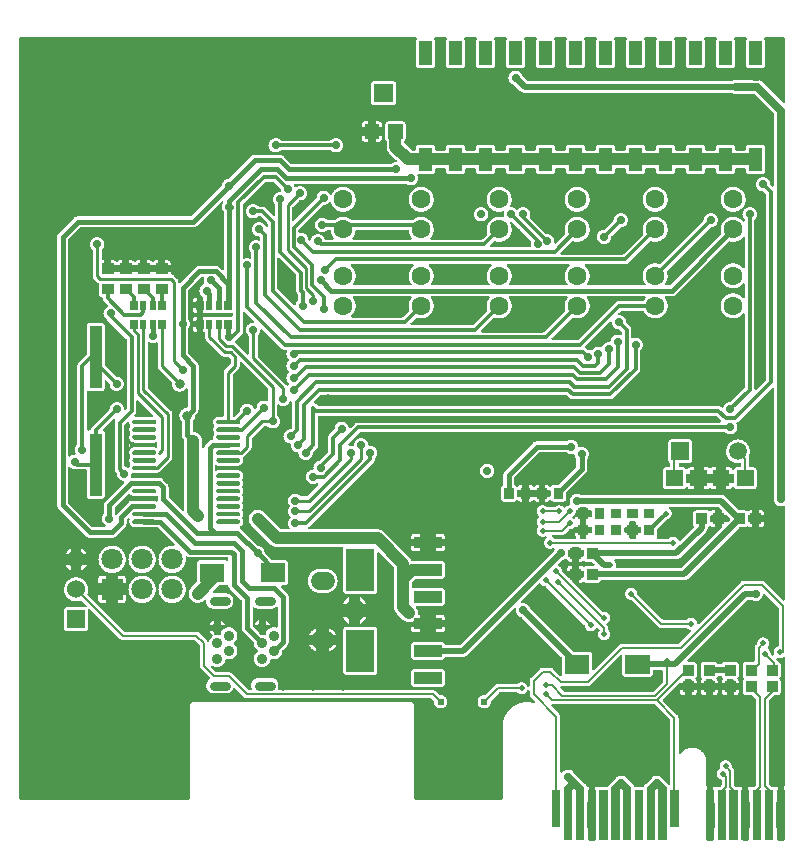
<source format=gbl>
G04 Layer: BottomLayer*
G04 EasyEDA v6.4.7, 2021-02-17T16:00:46+08:00*
G04 6587b44a977046f298512b0a2d276df7,119f753a6ce64b8d841f2ad33262ab0c,10*
G04 Gerber Generator version 0.2*
G04 Scale: 100 percent, Rotated: No, Reflected: No *
G04 Dimensions in millimeters *
G04 leading zeros omitted , absolute positions ,3 integer and 3 decimal *
%FSLAX33Y33*%
%MOMM*%
G90*
D02*

%ADD11C,0.699999*%
%ADD12C,0.299999*%
%ADD13C,0.180010*%
%ADD14C,0.999998*%
%ADD15C,0.399999*%
%ADD16C,0.254000*%
%ADD17C,0.499999*%
%ADD19C,0.799998*%
%ADD24C,0.609600*%
%ADD25C,0.500024*%
%ADD26C,0.700024*%
%ADD27C,0.812800*%
%ADD37R,2.046376X1.620012*%
%ADD39C,1.799996*%
%ADD41C,1.599997*%
%ADD43C,1.499997*%
%ADD44R,1.524000X1.524000*%
%ADD45C,1.524000*%
%ADD46C,0.899998*%
%ADD49R,2.340000X3.599993*%
%ADD58R,1.019988X5.274005*%

%LPD*%
G36*
G01X33138Y53013D02*
G01X28837Y53013D01*
G01X28822Y53012D01*
G01X28807Y53009D01*
G01X28794Y53003D01*
G01X28781Y52996D01*
G01X28769Y52987D01*
G01X28759Y52976D01*
G01X28750Y52964D01*
G01X28743Y52951D01*
G01X28738Y52937D01*
G01X28736Y52922D01*
G01X28729Y52873D01*
G01X28720Y52825D01*
G01X28709Y52777D01*
G01X28696Y52729D01*
G01X28680Y52682D01*
G01X28662Y52636D01*
G01X28643Y52591D01*
G01X28621Y52547D01*
G01X28597Y52503D01*
G01X28571Y52461D01*
G01X28543Y52421D01*
G01X28513Y52381D01*
G01X28481Y52343D01*
G01X28472Y52332D01*
G01X28465Y52319D01*
G01X28460Y52305D01*
G01X28457Y52291D01*
G01X28456Y52277D01*
G01X28457Y52262D01*
G01X28460Y52248D01*
G01X28465Y52234D01*
G01X28472Y52222D01*
G01X28481Y52210D01*
G01X28491Y52200D01*
G01X28503Y52191D01*
G01X28516Y52184D01*
G01X28529Y52179D01*
G01X28543Y52176D01*
G01X28558Y52175D01*
G01X33417Y52175D01*
G01X33432Y52176D01*
G01X33446Y52179D01*
G01X33459Y52184D01*
G01X33472Y52191D01*
G01X33484Y52200D01*
G01X33494Y52210D01*
G01X33503Y52222D01*
G01X33510Y52234D01*
G01X33515Y52248D01*
G01X33518Y52262D01*
G01X33519Y52277D01*
G01X33518Y52291D01*
G01X33515Y52305D01*
G01X33510Y52319D01*
G01X33503Y52332D01*
G01X33494Y52343D01*
G01X33462Y52381D01*
G01X33432Y52421D01*
G01X33404Y52461D01*
G01X33378Y52503D01*
G01X33354Y52547D01*
G01X33332Y52591D01*
G01X33313Y52636D01*
G01X33295Y52682D01*
G01X33279Y52729D01*
G01X33266Y52777D01*
G01X33255Y52825D01*
G01X33246Y52873D01*
G01X33239Y52922D01*
G01X33237Y52937D01*
G01X33232Y52951D01*
G01X33225Y52964D01*
G01X33216Y52976D01*
G01X33206Y52987D01*
G01X33194Y52996D01*
G01X33181Y53003D01*
G01X33168Y53009D01*
G01X33153Y53012D01*
G01X33138Y53013D01*
G37*

%LPD*%
G36*
G01X41931Y53685D02*
G01X41915Y53686D01*
G01X41900Y53685D01*
G01X41886Y53682D01*
G01X41873Y53677D01*
G01X41860Y53670D01*
G01X41848Y53661D01*
G01X41838Y53651D01*
G01X41829Y53639D01*
G01X41822Y53627D01*
G01X41817Y53613D01*
G01X41814Y53599D01*
G01X41813Y53584D01*
G01X41815Y53568D01*
G01X41819Y53552D01*
G01X41825Y53537D01*
G01X41847Y53494D01*
G01X41866Y53451D01*
G01X41883Y53408D01*
G01X41899Y53363D01*
G01X41912Y53318D01*
G01X41924Y53272D01*
G01X41933Y53226D01*
G01X41941Y53179D01*
G01X41946Y53133D01*
G01X41949Y53086D01*
G01X41950Y53038D01*
G01X41949Y52991D01*
G01X41946Y52944D01*
G01X41940Y52897D01*
G01X41933Y52850D01*
G01X41924Y52803D01*
G01X41912Y52757D01*
G01X41898Y52712D01*
G01X41883Y52667D01*
G01X41865Y52623D01*
G01X41845Y52580D01*
G01X41824Y52538D01*
G01X41800Y52497D01*
G01X41775Y52456D01*
G01X41748Y52417D01*
G01X41720Y52380D01*
G01X41689Y52343D01*
G01X41657Y52308D01*
G01X41624Y52275D01*
G01X41589Y52243D01*
G01X41552Y52212D01*
G01X41515Y52184D01*
G01X41476Y52157D01*
G01X41435Y52131D01*
G01X41394Y52108D01*
G01X41352Y52087D01*
G01X41309Y52067D01*
G01X41265Y52049D01*
G01X41220Y52034D01*
G01X41175Y52020D01*
G01X41129Y52008D01*
G01X41082Y51999D01*
G01X41035Y51991D01*
G01X40988Y51986D01*
G01X40941Y51983D01*
G01X40894Y51982D01*
G01X40844Y51983D01*
G01X40794Y51987D01*
G01X40744Y51993D01*
G01X40695Y52001D01*
G01X40646Y52011D01*
G01X40598Y52024D01*
G01X40550Y52039D01*
G01X40534Y52043D01*
G01X40517Y52045D01*
G01X40501Y52044D01*
G01X40486Y52040D01*
G01X40471Y52034D01*
G01X40457Y52025D01*
G01X40445Y52015D01*
G01X40143Y51713D01*
G01X40133Y51701D01*
G01X40125Y51688D01*
G01X40119Y51673D01*
G01X40115Y51657D01*
G01X40114Y51642D01*
G01X40115Y51627D01*
G01X40118Y51613D01*
G01X40123Y51599D01*
G01X40130Y51587D01*
G01X40138Y51575D01*
G01X40149Y51565D01*
G01X40160Y51556D01*
G01X40173Y51549D01*
G01X40187Y51544D01*
G01X40201Y51541D01*
G01X40215Y51540D01*
G01X43499Y51540D01*
G01X43513Y51541D01*
G01X43527Y51544D01*
G01X43541Y51549D01*
G01X43554Y51556D01*
G01X43565Y51565D01*
G01X43576Y51575D01*
G01X43584Y51587D01*
G01X43591Y51599D01*
G01X43596Y51613D01*
G01X43599Y51627D01*
G01X43600Y51642D01*
G01X43599Y51660D01*
G01X43593Y51696D01*
G01X43590Y51732D01*
G01X43589Y51768D01*
G01X43590Y51805D01*
G01X43593Y51842D01*
G01X43599Y51878D01*
G01X43607Y51914D01*
G01X43617Y51949D01*
G01X43620Y51964D01*
G01X43621Y51980D01*
G01X43620Y51996D01*
G01X43616Y52011D01*
G01X43610Y52026D01*
G01X43602Y52039D01*
G01X43591Y52052D01*
G01X41987Y53656D01*
G01X41975Y53667D01*
G01X41961Y53675D01*
G01X41946Y53681D01*
G01X41931Y53685D01*
G37*

%LPD*%
G36*
G01X21760Y57077D02*
G01X21165Y57077D01*
G01X21149Y57076D01*
G01X21134Y57072D01*
G01X21119Y57066D01*
G01X21105Y57057D01*
G01X21093Y57047D01*
G01X19232Y55186D01*
G01X19221Y55174D01*
G01X19213Y55160D01*
G01X19207Y55145D01*
G01X19203Y55130D01*
G01X19202Y55114D01*
G01X19202Y50651D01*
G01X19203Y50637D01*
G01X19206Y50623D01*
G01X19211Y50609D01*
G01X19218Y50597D01*
G01X19227Y50585D01*
G01X19237Y50575D01*
G01X19249Y50566D01*
G01X19261Y50559D01*
G01X19275Y50554D01*
G01X19289Y50551D01*
G01X19304Y50550D01*
G01X19322Y50552D01*
G01X19340Y50557D01*
G01X19375Y50569D01*
G01X19411Y50579D01*
G01X19447Y50587D01*
G01X19484Y50592D01*
G01X19520Y50596D01*
G01X19558Y50597D01*
G01X19595Y50596D01*
G01X19631Y50592D01*
G01X19668Y50587D01*
G01X19704Y50579D01*
G01X19740Y50569D01*
G01X19775Y50557D01*
G01X19793Y50552D01*
G01X19811Y50550D01*
G01X19826Y50551D01*
G01X19840Y50554D01*
G01X19854Y50559D01*
G01X19866Y50566D01*
G01X19878Y50575D01*
G01X19888Y50585D01*
G01X19897Y50597D01*
G01X19904Y50609D01*
G01X19909Y50623D01*
G01X19912Y50637D01*
G01X19913Y50651D01*
G01X19913Y51021D01*
G01X19912Y51037D01*
G01X19908Y51052D01*
G01X19902Y51067D01*
G01X19894Y51080D01*
G01X19884Y51092D01*
G01X19860Y51118D01*
G01X19837Y51146D01*
G01X19816Y51176D01*
G01X19797Y51206D01*
G01X19780Y51237D01*
G01X19764Y51270D01*
G01X19751Y51303D01*
G01X19739Y51337D01*
G01X19730Y51372D01*
G01X19722Y51407D01*
G01X19717Y51443D01*
G01X19714Y51478D01*
G01X19713Y51514D01*
G01X19714Y51550D01*
G01X19717Y51585D01*
G01X19722Y51620D01*
G01X19729Y51654D01*
G01X19738Y51688D01*
G01X19750Y51722D01*
G01X19763Y51755D01*
G01X19777Y51787D01*
G01X19794Y51818D01*
G01X19813Y51848D01*
G01X19833Y51877D01*
G01X19855Y51904D01*
G01X19878Y51931D01*
G01X19903Y51956D01*
G01X19930Y51979D01*
G01X19957Y52001D01*
G01X19986Y52021D01*
G01X20016Y52040D01*
G01X20047Y52056D01*
G01X20079Y52071D01*
G01X20112Y52084D01*
G01X20146Y52095D01*
G01X20180Y52105D01*
G01X20214Y52112D01*
G01X20249Y52117D01*
G01X20284Y52120D01*
G01X20320Y52121D01*
G01X20357Y52120D01*
G01X20393Y52116D01*
G01X20430Y52111D01*
G01X20466Y52103D01*
G01X20502Y52093D01*
G01X20537Y52081D01*
G01X20555Y52076D01*
G01X20573Y52074D01*
G01X20588Y52075D01*
G01X20602Y52078D01*
G01X20616Y52083D01*
G01X20628Y52090D01*
G01X20640Y52099D01*
G01X20650Y52109D01*
G01X20659Y52121D01*
G01X20666Y52133D01*
G01X20671Y52147D01*
G01X20674Y52161D01*
G01X20675Y52175D01*
G01X20675Y52320D01*
G01X20674Y52336D01*
G01X20670Y52351D01*
G01X20664Y52366D01*
G01X20656Y52380D01*
G01X20645Y52392D01*
G01X20635Y52402D01*
G01X20623Y52412D01*
G01X20610Y52421D01*
G01X20595Y52427D01*
G01X20580Y52430D01*
G01X20564Y52432D01*
G01X20528Y52434D01*
G01X20492Y52437D01*
G01X20456Y52443D01*
G01X20421Y52451D01*
G01X20386Y52462D01*
G01X20352Y52474D01*
G01X20319Y52488D01*
G01X20286Y52504D01*
G01X20255Y52522D01*
G01X20224Y52542D01*
G01X20195Y52564D01*
G01X20168Y52588D01*
G01X20141Y52613D01*
G01X20117Y52639D01*
G01X20094Y52667D01*
G01X20072Y52697D01*
G01X20053Y52727D01*
G01X20035Y52759D01*
G01X20019Y52792D01*
G01X20006Y52825D01*
G01X19994Y52860D01*
G01X19984Y52895D01*
G01X19977Y52930D01*
G01X19971Y52966D01*
G01X19968Y53002D01*
G01X19967Y53038D01*
G01X19968Y53074D01*
G01X19971Y53109D01*
G01X19976Y53144D01*
G01X19983Y53178D01*
G01X19992Y53212D01*
G01X20004Y53246D01*
G01X20017Y53279D01*
G01X20031Y53311D01*
G01X20048Y53342D01*
G01X20067Y53372D01*
G01X20087Y53401D01*
G01X20109Y53428D01*
G01X20132Y53455D01*
G01X20157Y53480D01*
G01X20184Y53503D01*
G01X20211Y53525D01*
G01X20240Y53545D01*
G01X20270Y53564D01*
G01X20301Y53580D01*
G01X20333Y53595D01*
G01X20366Y53608D01*
G01X20400Y53619D01*
G01X20434Y53629D01*
G01X20468Y53636D01*
G01X20503Y53641D01*
G01X20538Y53644D01*
G01X20574Y53645D01*
G01X20609Y53644D01*
G01X20644Y53641D01*
G01X20679Y53636D01*
G01X20714Y53628D01*
G01X20748Y53619D01*
G01X20782Y53608D01*
G01X20815Y53595D01*
G01X20847Y53580D01*
G01X20878Y53563D01*
G01X20909Y53544D01*
G01X20938Y53524D01*
G01X20992Y53478D01*
G01X21017Y53453D01*
G01X21040Y53426D01*
G01X21062Y53398D01*
G01X21082Y53369D01*
G01X21101Y53338D01*
G01X21117Y53307D01*
G01X21126Y53293D01*
G01X21136Y53281D01*
G01X21148Y53270D01*
G01X21162Y53262D01*
G01X21177Y53256D01*
G01X21192Y53252D01*
G01X21208Y53251D01*
G01X21223Y53252D01*
G01X21237Y53255D01*
G01X21251Y53260D01*
G01X21263Y53267D01*
G01X21275Y53275D01*
G01X21285Y53286D01*
G01X21294Y53297D01*
G01X21301Y53310D01*
G01X21306Y53324D01*
G01X21309Y53338D01*
G01X21310Y53352D01*
G01X21310Y53463D01*
G01X21309Y53479D01*
G01X21305Y53494D01*
G01X21299Y53509D01*
G01X21291Y53523D01*
G01X21280Y53535D01*
G01X20689Y54126D01*
G01X20677Y54136D01*
G01X20663Y54145D01*
G01X20648Y54151D01*
G01X20633Y54155D01*
G01X20617Y54156D01*
G01X20559Y54156D01*
G01X20543Y54155D01*
G01X20528Y54151D01*
G01X20513Y54145D01*
G01X20500Y54137D01*
G01X20488Y54127D01*
G01X20461Y54103D01*
G01X20434Y54080D01*
G01X20404Y54059D01*
G01X20374Y54040D01*
G01X20342Y54023D01*
G01X20310Y54007D01*
G01X20277Y53994D01*
G01X20243Y53982D01*
G01X20208Y53973D01*
G01X20173Y53965D01*
G01X20137Y53960D01*
G01X20101Y53957D01*
G01X20066Y53956D01*
G01X20030Y53957D01*
G01X19995Y53960D01*
G01X19960Y53965D01*
G01X19926Y53972D01*
G01X19892Y53981D01*
G01X19858Y53992D01*
G01X19825Y54005D01*
G01X19793Y54020D01*
G01X19762Y54037D01*
G01X19732Y54056D01*
G01X19703Y54076D01*
G01X19676Y54098D01*
G01X19649Y54121D01*
G01X19624Y54146D01*
G01X19601Y54173D01*
G01X19579Y54200D01*
G01X19559Y54229D01*
G01X19540Y54259D01*
G01X19523Y54290D01*
G01X19509Y54322D01*
G01X19496Y54355D01*
G01X19484Y54388D01*
G01X19475Y54423D01*
G01X19468Y54457D01*
G01X19463Y54492D01*
G01X19460Y54527D01*
G01X19459Y54562D01*
G01X19460Y54598D01*
G01X19463Y54633D01*
G01X19468Y54668D01*
G01X19475Y54702D01*
G01X19484Y54736D01*
G01X19496Y54770D01*
G01X19509Y54803D01*
G01X19523Y54835D01*
G01X19540Y54866D01*
G01X19559Y54896D01*
G01X19579Y54925D01*
G01X19601Y54952D01*
G01X19624Y54979D01*
G01X19649Y55004D01*
G01X19676Y55027D01*
G01X19703Y55049D01*
G01X19732Y55069D01*
G01X19762Y55088D01*
G01X19793Y55104D01*
G01X19825Y55119D01*
G01X19858Y55132D01*
G01X19892Y55143D01*
G01X19926Y55153D01*
G01X19960Y55160D01*
G01X19995Y55165D01*
G01X20030Y55168D01*
G01X20066Y55169D01*
G01X20101Y55168D01*
G01X20137Y55165D01*
G01X20173Y55159D01*
G01X20208Y55152D01*
G01X20243Y55143D01*
G01X20277Y55131D01*
G01X20310Y55118D01*
G01X20342Y55102D01*
G01X20374Y55085D01*
G01X20404Y55066D01*
G01X20434Y55045D01*
G01X20461Y55022D01*
G01X20488Y54998D01*
G01X20500Y54988D01*
G01X20513Y54980D01*
G01X20528Y54974D01*
G01X20543Y54970D01*
G01X20559Y54969D01*
G01X20828Y54969D01*
G01X20857Y54968D01*
G01X20885Y54965D01*
G01X20914Y54960D01*
G01X20942Y54952D01*
G01X20970Y54943D01*
G01X20996Y54932D01*
G01X21022Y54919D01*
G01X21047Y54904D01*
G01X21071Y54888D01*
G01X21094Y54870D01*
G01X21115Y54850D01*
G01X21772Y54193D01*
G01X21784Y54183D01*
G01X21797Y54175D01*
G01X21812Y54169D01*
G01X21827Y54165D01*
G01X21843Y54164D01*
G01X21858Y54165D01*
G01X21872Y54168D01*
G01X21886Y54173D01*
G01X21898Y54180D01*
G01X21910Y54188D01*
G01X21920Y54199D01*
G01X21929Y54210D01*
G01X21936Y54223D01*
G01X21941Y54237D01*
G01X21944Y54251D01*
G01X21945Y54265D01*
G01X21945Y55085D01*
G01X21944Y55101D01*
G01X21940Y55116D01*
G01X21934Y55131D01*
G01X21926Y55144D01*
G01X21916Y55156D01*
G01X21892Y55182D01*
G01X21869Y55210D01*
G01X21848Y55240D01*
G01X21829Y55270D01*
G01X21812Y55301D01*
G01X21796Y55334D01*
G01X21783Y55367D01*
G01X21771Y55401D01*
G01X21762Y55436D01*
G01X21754Y55471D01*
G01X21749Y55507D01*
G01X21746Y55542D01*
G01X21745Y55578D01*
G01X21746Y55615D01*
G01X21749Y55651D01*
G01X21755Y55687D01*
G01X21762Y55723D01*
G01X21772Y55758D01*
G01X21784Y55792D01*
G01X21798Y55826D01*
G01X21814Y55859D01*
G01X21831Y55890D01*
G01X21851Y55921D01*
G01X21873Y55951D01*
G01X21896Y55979D01*
G01X21921Y56005D01*
G01X21947Y56030D01*
G01X21975Y56054D01*
G01X22004Y56076D01*
G01X22034Y56096D01*
G01X22066Y56114D01*
G01X22099Y56130D01*
G01X22132Y56144D01*
G01X22167Y56156D01*
G01X22202Y56166D01*
G01X22237Y56174D01*
G01X22273Y56180D01*
G01X22309Y56183D01*
G01X22324Y56186D01*
G01X22339Y56190D01*
G01X22353Y56197D01*
G01X22365Y56205D01*
G01X22377Y56216D01*
G01X22386Y56227D01*
G01X22394Y56241D01*
G01X22399Y56255D01*
G01X22403Y56270D01*
G01X22404Y56285D01*
G01X22400Y56311D01*
G01X22392Y56347D01*
G01X22386Y56384D01*
G01X22382Y56421D01*
G01X22380Y56458D01*
G01X22379Y56474D01*
G01X22375Y56489D01*
G01X22369Y56504D01*
G01X22360Y56517D01*
G01X22350Y56529D01*
G01X21832Y57047D01*
G01X21820Y57057D01*
G01X21806Y57066D01*
G01X21791Y57072D01*
G01X21776Y57076D01*
G01X21760Y57077D01*
G37*

%LPD*%
G36*
G01X46755Y50092D02*
G01X41636Y50092D01*
G01X41622Y50091D01*
G01X41607Y50088D01*
G01X41594Y50083D01*
G01X41581Y50076D01*
G01X41570Y50067D01*
G01X41559Y50057D01*
G01X41551Y50045D01*
G01X41544Y50032D01*
G01X41539Y50019D01*
G01X41536Y50005D01*
G01X41534Y49990D01*
G01X41536Y49975D01*
G01X41539Y49961D01*
G01X41544Y49947D01*
G01X41551Y49934D01*
G01X41560Y49923D01*
G01X41571Y49912D01*
G01X41608Y49880D01*
G01X41643Y49847D01*
G01X41676Y49811D01*
G01X41708Y49775D01*
G01X41738Y49736D01*
G01X41766Y49697D01*
G01X41793Y49656D01*
G01X41817Y49614D01*
G01X41840Y49571D01*
G01X41861Y49527D01*
G01X41879Y49482D01*
G01X41896Y49436D01*
G01X41910Y49390D01*
G01X41922Y49343D01*
G01X41932Y49295D01*
G01X41940Y49247D01*
G01X41946Y49199D01*
G01X41949Y49150D01*
G01X41950Y49102D01*
G01X41949Y49055D01*
G01X41946Y49008D01*
G01X41941Y48962D01*
G01X41934Y48916D01*
G01X41924Y48870D01*
G01X41913Y48825D01*
G01X41900Y48780D01*
G01X41885Y48736D01*
G01X41868Y48693D01*
G01X41849Y48650D01*
G01X41828Y48608D01*
G01X41805Y48568D01*
G01X41781Y48528D01*
G01X41755Y48489D01*
G01X41727Y48452D01*
G01X41718Y48438D01*
G01X41711Y48423D01*
G01X41707Y48406D01*
G01X41705Y48390D01*
G01X41706Y48375D01*
G01X41709Y48361D01*
G01X41715Y48347D01*
G01X41721Y48335D01*
G01X41730Y48323D01*
G01X41740Y48313D01*
G01X41752Y48304D01*
G01X41765Y48297D01*
G01X41778Y48292D01*
G01X41792Y48289D01*
G01X41807Y48288D01*
G01X46584Y48288D01*
G01X46599Y48289D01*
G01X46613Y48292D01*
G01X46626Y48297D01*
G01X46639Y48304D01*
G01X46651Y48313D01*
G01X46661Y48323D01*
G01X46670Y48335D01*
G01X46676Y48347D01*
G01X46682Y48361D01*
G01X46685Y48375D01*
G01X46686Y48390D01*
G01X46684Y48406D01*
G01X46680Y48423D01*
G01X46673Y48438D01*
G01X46664Y48452D01*
G01X46636Y48489D01*
G01X46610Y48528D01*
G01X46586Y48568D01*
G01X46563Y48608D01*
G01X46542Y48650D01*
G01X46523Y48693D01*
G01X46506Y48736D01*
G01X46491Y48780D01*
G01X46478Y48825D01*
G01X46467Y48870D01*
G01X46457Y48916D01*
G01X46450Y48962D01*
G01X46445Y49008D01*
G01X46442Y49055D01*
G01X46441Y49102D01*
G01X46442Y49150D01*
G01X46445Y49199D01*
G01X46451Y49247D01*
G01X46459Y49295D01*
G01X46469Y49343D01*
G01X46481Y49390D01*
G01X46495Y49436D01*
G01X46512Y49482D01*
G01X46530Y49527D01*
G01X46551Y49571D01*
G01X46574Y49614D01*
G01X46598Y49656D01*
G01X46625Y49697D01*
G01X46653Y49736D01*
G01X46683Y49775D01*
G01X46715Y49811D01*
G01X46748Y49847D01*
G01X46783Y49880D01*
G01X46820Y49912D01*
G01X46831Y49923D01*
G01X46840Y49934D01*
G01X46847Y49947D01*
G01X46852Y49961D01*
G01X46855Y49975D01*
G01X46857Y49990D01*
G01X46855Y50005D01*
G01X46852Y50019D01*
G01X46847Y50032D01*
G01X46840Y50045D01*
G01X46832Y50057D01*
G01X46821Y50067D01*
G01X46810Y50076D01*
G01X46797Y50083D01*
G01X46784Y50088D01*
G01X46769Y50091D01*
G01X46755Y50092D01*
G37*

%LPD*%
G36*
G01X33547Y50092D02*
G01X28428Y50092D01*
G01X28414Y50091D01*
G01X28399Y50088D01*
G01X28386Y50083D01*
G01X28373Y50076D01*
G01X28362Y50067D01*
G01X28351Y50057D01*
G01X28343Y50045D01*
G01X28336Y50032D01*
G01X28331Y50019D01*
G01X28328Y50005D01*
G01X28326Y49990D01*
G01X28328Y49975D01*
G01X28331Y49961D01*
G01X28336Y49947D01*
G01X28343Y49934D01*
G01X28352Y49923D01*
G01X28363Y49912D01*
G01X28400Y49880D01*
G01X28435Y49847D01*
G01X28468Y49811D01*
G01X28500Y49775D01*
G01X28530Y49736D01*
G01X28558Y49697D01*
G01X28585Y49656D01*
G01X28609Y49614D01*
G01X28632Y49571D01*
G01X28653Y49527D01*
G01X28671Y49482D01*
G01X28688Y49436D01*
G01X28702Y49390D01*
G01X28714Y49343D01*
G01X28724Y49295D01*
G01X28732Y49247D01*
G01X28738Y49199D01*
G01X28741Y49150D01*
G01X28742Y49102D01*
G01X28741Y49055D01*
G01X28738Y49008D01*
G01X28733Y48962D01*
G01X28726Y48916D01*
G01X28716Y48870D01*
G01X28705Y48825D01*
G01X28692Y48780D01*
G01X28677Y48736D01*
G01X28660Y48693D01*
G01X28641Y48650D01*
G01X28620Y48608D01*
G01X28597Y48568D01*
G01X28573Y48528D01*
G01X28547Y48489D01*
G01X28519Y48452D01*
G01X28510Y48438D01*
G01X28503Y48423D01*
G01X28499Y48406D01*
G01X28497Y48390D01*
G01X28498Y48375D01*
G01X28501Y48361D01*
G01X28507Y48347D01*
G01X28513Y48335D01*
G01X28522Y48323D01*
G01X28532Y48313D01*
G01X28544Y48304D01*
G01X28557Y48297D01*
G01X28570Y48292D01*
G01X28584Y48289D01*
G01X28599Y48288D01*
G01X33376Y48288D01*
G01X33391Y48289D01*
G01X33405Y48292D01*
G01X33418Y48297D01*
G01X33431Y48304D01*
G01X33443Y48313D01*
G01X33453Y48323D01*
G01X33462Y48335D01*
G01X33468Y48347D01*
G01X33474Y48361D01*
G01X33477Y48375D01*
G01X33478Y48390D01*
G01X33476Y48406D01*
G01X33472Y48423D01*
G01X33465Y48438D01*
G01X33456Y48452D01*
G01X33428Y48489D01*
G01X33402Y48528D01*
G01X33378Y48568D01*
G01X33355Y48608D01*
G01X33334Y48650D01*
G01X33315Y48693D01*
G01X33298Y48736D01*
G01X33283Y48780D01*
G01X33270Y48825D01*
G01X33259Y48870D01*
G01X33249Y48916D01*
G01X33242Y48962D01*
G01X33237Y49008D01*
G01X33234Y49055D01*
G01X33233Y49102D01*
G01X33234Y49150D01*
G01X33237Y49199D01*
G01X33243Y49247D01*
G01X33251Y49295D01*
G01X33261Y49343D01*
G01X33273Y49390D01*
G01X33287Y49436D01*
G01X33304Y49482D01*
G01X33322Y49527D01*
G01X33343Y49571D01*
G01X33366Y49614D01*
G01X33390Y49656D01*
G01X33417Y49697D01*
G01X33445Y49736D01*
G01X33475Y49775D01*
G01X33507Y49811D01*
G01X33540Y49847D01*
G01X33575Y49880D01*
G01X33612Y49912D01*
G01X33623Y49923D01*
G01X33632Y49934D01*
G01X33639Y49947D01*
G01X33644Y49961D01*
G01X33647Y49975D01*
G01X33649Y49990D01*
G01X33647Y50005D01*
G01X33644Y50019D01*
G01X33639Y50032D01*
G01X33632Y50045D01*
G01X33624Y50057D01*
G01X33613Y50067D01*
G01X33602Y50076D01*
G01X33589Y50083D01*
G01X33576Y50088D01*
G01X33561Y50091D01*
G01X33547Y50092D01*
G37*

%LPD*%
G36*
G01X40151Y50092D02*
G01X35032Y50092D01*
G01X35018Y50091D01*
G01X35003Y50088D01*
G01X34990Y50083D01*
G01X34977Y50076D01*
G01X34966Y50067D01*
G01X34955Y50057D01*
G01X34947Y50045D01*
G01X34940Y50032D01*
G01X34935Y50019D01*
G01X34932Y50005D01*
G01X34930Y49990D01*
G01X34932Y49975D01*
G01X34935Y49961D01*
G01X34940Y49947D01*
G01X34947Y49934D01*
G01X34956Y49923D01*
G01X34967Y49912D01*
G01X35004Y49880D01*
G01X35039Y49847D01*
G01X35072Y49811D01*
G01X35104Y49775D01*
G01X35134Y49736D01*
G01X35162Y49697D01*
G01X35189Y49656D01*
G01X35213Y49614D01*
G01X35236Y49571D01*
G01X35257Y49527D01*
G01X35275Y49482D01*
G01X35292Y49436D01*
G01X35306Y49390D01*
G01X35318Y49343D01*
G01X35328Y49295D01*
G01X35336Y49247D01*
G01X35342Y49199D01*
G01X35345Y49150D01*
G01X35346Y49102D01*
G01X35345Y49055D01*
G01X35342Y49008D01*
G01X35337Y48962D01*
G01X35330Y48916D01*
G01X35320Y48870D01*
G01X35309Y48825D01*
G01X35296Y48780D01*
G01X35281Y48736D01*
G01X35264Y48693D01*
G01X35245Y48650D01*
G01X35224Y48608D01*
G01X35201Y48568D01*
G01X35177Y48528D01*
G01X35151Y48489D01*
G01X35123Y48452D01*
G01X35114Y48438D01*
G01X35107Y48423D01*
G01X35103Y48406D01*
G01X35101Y48390D01*
G01X35102Y48375D01*
G01X35105Y48361D01*
G01X35111Y48347D01*
G01X35117Y48335D01*
G01X35126Y48323D01*
G01X35136Y48313D01*
G01X35148Y48304D01*
G01X35161Y48297D01*
G01X35174Y48292D01*
G01X35188Y48289D01*
G01X35203Y48288D01*
G01X39980Y48288D01*
G01X39995Y48289D01*
G01X40009Y48292D01*
G01X40022Y48297D01*
G01X40035Y48304D01*
G01X40047Y48313D01*
G01X40057Y48323D01*
G01X40066Y48335D01*
G01X40072Y48347D01*
G01X40078Y48361D01*
G01X40081Y48375D01*
G01X40082Y48390D01*
G01X40080Y48406D01*
G01X40076Y48423D01*
G01X40069Y48438D01*
G01X40060Y48452D01*
G01X40032Y48489D01*
G01X40006Y48528D01*
G01X39982Y48568D01*
G01X39959Y48608D01*
G01X39938Y48650D01*
G01X39919Y48693D01*
G01X39902Y48736D01*
G01X39887Y48780D01*
G01X39874Y48825D01*
G01X39863Y48870D01*
G01X39853Y48916D01*
G01X39846Y48962D01*
G01X39841Y49008D01*
G01X39838Y49055D01*
G01X39837Y49102D01*
G01X39838Y49150D01*
G01X39841Y49199D01*
G01X39847Y49247D01*
G01X39855Y49295D01*
G01X39865Y49343D01*
G01X39877Y49390D01*
G01X39891Y49436D01*
G01X39908Y49482D01*
G01X39926Y49527D01*
G01X39947Y49571D01*
G01X39970Y49614D01*
G01X39994Y49656D01*
G01X40021Y49697D01*
G01X40049Y49736D01*
G01X40079Y49775D01*
G01X40111Y49811D01*
G01X40144Y49847D01*
G01X40179Y49880D01*
G01X40216Y49912D01*
G01X40227Y49923D01*
G01X40236Y49934D01*
G01X40243Y49947D01*
G01X40248Y49961D01*
G01X40251Y49975D01*
G01X40253Y49990D01*
G01X40251Y50005D01*
G01X40248Y50019D01*
G01X40243Y50032D01*
G01X40236Y50045D01*
G01X40228Y50057D01*
G01X40217Y50067D01*
G01X40206Y50076D01*
G01X40193Y50083D01*
G01X40180Y50088D01*
G01X40165Y50091D01*
G01X40151Y50092D01*
G37*

%LPD*%
G36*
G01X22241Y50642D02*
G01X22225Y50643D01*
G01X22210Y50642D01*
G01X22196Y50639D01*
G01X22182Y50634D01*
G01X22170Y50627D01*
G01X22158Y50618D01*
G01X22148Y50608D01*
G01X22139Y50597D01*
G01X22132Y50584D01*
G01X22127Y50570D01*
G01X22124Y50556D01*
G01X22123Y50542D01*
G01X22123Y48042D01*
G01X22124Y48026D01*
G01X22128Y48010D01*
G01X22134Y47996D01*
G01X22142Y47982D01*
G01X22153Y47970D01*
G01X23491Y46632D01*
G01X23503Y46622D01*
G01X23517Y46613D01*
G01X23531Y46607D01*
G01X23547Y46603D01*
G01X23563Y46602D01*
G01X23578Y46603D01*
G01X23593Y46607D01*
G01X23608Y46613D01*
G01X23621Y46620D01*
G01X23633Y46630D01*
G01X23643Y46642D01*
G01X23652Y46654D01*
G01X23658Y46668D01*
G01X23662Y46683D01*
G01X23671Y46721D01*
G01X23682Y46757D01*
G01X23696Y46793D01*
G01X23712Y46828D01*
G01X23730Y46862D01*
G01X23750Y46894D01*
G01X23772Y46926D01*
G01X23795Y46956D01*
G01X23821Y46984D01*
G01X23831Y46996D01*
G01X23839Y47009D01*
G01X23845Y47024D01*
G01X23849Y47039D01*
G01X23850Y47055D01*
G01X23850Y47495D01*
G01X23849Y47510D01*
G01X23846Y47524D01*
G01X23841Y47538D01*
G01X23833Y47551D01*
G01X23825Y47563D01*
G01X23806Y47585D01*
G01X23789Y47609D01*
G01X23774Y47634D01*
G01X23761Y47661D01*
G01X23749Y47688D01*
G01X23740Y47716D01*
G01X23732Y47744D01*
G01X23727Y47773D01*
G01X23724Y47802D01*
G01X23723Y47831D01*
G01X23723Y49145D01*
G01X23722Y49161D01*
G01X23718Y49176D01*
G01X23712Y49191D01*
G01X23704Y49205D01*
G01X23693Y49217D01*
G01X22296Y50613D01*
G01X22284Y50624D01*
G01X22271Y50632D01*
G01X22256Y50638D01*
G01X22241Y50642D01*
G37*

%LPD*%
G36*
G01X33376Y47375D02*
G01X28599Y47375D01*
G01X28585Y47374D01*
G01X28571Y47371D01*
G01X28557Y47366D01*
G01X28544Y47359D01*
G01X28533Y47350D01*
G01X28522Y47340D01*
G01X28514Y47328D01*
G01X28507Y47315D01*
G01X28502Y47302D01*
G01X28499Y47288D01*
G01X28498Y47273D01*
G01X28499Y47257D01*
G01X28503Y47240D01*
G01X28510Y47225D01*
G01X28519Y47211D01*
G01X28547Y47173D01*
G01X28573Y47135D01*
G01X28597Y47095D01*
G01X28620Y47054D01*
G01X28641Y47013D01*
G01X28660Y46970D01*
G01X28677Y46927D01*
G01X28692Y46883D01*
G01X28705Y46838D01*
G01X28716Y46793D01*
G01X28726Y46747D01*
G01X28733Y46701D01*
G01X28738Y46655D01*
G01X28741Y46608D01*
G01X28742Y46562D01*
G01X28741Y46513D01*
G01X28738Y46464D01*
G01X28732Y46416D01*
G01X28724Y46368D01*
G01X28714Y46320D01*
G01X28702Y46273D01*
G01X28688Y46227D01*
G01X28671Y46181D01*
G01X28653Y46136D01*
G01X28632Y46092D01*
G01X28609Y46049D01*
G01X28585Y46007D01*
G01X28558Y45966D01*
G01X28530Y45927D01*
G01X28500Y45888D01*
G01X28468Y45852D01*
G01X28434Y45816D01*
G01X28399Y45783D01*
G01X28363Y45751D01*
G01X28352Y45740D01*
G01X28343Y45729D01*
G01X28336Y45716D01*
G01X28330Y45702D01*
G01X28327Y45687D01*
G01X28326Y45673D01*
G01X28327Y45658D01*
G01X28330Y45644D01*
G01X28335Y45630D01*
G01X28342Y45618D01*
G01X28351Y45606D01*
G01X28361Y45596D01*
G01X28373Y45587D01*
G01X28386Y45580D01*
G01X28399Y45575D01*
G01X28413Y45572D01*
G01X28428Y45571D01*
G01X32682Y45571D01*
G01X32698Y45572D01*
G01X32713Y45576D01*
G01X32728Y45582D01*
G01X32742Y45590D01*
G01X32754Y45601D01*
G01X33266Y46113D01*
G01X33277Y46125D01*
G01X33285Y46139D01*
G01X33291Y46153D01*
G01X33295Y46169D01*
G01X33296Y46185D01*
G01X33295Y46202D01*
G01X33275Y46266D01*
G01X33262Y46314D01*
G01X33252Y46363D01*
G01X33244Y46412D01*
G01X33238Y46462D01*
G01X33234Y46512D01*
G01X33233Y46562D01*
G01X33234Y46608D01*
G01X33237Y46655D01*
G01X33242Y46701D01*
G01X33249Y46747D01*
G01X33259Y46793D01*
G01X33270Y46838D01*
G01X33283Y46883D01*
G01X33298Y46927D01*
G01X33315Y46970D01*
G01X33334Y47013D01*
G01X33355Y47054D01*
G01X33378Y47095D01*
G01X33402Y47135D01*
G01X33428Y47173D01*
G01X33456Y47211D01*
G01X33465Y47225D01*
G01X33472Y47240D01*
G01X33476Y47257D01*
G01X33477Y47273D01*
G01X33476Y47288D01*
G01X33473Y47302D01*
G01X33468Y47315D01*
G01X33461Y47328D01*
G01X33453Y47340D01*
G01X33442Y47350D01*
G01X33431Y47359D01*
G01X33418Y47366D01*
G01X33404Y47371D01*
G01X33390Y47374D01*
G01X33376Y47375D01*
G37*

%LPD*%
G36*
G01X39980Y47375D02*
G01X35203Y47375D01*
G01X35189Y47374D01*
G01X35175Y47371D01*
G01X35161Y47366D01*
G01X35148Y47359D01*
G01X35137Y47350D01*
G01X35126Y47340D01*
G01X35118Y47328D01*
G01X35111Y47315D01*
G01X35106Y47302D01*
G01X35103Y47288D01*
G01X35102Y47273D01*
G01X35103Y47257D01*
G01X35107Y47240D01*
G01X35114Y47225D01*
G01X35123Y47211D01*
G01X35151Y47173D01*
G01X35177Y47135D01*
G01X35201Y47095D01*
G01X35224Y47054D01*
G01X35245Y47013D01*
G01X35264Y46970D01*
G01X35281Y46927D01*
G01X35296Y46883D01*
G01X35309Y46838D01*
G01X35320Y46793D01*
G01X35330Y46747D01*
G01X35337Y46701D01*
G01X35342Y46655D01*
G01X35345Y46608D01*
G01X35346Y46562D01*
G01X35345Y46514D01*
G01X35342Y46467D01*
G01X35336Y46420D01*
G01X35329Y46373D01*
G01X35320Y46326D01*
G01X35308Y46280D01*
G01X35294Y46235D01*
G01X35279Y46190D01*
G01X35261Y46146D01*
G01X35241Y46103D01*
G01X35220Y46061D01*
G01X35196Y46020D01*
G01X35171Y45979D01*
G01X35144Y45941D01*
G01X35116Y45903D01*
G01X35085Y45866D01*
G01X35053Y45831D01*
G01X35020Y45798D01*
G01X34985Y45766D01*
G01X34948Y45736D01*
G01X34911Y45707D01*
G01X34872Y45680D01*
G01X34831Y45655D01*
G01X34790Y45631D01*
G01X34748Y45610D01*
G01X34705Y45590D01*
G01X34661Y45572D01*
G01X34616Y45557D01*
G01X34571Y45543D01*
G01X34525Y45531D01*
G01X34478Y45522D01*
G01X34431Y45515D01*
G01X34384Y45509D01*
G01X34337Y45506D01*
G01X34290Y45505D01*
G01X34240Y45506D01*
G01X34190Y45510D01*
G01X34140Y45516D01*
G01X34091Y45524D01*
G01X34042Y45534D01*
G01X33994Y45547D01*
G01X33930Y45567D01*
G01X33913Y45568D01*
G01X33897Y45567D01*
G01X33882Y45563D01*
G01X33867Y45557D01*
G01X33853Y45549D01*
G01X33841Y45538D01*
G01X33412Y45109D01*
G01X33402Y45097D01*
G01X33394Y45084D01*
G01X33388Y45069D01*
G01X33384Y45053D01*
G01X33383Y45038D01*
G01X33384Y45023D01*
G01X33387Y45009D01*
G01X33392Y44995D01*
G01X33399Y44983D01*
G01X33407Y44971D01*
G01X33418Y44961D01*
G01X33429Y44952D01*
G01X33442Y44945D01*
G01X33456Y44940D01*
G01X33470Y44937D01*
G01X33484Y44936D01*
G01X38651Y44936D01*
G01X38667Y44937D01*
G01X38682Y44941D01*
G01X38697Y44947D01*
G01X38711Y44955D01*
G01X38723Y44966D01*
G01X39870Y46113D01*
G01X39881Y46125D01*
G01X39889Y46139D01*
G01X39895Y46153D01*
G01X39899Y46169D01*
G01X39900Y46185D01*
G01X39899Y46202D01*
G01X39879Y46266D01*
G01X39866Y46314D01*
G01X39856Y46363D01*
G01X39848Y46412D01*
G01X39842Y46462D01*
G01X39838Y46512D01*
G01X39837Y46562D01*
G01X39838Y46608D01*
G01X39841Y46655D01*
G01X39846Y46701D01*
G01X39853Y46747D01*
G01X39863Y46793D01*
G01X39874Y46838D01*
G01X39887Y46883D01*
G01X39902Y46927D01*
G01X39919Y46970D01*
G01X39938Y47013D01*
G01X39959Y47054D01*
G01X39982Y47095D01*
G01X40006Y47135D01*
G01X40032Y47173D01*
G01X40060Y47211D01*
G01X40069Y47225D01*
G01X40076Y47240D01*
G01X40080Y47257D01*
G01X40081Y47273D01*
G01X40080Y47288D01*
G01X40077Y47302D01*
G01X40072Y47315D01*
G01X40065Y47328D01*
G01X40057Y47340D01*
G01X40046Y47350D01*
G01X40035Y47359D01*
G01X40022Y47366D01*
G01X40008Y47371D01*
G01X39994Y47374D01*
G01X39980Y47375D01*
G37*

%LPD*%
G36*
G01X46584Y47375D02*
G01X41807Y47375D01*
G01X41793Y47374D01*
G01X41779Y47371D01*
G01X41765Y47366D01*
G01X41752Y47359D01*
G01X41741Y47350D01*
G01X41730Y47340D01*
G01X41722Y47328D01*
G01X41715Y47315D01*
G01X41710Y47302D01*
G01X41707Y47288D01*
G01X41706Y47273D01*
G01X41707Y47257D01*
G01X41711Y47240D01*
G01X41718Y47225D01*
G01X41727Y47211D01*
G01X41755Y47173D01*
G01X41781Y47135D01*
G01X41805Y47095D01*
G01X41828Y47054D01*
G01X41849Y47013D01*
G01X41868Y46970D01*
G01X41885Y46927D01*
G01X41900Y46883D01*
G01X41913Y46838D01*
G01X41924Y46793D01*
G01X41934Y46747D01*
G01X41941Y46701D01*
G01X41946Y46655D01*
G01X41949Y46608D01*
G01X41950Y46562D01*
G01X41949Y46514D01*
G01X41946Y46467D01*
G01X41940Y46420D01*
G01X41933Y46373D01*
G01X41924Y46326D01*
G01X41912Y46280D01*
G01X41898Y46235D01*
G01X41883Y46190D01*
G01X41865Y46146D01*
G01X41845Y46103D01*
G01X41824Y46061D01*
G01X41800Y46020D01*
G01X41775Y45979D01*
G01X41748Y45941D01*
G01X41720Y45903D01*
G01X41689Y45866D01*
G01X41657Y45831D01*
G01X41624Y45798D01*
G01X41589Y45766D01*
G01X41552Y45736D01*
G01X41515Y45707D01*
G01X41476Y45680D01*
G01X41435Y45655D01*
G01X41394Y45631D01*
G01X41352Y45610D01*
G01X41309Y45590D01*
G01X41265Y45572D01*
G01X41220Y45557D01*
G01X41175Y45543D01*
G01X41129Y45531D01*
G01X41082Y45522D01*
G01X41035Y45515D01*
G01X40988Y45509D01*
G01X40941Y45506D01*
G01X40894Y45505D01*
G01X40844Y45506D01*
G01X40794Y45510D01*
G01X40744Y45516D01*
G01X40695Y45524D01*
G01X40646Y45534D01*
G01X40598Y45547D01*
G01X40534Y45567D01*
G01X40517Y45568D01*
G01X40501Y45567D01*
G01X40486Y45563D01*
G01X40471Y45557D01*
G01X40457Y45549D01*
G01X40445Y45538D01*
G01X39381Y44474D01*
G01X39371Y44462D01*
G01X39363Y44449D01*
G01X39357Y44434D01*
G01X39353Y44418D01*
G01X39352Y44403D01*
G01X39353Y44388D01*
G01X39356Y44374D01*
G01X39361Y44360D01*
G01X39368Y44348D01*
G01X39376Y44336D01*
G01X39387Y44326D01*
G01X39398Y44317D01*
G01X39411Y44310D01*
G01X39425Y44305D01*
G01X39439Y44302D01*
G01X39453Y44301D01*
G01X44620Y44301D01*
G01X44636Y44302D01*
G01X44651Y44306D01*
G01X44666Y44312D01*
G01X44680Y44320D01*
G01X44692Y44331D01*
G01X46474Y46113D01*
G01X46485Y46125D01*
G01X46493Y46139D01*
G01X46499Y46153D01*
G01X46503Y46169D01*
G01X46504Y46185D01*
G01X46503Y46202D01*
G01X46483Y46266D01*
G01X46470Y46314D01*
G01X46460Y46363D01*
G01X46452Y46412D01*
G01X46446Y46462D01*
G01X46442Y46512D01*
G01X46441Y46562D01*
G01X46442Y46608D01*
G01X46445Y46655D01*
G01X46450Y46701D01*
G01X46457Y46747D01*
G01X46467Y46793D01*
G01X46478Y46838D01*
G01X46491Y46883D01*
G01X46506Y46927D01*
G01X46523Y46970D01*
G01X46542Y47013D01*
G01X46563Y47054D01*
G01X46586Y47095D01*
G01X46610Y47135D01*
G01X46636Y47173D01*
G01X46664Y47211D01*
G01X46673Y47225D01*
G01X46680Y47240D01*
G01X46684Y47257D01*
G01X46685Y47273D01*
G01X46684Y47288D01*
G01X46681Y47302D01*
G01X46676Y47315D01*
G01X46669Y47328D01*
G01X46661Y47340D01*
G01X46650Y47350D01*
G01X46639Y47359D01*
G01X46626Y47366D01*
G01X46612Y47371D01*
G01X46598Y47374D01*
G01X46584Y47375D01*
G37*

%LPD*%
G36*
G01X53188Y47375D02*
G01X48411Y47375D01*
G01X48397Y47374D01*
G01X48383Y47371D01*
G01X48369Y47366D01*
G01X48356Y47359D01*
G01X48345Y47350D01*
G01X48334Y47340D01*
G01X48326Y47328D01*
G01X48319Y47315D01*
G01X48314Y47302D01*
G01X48311Y47288D01*
G01X48310Y47273D01*
G01X48311Y47257D01*
G01X48315Y47240D01*
G01X48322Y47225D01*
G01X48331Y47211D01*
G01X48359Y47173D01*
G01X48385Y47135D01*
G01X48409Y47095D01*
G01X48432Y47054D01*
G01X48453Y47013D01*
G01X48472Y46970D01*
G01X48489Y46927D01*
G01X48504Y46883D01*
G01X48517Y46838D01*
G01X48528Y46793D01*
G01X48538Y46747D01*
G01X48545Y46701D01*
G01X48550Y46655D01*
G01X48553Y46608D01*
G01X48554Y46562D01*
G01X48553Y46514D01*
G01X48550Y46467D01*
G01X48544Y46420D01*
G01X48537Y46373D01*
G01X48528Y46326D01*
G01X48516Y46280D01*
G01X48502Y46235D01*
G01X48487Y46190D01*
G01X48469Y46146D01*
G01X48449Y46103D01*
G01X48428Y46061D01*
G01X48404Y46020D01*
G01X48379Y45979D01*
G01X48352Y45941D01*
G01X48324Y45903D01*
G01X48293Y45866D01*
G01X48261Y45831D01*
G01X48228Y45798D01*
G01X48193Y45766D01*
G01X48156Y45736D01*
G01X48119Y45707D01*
G01X48080Y45680D01*
G01X48039Y45655D01*
G01X47998Y45631D01*
G01X47956Y45610D01*
G01X47913Y45590D01*
G01X47869Y45572D01*
G01X47824Y45557D01*
G01X47779Y45543D01*
G01X47733Y45531D01*
G01X47686Y45522D01*
G01X47639Y45515D01*
G01X47592Y45509D01*
G01X47545Y45506D01*
G01X47498Y45505D01*
G01X47448Y45506D01*
G01X47398Y45510D01*
G01X47348Y45516D01*
G01X47299Y45524D01*
G01X47250Y45534D01*
G01X47202Y45547D01*
G01X47138Y45567D01*
G01X47121Y45568D01*
G01X47105Y45567D01*
G01X47090Y45563D01*
G01X47075Y45557D01*
G01X47061Y45549D01*
G01X47049Y45538D01*
G01X45350Y43839D01*
G01X45340Y43827D01*
G01X45332Y43814D01*
G01X45326Y43799D01*
G01X45322Y43783D01*
G01X45321Y43768D01*
G01X45322Y43753D01*
G01X45325Y43739D01*
G01X45330Y43725D01*
G01X45337Y43713D01*
G01X45345Y43701D01*
G01X45356Y43691D01*
G01X45367Y43682D01*
G01X45380Y43675D01*
G01X45394Y43670D01*
G01X45408Y43667D01*
G01X45422Y43666D01*
G01X47541Y43666D01*
G01X47557Y43667D01*
G01X47572Y43671D01*
G01X47587Y43677D01*
G01X47601Y43685D01*
G01X47613Y43696D01*
G01X50766Y46849D01*
G01X50787Y46869D01*
G01X50810Y46887D01*
G01X50834Y46903D01*
G01X50859Y46918D01*
G01X50885Y46931D01*
G01X50911Y46942D01*
G01X50939Y46951D01*
G01X50967Y46959D01*
G01X50996Y46964D01*
G01X51024Y46967D01*
G01X51054Y46968D01*
G01X53061Y46968D01*
G01X53077Y46969D01*
G01X53093Y46973D01*
G01X53108Y46979D01*
G01X53121Y46988D01*
G01X53133Y46999D01*
G01X53144Y47011D01*
G01X53152Y47025D01*
G01X53177Y47074D01*
G01X53205Y47121D01*
G01X53235Y47167D01*
G01X53268Y47211D01*
G01X53277Y47225D01*
G01X53284Y47240D01*
G01X53288Y47257D01*
G01X53289Y47273D01*
G01X53288Y47288D01*
G01X53285Y47302D01*
G01X53280Y47315D01*
G01X53273Y47328D01*
G01X53265Y47340D01*
G01X53254Y47350D01*
G01X53243Y47359D01*
G01X53230Y47366D01*
G01X53216Y47371D01*
G01X53202Y47374D01*
G01X53188Y47375D01*
G37*

%LPD*%
G36*
G01X50361Y45236D02*
G01X50346Y45237D01*
G01X50330Y45236D01*
G01X50315Y45232D01*
G01X50300Y45226D01*
G01X50286Y45217D01*
G01X50274Y45207D01*
G01X48198Y43131D01*
G01X48187Y43118D01*
G01X48179Y43105D01*
G01X48173Y43090D01*
G01X48169Y43075D01*
G01X48168Y43059D01*
G01X48169Y43044D01*
G01X48172Y43029D01*
G01X48177Y43015D01*
G01X48185Y43003D01*
G01X48194Y42991D01*
G01X48205Y42980D01*
G01X48244Y42954D01*
G01X48269Y42934D01*
G01X48293Y42912D01*
G01X48325Y42880D01*
G01X48337Y42869D01*
G01X48350Y42861D01*
G01X48365Y42855D01*
G01X48380Y42851D01*
G01X48396Y42850D01*
G01X48432Y42848D01*
G01X48468Y42844D01*
G01X48503Y42839D01*
G01X48539Y42831D01*
G01X48574Y42820D01*
G01X48608Y42808D01*
G01X48641Y42794D01*
G01X48655Y42789D01*
G01X48669Y42786D01*
G01X48684Y42785D01*
G01X48698Y42786D01*
G01X48712Y42789D01*
G01X48725Y42794D01*
G01X48738Y42800D01*
G01X48750Y42809D01*
G01X48760Y42819D01*
G01X48769Y42830D01*
G01X48789Y42859D01*
G01X48811Y42887D01*
G01X48834Y42913D01*
G01X48859Y42938D01*
G01X48885Y42962D01*
G01X48913Y42984D01*
G01X48942Y43004D01*
G01X48972Y43023D01*
G01X49003Y43039D01*
G01X49035Y43054D01*
G01X49068Y43067D01*
G01X49101Y43078D01*
G01X49136Y43088D01*
G01X49170Y43095D01*
G01X49205Y43100D01*
G01X49240Y43103D01*
G01X49276Y43104D01*
G01X49318Y43103D01*
G01X49359Y43098D01*
G01X49401Y43091D01*
G01X49442Y43081D01*
G01X49482Y43068D01*
G01X49499Y43063D01*
G01X49516Y43062D01*
G01X49531Y43063D01*
G01X49545Y43066D01*
G01X49559Y43071D01*
G01X49572Y43078D01*
G01X49583Y43087D01*
G01X49594Y43098D01*
G01X49602Y43110D01*
G01X49609Y43123D01*
G01X49625Y43156D01*
G01X49643Y43188D01*
G01X49663Y43219D01*
G01X49684Y43249D01*
G01X49708Y43278D01*
G01X49733Y43305D01*
G01X49760Y43330D01*
G01X49788Y43354D01*
G01X49818Y43376D01*
G01X49849Y43396D01*
G01X49881Y43414D01*
G01X49914Y43431D01*
G01X49948Y43445D01*
G01X49983Y43457D01*
G01X50018Y43467D01*
G01X50054Y43475D01*
G01X50091Y43480D01*
G01X50128Y43484D01*
G01X50165Y43485D01*
G01X50214Y43483D01*
G01X50222Y43483D01*
G01X50237Y43484D01*
G01X50251Y43487D01*
G01X50265Y43492D01*
G01X50278Y43500D01*
G01X50290Y43509D01*
G01X50300Y43520D01*
G01X50309Y43532D01*
G01X50316Y43545D01*
G01X50320Y43559D01*
G01X50323Y43574D01*
G01X50328Y43609D01*
G01X50334Y43644D01*
G01X50343Y43679D01*
G01X50354Y43713D01*
G01X50366Y43746D01*
G01X50381Y43779D01*
G01X50398Y43811D01*
G01X50416Y43841D01*
G01X50436Y43871D01*
G01X50458Y43899D01*
G01X50482Y43926D01*
G01X50507Y43951D01*
G01X50533Y43975D01*
G01X50561Y43997D01*
G01X50590Y44018D01*
G01X50620Y44037D01*
G01X50651Y44054D01*
G01X50684Y44069D01*
G01X50717Y44083D01*
G01X50751Y44094D01*
G01X50785Y44103D01*
G01X50820Y44111D01*
G01X50855Y44116D01*
G01X50891Y44119D01*
G01X50927Y44120D01*
G01X50964Y44119D01*
G01X51000Y44115D01*
G01X51037Y44110D01*
G01X51073Y44102D01*
G01X51109Y44092D01*
G01X51144Y44080D01*
G01X51162Y44075D01*
G01X51180Y44073D01*
G01X51195Y44074D01*
G01X51209Y44077D01*
G01X51223Y44082D01*
G01X51235Y44089D01*
G01X51247Y44098D01*
G01X51257Y44108D01*
G01X51266Y44120D01*
G01X51273Y44132D01*
G01X51278Y44146D01*
G01X51281Y44160D01*
G01X51282Y44174D01*
G01X51282Y44319D01*
G01X51281Y44335D01*
G01X51277Y44350D01*
G01X51271Y44365D01*
G01X51263Y44379D01*
G01X51252Y44391D01*
G01X51115Y44528D01*
G01X51103Y44538D01*
G01X51090Y44547D01*
G01X51075Y44553D01*
G01X51060Y44556D01*
G01X51044Y44558D01*
G01X51009Y44559D01*
G01X50974Y44563D01*
G01X50939Y44569D01*
G01X50905Y44576D01*
G01X50871Y44586D01*
G01X50837Y44598D01*
G01X50805Y44611D01*
G01X50773Y44627D01*
G01X50742Y44644D01*
G01X50712Y44663D01*
G01X50684Y44684D01*
G01X50656Y44706D01*
G01X50630Y44730D01*
G01X50606Y44755D01*
G01X50583Y44782D01*
G01X50561Y44810D01*
G01X50541Y44839D01*
G01X50523Y44870D01*
G01X50507Y44901D01*
G01X50493Y44933D01*
G01X50480Y44966D01*
G01X50470Y45000D01*
G01X50461Y45034D01*
G01X50454Y45069D01*
G01X50450Y45104D01*
G01X50447Y45139D01*
G01X50446Y45155D01*
G01X50441Y45170D01*
G01X50435Y45184D01*
G01X50427Y45197D01*
G01X50416Y45209D01*
G01X50404Y45218D01*
G01X50391Y45226D01*
G01X50377Y45232D01*
G01X50361Y45236D01*
G37*

%LPD*%
G36*
G01X19320Y46070D02*
G01X19304Y46071D01*
G01X19289Y46070D01*
G01X19275Y46067D01*
G01X19261Y46062D01*
G01X19249Y46055D01*
G01X19237Y46046D01*
G01X19227Y46036D01*
G01X19218Y46025D01*
G01X19211Y46012D01*
G01X19206Y45998D01*
G01X19203Y45984D01*
G01X19202Y45970D01*
G01X19202Y44402D01*
G01X19201Y44373D01*
G01X19198Y44345D01*
G01X19193Y44316D01*
G01X19186Y44288D01*
G01X19176Y44260D01*
G01X19165Y44234D01*
G01X19152Y44208D01*
G01X19138Y44183D01*
G01X19121Y44159D01*
G01X19103Y44136D01*
G01X19083Y44115D01*
G01X18646Y43678D01*
G01X18621Y43655D01*
G01X18594Y43634D01*
G01X18582Y43625D01*
G01X18572Y43613D01*
G01X18564Y43601D01*
G01X18532Y43548D01*
G01X18524Y43535D01*
G01X18518Y43521D01*
G01X18515Y43506D01*
G01X18513Y43490D01*
G01X18515Y43474D01*
G01X18519Y43457D01*
G01X18526Y43442D01*
G01X18535Y43428D01*
G01X18546Y43415D01*
G01X18559Y43404D01*
G01X19509Y42454D01*
G01X19521Y42443D01*
G01X19534Y42435D01*
G01X19549Y42429D01*
G01X19564Y42425D01*
G01X19580Y42424D01*
G01X19595Y42425D01*
G01X19609Y42428D01*
G01X19623Y42433D01*
G01X19635Y42440D01*
G01X19647Y42449D01*
G01X19657Y42459D01*
G01X19666Y42471D01*
G01X19673Y42483D01*
G01X19678Y42497D01*
G01X19681Y42511D01*
G01X19682Y42526D01*
G01X19682Y44014D01*
G01X19681Y44030D01*
G01X19677Y44046D01*
G01X19670Y44061D01*
G01X19661Y44075D01*
G01X19650Y44088D01*
G01X19625Y44113D01*
G01X19601Y44139D01*
G01X19579Y44167D01*
G01X19559Y44196D01*
G01X19541Y44226D01*
G01X19524Y44257D01*
G01X19509Y44289D01*
G01X19496Y44322D01*
G01X19485Y44355D01*
G01X19475Y44389D01*
G01X19468Y44424D01*
G01X19463Y44459D01*
G01X19460Y44494D01*
G01X19459Y44529D01*
G01X19460Y44565D01*
G01X19463Y44601D01*
G01X19468Y44636D01*
G01X19476Y44671D01*
G01X19485Y44705D01*
G01X19496Y44739D01*
G01X19510Y44772D01*
G01X19525Y44804D01*
G01X19542Y44836D01*
G01X19561Y44866D01*
G01X19582Y44895D01*
G01X19604Y44923D01*
G01X19628Y44949D01*
G01X19653Y44974D01*
G01X19680Y44998D01*
G01X19708Y45020D01*
G01X19738Y45040D01*
G01X19768Y45058D01*
G01X19800Y45075D01*
G01X19833Y45089D01*
G01X19866Y45102D01*
G01X19900Y45113D01*
G01X19934Y45122D01*
G01X19970Y45128D01*
G01X20005Y45133D01*
G01X20041Y45135D01*
G01X20056Y45137D01*
G01X20071Y45141D01*
G01X20085Y45148D01*
G01X20098Y45156D01*
G01X20110Y45167D01*
G01X20120Y45179D01*
G01X20127Y45192D01*
G01X20133Y45206D01*
G01X20137Y45221D01*
G01X20138Y45237D01*
G01X20137Y45253D01*
G01X20133Y45268D01*
G01X20127Y45283D01*
G01X20119Y45297D01*
G01X20108Y45309D01*
G01X19375Y46041D01*
G01X19363Y46052D01*
G01X19350Y46060D01*
G01X19335Y46066D01*
G01X19320Y46070D01*
G37*

%LPD*%
G36*
G01X20789Y44601D02*
G01X20773Y44602D01*
G01X20758Y44601D01*
G01X20742Y44597D01*
G01X20728Y44591D01*
G01X20715Y44583D01*
G01X20703Y44574D01*
G01X20692Y44562D01*
G01X20684Y44549D01*
G01X20678Y44535D01*
G01X20673Y44520D01*
G01X20672Y44504D01*
G01X20669Y44468D01*
G01X20664Y44433D01*
G01X20657Y44397D01*
G01X20648Y44362D01*
G01X20637Y44328D01*
G01X20624Y44294D01*
G01X20609Y44261D01*
G01X20592Y44229D01*
G01X20574Y44198D01*
G01X20553Y44168D01*
G01X20531Y44140D01*
G01X20507Y44113D01*
G01X20481Y44088D01*
G01X20470Y44075D01*
G01X20461Y44061D01*
G01X20454Y44046D01*
G01X20450Y44030D01*
G01X20449Y44014D01*
G01X20449Y42317D01*
G01X20450Y42301D01*
G01X20454Y42286D01*
G01X20460Y42271D01*
G01X20468Y42258D01*
G01X20479Y42246D01*
G01X22884Y39841D01*
G01X22896Y39830D01*
G01X22910Y39821D01*
G01X22925Y39814D01*
G01X22941Y39810D01*
G01X22957Y39809D01*
G01X22972Y39810D01*
G01X22986Y39813D01*
G01X23000Y39818D01*
G01X23012Y39825D01*
G01X23024Y39834D01*
G01X23034Y39844D01*
G01X23072Y39885D01*
G01X23083Y39897D01*
G01X23091Y39910D01*
G01X23098Y39925D01*
G01X23101Y39941D01*
G01X23103Y39957D01*
G01X23101Y39974D01*
G01X23098Y39989D01*
G01X23091Y40004D01*
G01X23083Y40018D01*
G01X23072Y40030D01*
G01X23046Y40057D01*
G01X23022Y40085D01*
G01X22999Y40115D01*
G01X22979Y40146D01*
G01X22960Y40179D01*
G01X22943Y40212D01*
G01X22929Y40247D01*
G01X22916Y40282D01*
G01X22906Y40318D01*
G01X22898Y40354D01*
G01X22893Y40391D01*
G01X22889Y40428D01*
G01X22888Y40465D01*
G01X22889Y40503D01*
G01X22893Y40540D01*
G01X22898Y40577D01*
G01X22906Y40613D01*
G01X22916Y40649D01*
G01X22929Y40684D01*
G01X22943Y40719D01*
G01X22960Y40752D01*
G01X22979Y40784D01*
G01X22999Y40816D01*
G01X23022Y40845D01*
G01X23046Y40874D01*
G01X23072Y40901D01*
G01X23083Y40913D01*
G01X23091Y40926D01*
G01X23098Y40941D01*
G01X23101Y40957D01*
G01X23103Y40973D01*
G01X23101Y40990D01*
G01X23098Y41005D01*
G01X23091Y41020D01*
G01X23083Y41034D01*
G01X23072Y41046D01*
G01X23046Y41073D01*
G01X23022Y41101D01*
G01X22999Y41131D01*
G01X22979Y41162D01*
G01X22960Y41195D01*
G01X22943Y41228D01*
G01X22929Y41263D01*
G01X22916Y41298D01*
G01X22906Y41334D01*
G01X22898Y41370D01*
G01X22893Y41407D01*
G01X22889Y41444D01*
G01X22888Y41481D01*
G01X22889Y41519D01*
G01X22893Y41556D01*
G01X22898Y41593D01*
G01X22906Y41629D01*
G01X22916Y41665D01*
G01X22929Y41700D01*
G01X22943Y41735D01*
G01X22960Y41768D01*
G01X22979Y41800D01*
G01X22999Y41832D01*
G01X23022Y41861D01*
G01X23046Y41890D01*
G01X23072Y41917D01*
G01X23083Y41929D01*
G01X23091Y41942D01*
G01X23098Y41957D01*
G01X23101Y41973D01*
G01X23103Y41989D01*
G01X23101Y42006D01*
G01X23098Y42021D01*
G01X23091Y42036D01*
G01X23083Y42050D01*
G01X23072Y42062D01*
G01X23046Y42089D01*
G01X23022Y42117D01*
G01X22999Y42147D01*
G01X22979Y42178D01*
G01X22960Y42211D01*
G01X22943Y42244D01*
G01X22929Y42279D01*
G01X22916Y42314D01*
G01X22906Y42350D01*
G01X22898Y42386D01*
G01X22893Y42423D01*
G01X22889Y42460D01*
G01X22888Y42497D01*
G01X22889Y42534D01*
G01X22892Y42571D01*
G01X22898Y42608D01*
G01X22906Y42644D01*
G01X22916Y42680D01*
G01X22928Y42715D01*
G01X22933Y42733D01*
G01X22935Y42751D01*
G01X22934Y42766D01*
G01X22931Y42780D01*
G01X22926Y42793D01*
G01X22919Y42806D01*
G01X22910Y42818D01*
G01X22900Y42828D01*
G01X22888Y42837D01*
G01X22876Y42844D01*
G01X22862Y42849D01*
G01X22848Y42852D01*
G01X22833Y42853D01*
G01X22733Y42853D01*
G01X22703Y42854D01*
G01X22675Y42857D01*
G01X22646Y42862D01*
G01X22618Y42869D01*
G01X22590Y42879D01*
G01X22564Y42890D01*
G01X22538Y42903D01*
G01X22513Y42917D01*
G01X22489Y42934D01*
G01X22466Y42952D01*
G01X22445Y42972D01*
G01X20845Y44572D01*
G01X20833Y44582D01*
G01X20819Y44591D01*
G01X20804Y44597D01*
G01X20789Y44601D01*
G37*

%LPD*%
G36*
G01X61609Y52397D02*
G01X61594Y52398D01*
G01X61580Y52396D01*
G01X61565Y52393D01*
G01X61551Y52388D01*
G01X61538Y52381D01*
G01X61527Y52372D01*
G01X61516Y52361D01*
G01X61484Y52324D01*
G01X61451Y52289D01*
G01X61415Y52256D01*
G01X61379Y52224D01*
G01X61340Y52194D01*
G01X61301Y52166D01*
G01X61260Y52139D01*
G01X61218Y52115D01*
G01X61175Y52092D01*
G01X61131Y52071D01*
G01X61086Y52053D01*
G01X61040Y52036D01*
G01X60994Y52022D01*
G01X60947Y52010D01*
G01X60899Y52000D01*
G01X60851Y51992D01*
G01X60803Y51986D01*
G01X60754Y51983D01*
G01X60706Y51982D01*
G01X60656Y51983D01*
G01X60606Y51987D01*
G01X60557Y51992D01*
G01X60508Y52001D01*
G01X60459Y52011D01*
G01X60411Y52024D01*
G01X60383Y52028D01*
G01X60367Y52027D01*
G01X60351Y52023D01*
G01X60336Y52017D01*
G01X60323Y52008D01*
G01X60311Y51998D01*
G01X55821Y47509D01*
G01X55797Y47486D01*
G01X55772Y47466D01*
G01X55745Y47447D01*
G01X55717Y47431D01*
G01X55688Y47416D01*
G01X55658Y47404D01*
G01X55627Y47393D01*
G01X55596Y47385D01*
G01X55563Y47380D01*
G01X55531Y47376D01*
G01X55499Y47375D01*
G01X55015Y47375D01*
G01X55001Y47374D01*
G01X54987Y47371D01*
G01X54973Y47366D01*
G01X54960Y47359D01*
G01X54949Y47350D01*
G01X54938Y47340D01*
G01X54930Y47328D01*
G01X54923Y47315D01*
G01X54918Y47302D01*
G01X54915Y47288D01*
G01X54914Y47273D01*
G01X54915Y47257D01*
G01X54919Y47240D01*
G01X54926Y47225D01*
G01X54935Y47211D01*
G01X54963Y47173D01*
G01X54989Y47135D01*
G01X55013Y47095D01*
G01X55036Y47054D01*
G01X55057Y47013D01*
G01X55076Y46970D01*
G01X55093Y46927D01*
G01X55108Y46883D01*
G01X55121Y46838D01*
G01X55132Y46793D01*
G01X55142Y46747D01*
G01X55149Y46701D01*
G01X55154Y46655D01*
G01X55157Y46608D01*
G01X55158Y46562D01*
G01X55157Y46514D01*
G01X55154Y46467D01*
G01X55148Y46420D01*
G01X55141Y46373D01*
G01X55132Y46326D01*
G01X55120Y46280D01*
G01X55106Y46235D01*
G01X55091Y46190D01*
G01X55073Y46146D01*
G01X55053Y46103D01*
G01X55032Y46061D01*
G01X55008Y46020D01*
G01X54983Y45979D01*
G01X54956Y45941D01*
G01X54928Y45903D01*
G01X54897Y45866D01*
G01X54865Y45831D01*
G01X54832Y45798D01*
G01X54797Y45766D01*
G01X54760Y45736D01*
G01X54723Y45707D01*
G01X54684Y45680D01*
G01X54643Y45655D01*
G01X54602Y45631D01*
G01X54560Y45610D01*
G01X54517Y45590D01*
G01X54473Y45572D01*
G01X54428Y45557D01*
G01X54383Y45543D01*
G01X54337Y45531D01*
G01X54290Y45522D01*
G01X54243Y45515D01*
G01X54196Y45509D01*
G01X54149Y45506D01*
G01X54102Y45505D01*
G01X54054Y45506D01*
G01X54007Y45509D01*
G01X53960Y45514D01*
G01X53914Y45522D01*
G01X53868Y45531D01*
G01X53822Y45543D01*
G01X53777Y45556D01*
G01X53732Y45572D01*
G01X53688Y45589D01*
G01X53645Y45609D01*
G01X53603Y45630D01*
G01X53562Y45653D01*
G01X53522Y45678D01*
G01X53483Y45705D01*
G01X53445Y45733D01*
G01X53409Y45763D01*
G01X53374Y45795D01*
G01X53341Y45828D01*
G01X53309Y45863D01*
G01X53278Y45899D01*
G01X53250Y45937D01*
G01X53223Y45975D01*
G01X53197Y46015D01*
G01X53174Y46056D01*
G01X53152Y46098D01*
G01X53144Y46112D01*
G01X53134Y46124D01*
G01X53121Y46135D01*
G01X53108Y46143D01*
G01X53093Y46150D01*
G01X53077Y46154D01*
G01X53061Y46155D01*
G01X51264Y46155D01*
G01X51248Y46154D01*
G01X51233Y46150D01*
G01X51218Y46144D01*
G01X51204Y46135D01*
G01X51192Y46125D01*
G01X51011Y45944D01*
G01X51000Y45932D01*
G01X50992Y45918D01*
G01X50986Y45903D01*
G01X50982Y45888D01*
G01X50981Y45872D01*
G01X50982Y45856D01*
G01X50986Y45841D01*
G01X50992Y45827D01*
G01X50999Y45814D01*
G01X51009Y45802D01*
G01X51021Y45791D01*
G01X51034Y45783D01*
G01X51048Y45776D01*
G01X51063Y45772D01*
G01X51078Y45770D01*
G01X51114Y45768D01*
G01X51149Y45763D01*
G01X51183Y45757D01*
G01X51218Y45748D01*
G01X51251Y45738D01*
G01X51285Y45725D01*
G01X51317Y45711D01*
G01X51348Y45695D01*
G01X51379Y45677D01*
G01X51408Y45657D01*
G01X51436Y45635D01*
G01X51463Y45612D01*
G01X51488Y45588D01*
G01X51512Y45562D01*
G01X51534Y45534D01*
G01X51555Y45506D01*
G01X51574Y45476D01*
G01X51591Y45445D01*
G01X51607Y45413D01*
G01X51620Y45381D01*
G01X51632Y45347D01*
G01X51642Y45313D01*
G01X51649Y45279D01*
G01X51655Y45244D01*
G01X51658Y45209D01*
G01X51660Y45173D01*
G01X51661Y45158D01*
G01X51665Y45143D01*
G01X51671Y45128D01*
G01X51680Y45115D01*
G01X51690Y45103D01*
G01X51976Y44817D01*
G01X51996Y44796D01*
G01X52014Y44773D01*
G01X52031Y44749D01*
G01X52045Y44724D01*
G01X52058Y44698D01*
G01X52069Y44671D01*
G01X52079Y44644D01*
G01X52086Y44616D01*
G01X52091Y44587D01*
G01X52094Y44558D01*
G01X52095Y44529D01*
G01X52095Y43920D01*
G01X52096Y43906D01*
G01X52099Y43892D01*
G01X52104Y43878D01*
G01X52111Y43866D01*
G01X52120Y43854D01*
G01X52130Y43844D01*
G01X52142Y43835D01*
G01X52154Y43828D01*
G01X52168Y43823D01*
G01X52182Y43820D01*
G01X52197Y43819D01*
G01X52215Y43821D01*
G01X52233Y43826D01*
G01X52268Y43838D01*
G01X52304Y43848D01*
G01X52340Y43856D01*
G01X52377Y43861D01*
G01X52413Y43865D01*
G01X52451Y43866D01*
G01X52486Y43865D01*
G01X52521Y43862D01*
G01X52556Y43857D01*
G01X52590Y43850D01*
G01X52624Y43840D01*
G01X52658Y43829D01*
G01X52691Y43816D01*
G01X52723Y43801D01*
G01X52754Y43785D01*
G01X52784Y43766D01*
G01X52813Y43746D01*
G01X52840Y43724D01*
G01X52867Y43701D01*
G01X52892Y43676D01*
G01X52915Y43649D01*
G01X52937Y43622D01*
G01X52957Y43593D01*
G01X52976Y43563D01*
G01X52993Y43532D01*
G01X53007Y43500D01*
G01X53020Y43467D01*
G01X53032Y43433D01*
G01X53041Y43399D01*
G01X53048Y43365D01*
G01X53053Y43330D01*
G01X53056Y43295D01*
G01X53057Y43259D01*
G01X53056Y43223D01*
G01X53053Y43188D01*
G01X53048Y43152D01*
G01X53040Y43117D01*
G01X53031Y43082D01*
G01X53019Y43048D01*
G01X53006Y43015D01*
G01X52990Y42982D01*
G01X52973Y42951D01*
G01X52954Y42921D01*
G01X52933Y42891D01*
G01X52910Y42863D01*
G01X52886Y42837D01*
G01X52876Y42825D01*
G01X52868Y42812D01*
G01X52862Y42797D01*
G01X52858Y42782D01*
G01X52857Y42766D01*
G01X52857Y41227D01*
G01X52856Y41198D01*
G01X52853Y41170D01*
G01X52848Y41141D01*
G01X52841Y41113D01*
G01X52831Y41085D01*
G01X52820Y41059D01*
G01X52807Y41033D01*
G01X52793Y41008D01*
G01X52776Y40984D01*
G01X52758Y40961D01*
G01X52738Y40940D01*
G01X50579Y38781D01*
G01X50558Y38761D01*
G01X50535Y38743D01*
G01X50511Y38726D01*
G01X50486Y38712D01*
G01X50460Y38699D01*
G01X50434Y38688D01*
G01X50406Y38678D01*
G01X50378Y38671D01*
G01X50349Y38666D01*
G01X50321Y38663D01*
G01X50292Y38662D01*
G01X47117Y38662D01*
G01X47087Y38663D01*
G01X47059Y38666D01*
G01X47030Y38671D01*
G01X47002Y38678D01*
G01X46974Y38688D01*
G01X46948Y38699D01*
G01X46922Y38712D01*
G01X46897Y38726D01*
G01X46873Y38743D01*
G01X46850Y38761D01*
G01X46829Y38781D01*
G01X46597Y39013D01*
G01X46585Y39023D01*
G01X46571Y39032D01*
G01X46556Y39038D01*
G01X46541Y39042D01*
G01X46525Y39043D01*
G01X25868Y39043D01*
G01X25852Y39042D01*
G01X25837Y39038D01*
G01X25822Y39032D01*
G01X25808Y39024D01*
G01X25796Y39013D01*
G01X25252Y38473D01*
G01X25242Y38461D01*
G01X25233Y38448D01*
G01X25227Y38433D01*
G01X25223Y38417D01*
G01X25222Y38401D01*
G01X25223Y38386D01*
G01X25227Y38371D01*
G01X25232Y38357D01*
G01X25240Y38343D01*
G01X25250Y38331D01*
G01X25261Y38321D01*
G01X25274Y38313D01*
G01X25288Y38306D01*
G01X25315Y38295D01*
G01X25341Y38282D01*
G01X25365Y38267D01*
G01X25389Y38251D01*
G01X25412Y38233D01*
G01X25433Y38213D01*
G01X25538Y38108D01*
G01X25550Y38097D01*
G01X25564Y38089D01*
G01X25579Y38083D01*
G01X25594Y38079D01*
G01X25610Y38078D01*
G01X59436Y38078D01*
G01X59466Y38077D01*
G01X59497Y38073D01*
G01X59527Y38067D01*
G01X59557Y38059D01*
G01X59586Y38049D01*
G01X59615Y38036D01*
G01X59642Y38022D01*
G01X59668Y38005D01*
G01X59692Y37986D01*
G01X59728Y37956D01*
G01X59741Y37948D01*
G01X59755Y37943D01*
G01X59770Y37939D01*
G01X59786Y37938D01*
G01X59801Y37939D01*
G01X59816Y37943D01*
G01X59831Y37949D01*
G01X59844Y37956D01*
G01X59856Y37966D01*
G01X59866Y37978D01*
G01X59875Y37991D01*
G01X59881Y38005D01*
G01X59895Y38039D01*
G01X59910Y38072D01*
G01X59928Y38104D01*
G01X59947Y38135D01*
G01X59968Y38165D01*
G01X59992Y38194D01*
G01X60016Y38221D01*
G01X60043Y38246D01*
G01X60070Y38270D01*
G01X60100Y38292D01*
G01X60130Y38313D01*
G01X60162Y38331D01*
G01X60194Y38348D01*
G01X60228Y38362D01*
G01X60262Y38375D01*
G01X60298Y38385D01*
G01X60333Y38393D01*
G01X60369Y38399D01*
G01X60406Y38403D01*
G01X60442Y38405D01*
G01X60458Y38406D01*
G01X60473Y38410D01*
G01X60488Y38416D01*
G01X60501Y38424D01*
G01X60513Y38435D01*
G01X61666Y39588D01*
G01X61677Y39600D01*
G01X61685Y39614D01*
G01X61691Y39628D01*
G01X61695Y39644D01*
G01X61696Y39660D01*
G01X61696Y45819D01*
G01X61695Y45833D01*
G01X61692Y45848D01*
G01X61687Y45861D01*
G01X61680Y45874D01*
G01X61671Y45886D01*
G01X61661Y45896D01*
G01X61649Y45904D01*
G01X61637Y45911D01*
G01X61623Y45916D01*
G01X61609Y45920D01*
G01X61594Y45921D01*
G01X61580Y45919D01*
G01X61565Y45916D01*
G01X61551Y45911D01*
G01X61538Y45904D01*
G01X61527Y45895D01*
G01X61516Y45884D01*
G01X61484Y45847D01*
G01X61451Y45812D01*
G01X61415Y45779D01*
G01X61379Y45747D01*
G01X61340Y45717D01*
G01X61301Y45689D01*
G01X61260Y45662D01*
G01X61218Y45638D01*
G01X61175Y45615D01*
G01X61131Y45594D01*
G01X61086Y45576D01*
G01X61040Y45559D01*
G01X60994Y45545D01*
G01X60947Y45533D01*
G01X60899Y45523D01*
G01X60851Y45515D01*
G01X60803Y45509D01*
G01X60754Y45506D01*
G01X60706Y45505D01*
G01X60658Y45506D01*
G01X60611Y45509D01*
G01X60564Y45514D01*
G01X60517Y45522D01*
G01X60470Y45531D01*
G01X60424Y45543D01*
G01X60379Y45557D01*
G01X60334Y45572D01*
G01X60290Y45590D01*
G01X60247Y45609D01*
G01X60205Y45631D01*
G01X60164Y45654D01*
G01X60123Y45680D01*
G01X60084Y45707D01*
G01X60047Y45735D01*
G01X60010Y45766D01*
G01X59975Y45798D01*
G01X59942Y45831D01*
G01X59910Y45866D01*
G01X59879Y45903D01*
G01X59851Y45940D01*
G01X59824Y45979D01*
G01X59799Y46019D01*
G01X59775Y46061D01*
G01X59754Y46103D01*
G01X59734Y46146D01*
G01X59716Y46190D01*
G01X59701Y46235D01*
G01X59687Y46280D01*
G01X59675Y46326D01*
G01X59666Y46373D01*
G01X59659Y46420D01*
G01X59653Y46467D01*
G01X59650Y46514D01*
G01X59649Y46561D01*
G01X59650Y46609D01*
G01X59653Y46656D01*
G01X59659Y46703D01*
G01X59666Y46750D01*
G01X59675Y46797D01*
G01X59687Y46842D01*
G01X59701Y46888D01*
G01X59716Y46933D01*
G01X59734Y46977D01*
G01X59754Y47020D01*
G01X59775Y47062D01*
G01X59799Y47103D01*
G01X59824Y47143D01*
G01X59851Y47182D01*
G01X59879Y47220D01*
G01X59910Y47257D01*
G01X59942Y47292D01*
G01X59975Y47325D01*
G01X60010Y47357D01*
G01X60047Y47387D01*
G01X60084Y47416D01*
G01X60123Y47443D01*
G01X60164Y47468D01*
G01X60205Y47492D01*
G01X60247Y47513D01*
G01X60290Y47533D01*
G01X60334Y47551D01*
G01X60379Y47566D01*
G01X60424Y47580D01*
G01X60470Y47591D01*
G01X60517Y47601D01*
G01X60564Y47608D01*
G01X60611Y47614D01*
G01X60658Y47617D01*
G01X60706Y47618D01*
G01X60754Y47617D01*
G01X60803Y47613D01*
G01X60851Y47608D01*
G01X60899Y47600D01*
G01X60947Y47590D01*
G01X60994Y47578D01*
G01X61040Y47564D01*
G01X61086Y47547D01*
G01X61131Y47529D01*
G01X61175Y47508D01*
G01X61218Y47485D01*
G01X61260Y47461D01*
G01X61301Y47434D01*
G01X61340Y47406D01*
G01X61379Y47376D01*
G01X61415Y47344D01*
G01X61451Y47310D01*
G01X61484Y47275D01*
G01X61516Y47239D01*
G01X61527Y47228D01*
G01X61538Y47219D01*
G01X61551Y47212D01*
G01X61565Y47207D01*
G01X61580Y47203D01*
G01X61594Y47202D01*
G01X61609Y47203D01*
G01X61623Y47206D01*
G01X61637Y47211D01*
G01X61649Y47218D01*
G01X61661Y47227D01*
G01X61671Y47237D01*
G01X61680Y47249D01*
G01X61687Y47262D01*
G01X61692Y47275D01*
G01X61695Y47289D01*
G01X61696Y47304D01*
G01X61696Y48359D01*
G01X61695Y48373D01*
G01X61692Y48388D01*
G01X61687Y48401D01*
G01X61680Y48414D01*
G01X61671Y48426D01*
G01X61661Y48436D01*
G01X61649Y48444D01*
G01X61637Y48451D01*
G01X61623Y48456D01*
G01X61609Y48460D01*
G01X61594Y48461D01*
G01X61580Y48459D01*
G01X61565Y48456D01*
G01X61551Y48451D01*
G01X61538Y48444D01*
G01X61527Y48435D01*
G01X61516Y48424D01*
G01X61484Y48387D01*
G01X61451Y48352D01*
G01X61415Y48319D01*
G01X61379Y48287D01*
G01X61340Y48257D01*
G01X61301Y48229D01*
G01X61260Y48202D01*
G01X61218Y48178D01*
G01X61175Y48155D01*
G01X61131Y48134D01*
G01X61086Y48116D01*
G01X61040Y48099D01*
G01X60994Y48085D01*
G01X60947Y48073D01*
G01X60899Y48063D01*
G01X60851Y48055D01*
G01X60803Y48049D01*
G01X60754Y48046D01*
G01X60706Y48045D01*
G01X60658Y48046D01*
G01X60611Y48049D01*
G01X60564Y48054D01*
G01X60517Y48062D01*
G01X60470Y48071D01*
G01X60424Y48083D01*
G01X60379Y48097D01*
G01X60334Y48112D01*
G01X60290Y48130D01*
G01X60247Y48149D01*
G01X60205Y48171D01*
G01X60164Y48194D01*
G01X60123Y48220D01*
G01X60084Y48247D01*
G01X60047Y48275D01*
G01X60010Y48306D01*
G01X59975Y48338D01*
G01X59942Y48371D01*
G01X59910Y48406D01*
G01X59879Y48443D01*
G01X59851Y48480D01*
G01X59824Y48519D01*
G01X59799Y48559D01*
G01X59775Y48601D01*
G01X59754Y48643D01*
G01X59734Y48686D01*
G01X59716Y48730D01*
G01X59701Y48775D01*
G01X59687Y48820D01*
G01X59675Y48866D01*
G01X59666Y48913D01*
G01X59659Y48960D01*
G01X59653Y49007D01*
G01X59650Y49054D01*
G01X59649Y49101D01*
G01X59650Y49149D01*
G01X59653Y49196D01*
G01X59659Y49243D01*
G01X59666Y49290D01*
G01X59675Y49337D01*
G01X59687Y49382D01*
G01X59701Y49428D01*
G01X59716Y49473D01*
G01X59734Y49517D01*
G01X59754Y49560D01*
G01X59775Y49602D01*
G01X59799Y49643D01*
G01X59824Y49683D01*
G01X59851Y49722D01*
G01X59879Y49760D01*
G01X59910Y49797D01*
G01X59942Y49832D01*
G01X59975Y49865D01*
G01X60010Y49897D01*
G01X60047Y49927D01*
G01X60084Y49956D01*
G01X60123Y49983D01*
G01X60164Y50008D01*
G01X60205Y50032D01*
G01X60247Y50053D01*
G01X60290Y50073D01*
G01X60334Y50091D01*
G01X60379Y50106D01*
G01X60424Y50120D01*
G01X60470Y50131D01*
G01X60517Y50141D01*
G01X60564Y50148D01*
G01X60611Y50154D01*
G01X60658Y50157D01*
G01X60706Y50158D01*
G01X60754Y50157D01*
G01X60803Y50153D01*
G01X60851Y50148D01*
G01X60899Y50140D01*
G01X60947Y50130D01*
G01X60994Y50118D01*
G01X61040Y50104D01*
G01X61086Y50087D01*
G01X61131Y50069D01*
G01X61175Y50048D01*
G01X61218Y50025D01*
G01X61260Y50001D01*
G01X61301Y49974D01*
G01X61340Y49946D01*
G01X61379Y49916D01*
G01X61415Y49884D01*
G01X61451Y49850D01*
G01X61484Y49815D01*
G01X61516Y49779D01*
G01X61527Y49768D01*
G01X61538Y49759D01*
G01X61551Y49752D01*
G01X61565Y49747D01*
G01X61580Y49743D01*
G01X61594Y49742D01*
G01X61609Y49743D01*
G01X61623Y49746D01*
G01X61637Y49751D01*
G01X61649Y49758D01*
G01X61661Y49767D01*
G01X61671Y49777D01*
G01X61680Y49789D01*
G01X61687Y49802D01*
G01X61692Y49815D01*
G01X61695Y49829D01*
G01X61696Y49844D01*
G01X61696Y52296D01*
G01X61695Y52310D01*
G01X61692Y52325D01*
G01X61687Y52338D01*
G01X61680Y52351D01*
G01X61671Y52363D01*
G01X61661Y52373D01*
G01X61649Y52381D01*
G01X61637Y52388D01*
G01X61623Y52393D01*
G01X61609Y52397D01*
G37*

%LPD*%
G36*
G01X10303Y38610D02*
G01X10287Y38611D01*
G01X10272Y38610D01*
G01X10258Y38607D01*
G01X10244Y38602D01*
G01X10232Y38595D01*
G01X10220Y38586D01*
G01X10210Y38576D01*
G01X10201Y38564D01*
G01X10194Y38551D01*
G01X10189Y38538D01*
G01X10186Y38524D01*
G01X10185Y38509D01*
G01X10185Y37666D01*
G01X10184Y37637D01*
G01X10181Y37608D01*
G01X10176Y37580D01*
G01X10169Y37552D01*
G01X10159Y37524D01*
G01X10148Y37497D01*
G01X10135Y37471D01*
G01X10121Y37447D01*
G01X10104Y37423D01*
G01X10086Y37400D01*
G01X10066Y37379D01*
G01X10039Y37352D01*
G01X10029Y37340D01*
G01X10021Y37326D01*
G01X10014Y37312D01*
G01X10011Y37296D01*
G01X10009Y37280D01*
G01X10010Y37266D01*
G01X10014Y37252D01*
G01X10019Y37238D01*
G01X10026Y37225D01*
G01X10034Y37214D01*
G01X10045Y37203D01*
G01X10056Y37195D01*
G01X10069Y37188D01*
G01X10082Y37183D01*
G01X10097Y37180D01*
G01X10111Y37179D01*
G01X11516Y37179D01*
G01X11530Y37180D01*
G01X11544Y37183D01*
G01X11558Y37188D01*
G01X11570Y37195D01*
G01X11582Y37203D01*
G01X11592Y37214D01*
G01X11601Y37225D01*
G01X11608Y37238D01*
G01X11613Y37252D01*
G01X11616Y37266D01*
G01X11617Y37280D01*
G01X11616Y37296D01*
G01X11612Y37312D01*
G01X11606Y37326D01*
G01X11598Y37340D01*
G01X11587Y37352D01*
G01X10358Y38581D01*
G01X10346Y38591D01*
G01X10333Y38600D01*
G01X10318Y38606D01*
G01X10303Y38610D01*
G37*

%LPD*%
G36*
G01X19043Y41808D02*
G01X19027Y41809D01*
G01X19012Y41808D01*
G01X18998Y41805D01*
G01X18984Y41800D01*
G01X18972Y41793D01*
G01X18960Y41784D01*
G01X18950Y41774D01*
G01X18941Y41762D01*
G01X18934Y41749D01*
G01X18929Y41736D01*
G01X18926Y41722D01*
G01X18925Y41707D01*
G01X18925Y41481D01*
G01X18924Y41451D01*
G01X18920Y41421D01*
G01X18914Y41392D01*
G01X18906Y41363D01*
G01X18896Y41335D01*
G01X18883Y41307D01*
G01X18869Y41281D01*
G01X18852Y41256D01*
G01X18833Y41232D01*
G01X18813Y41210D01*
G01X18371Y40768D01*
G01X18360Y40756D01*
G01X18352Y40742D01*
G01X18346Y40728D01*
G01X18342Y40712D01*
G01X18341Y40696D01*
G01X18341Y37280D01*
G01X18342Y37266D01*
G01X18345Y37252D01*
G01X18350Y37238D01*
G01X18357Y37225D01*
G01X18366Y37214D01*
G01X18376Y37203D01*
G01X18387Y37195D01*
G01X18400Y37188D01*
G01X18414Y37183D01*
G01X18428Y37180D01*
G01X18442Y37179D01*
G01X18448Y37179D01*
G01X18464Y37180D01*
G01X18479Y37184D01*
G01X18494Y37190D01*
G01X18507Y37198D01*
G01X18520Y37208D01*
G01X18921Y37610D01*
G01X18931Y37622D01*
G01X18940Y37635D01*
G01X18946Y37650D01*
G01X18950Y37665D01*
G01X18951Y37680D01*
G01X18953Y37717D01*
G01X18956Y37753D01*
G01X18962Y37789D01*
G01X18970Y37824D01*
G01X18981Y37859D01*
G01X18993Y37893D01*
G01X19007Y37926D01*
G01X19023Y37959D01*
G01X19041Y37990D01*
G01X19061Y38021D01*
G01X19083Y38050D01*
G01X19107Y38077D01*
G01X19132Y38103D01*
G01X19158Y38128D01*
G01X19186Y38151D01*
G01X19216Y38173D01*
G01X19246Y38192D01*
G01X19278Y38210D01*
G01X19311Y38226D01*
G01X19344Y38239D01*
G01X19379Y38251D01*
G01X19414Y38261D01*
G01X19449Y38268D01*
G01X19485Y38274D01*
G01X19521Y38277D01*
G01X19558Y38278D01*
G01X19593Y38277D01*
G01X19628Y38274D01*
G01X19663Y38269D01*
G01X19698Y38262D01*
G01X19732Y38252D01*
G01X19765Y38241D01*
G01X19798Y38228D01*
G01X19830Y38213D01*
G01X19861Y38197D01*
G01X19891Y38178D01*
G01X19920Y38158D01*
G01X19948Y38136D01*
G01X19974Y38112D01*
G01X19999Y38087D01*
G01X20022Y38061D01*
G01X20044Y38033D01*
G01X20065Y38004D01*
G01X20083Y37974D01*
G01X20100Y37943D01*
G01X20115Y37911D01*
G01X20128Y37878D01*
G01X20134Y37864D01*
G01X20143Y37851D01*
G01X20153Y37839D01*
G01X20165Y37830D01*
G01X20178Y37822D01*
G01X20193Y37816D01*
G01X20208Y37812D01*
G01X20223Y37811D01*
G01X20239Y37812D01*
G01X20255Y37816D01*
G01X20269Y37822D01*
G01X20283Y37831D01*
G01X20295Y37841D01*
G01X20318Y37864D01*
G01X20328Y37876D01*
G01X20337Y37889D01*
G01X20343Y37904D01*
G01X20347Y37919D01*
G01X20348Y37934D01*
G01X20350Y37971D01*
G01X20353Y38007D01*
G01X20359Y38043D01*
G01X20367Y38078D01*
G01X20378Y38113D01*
G01X20390Y38147D01*
G01X20404Y38180D01*
G01X20420Y38213D01*
G01X20438Y38244D01*
G01X20458Y38275D01*
G01X20480Y38304D01*
G01X20504Y38331D01*
G01X20529Y38357D01*
G01X20555Y38382D01*
G01X20583Y38405D01*
G01X20613Y38427D01*
G01X20643Y38446D01*
G01X20675Y38464D01*
G01X20708Y38480D01*
G01X20741Y38493D01*
G01X20776Y38505D01*
G01X20811Y38515D01*
G01X20846Y38522D01*
G01X20882Y38528D01*
G01X20918Y38531D01*
G01X20955Y38532D01*
G01X20995Y38531D01*
G01X21035Y38527D01*
G01X21076Y38520D01*
G01X21115Y38510D01*
G01X21154Y38498D01*
G01X21192Y38484D01*
G01X21211Y38478D01*
G01X21231Y38476D01*
G01X21246Y38477D01*
G01X21260Y38480D01*
G01X21274Y38485D01*
G01X21286Y38492D01*
G01X21298Y38500D01*
G01X21308Y38511D01*
G01X21317Y38522D01*
G01X21324Y38535D01*
G01X21329Y38549D01*
G01X21332Y38563D01*
G01X21333Y38577D01*
G01X21333Y39502D01*
G01X21332Y39518D01*
G01X21328Y39534D01*
G01X21322Y39549D01*
G01X21314Y39562D01*
G01X21303Y39574D01*
G01X19098Y41779D01*
G01X19086Y41789D01*
G01X19073Y41798D01*
G01X19058Y41804D01*
G01X19043Y41808D01*
G37*

%LPD*%
G36*
G01X15831Y49026D02*
G01X15725Y49026D01*
G01X15709Y49025D01*
G01X15693Y49021D01*
G01X15679Y49015D01*
G01X15665Y49006D01*
G01X15653Y48996D01*
G01X14583Y47926D01*
G01X14572Y47914D01*
G01X14564Y47900D01*
G01X14558Y47886D01*
G01X14554Y47870D01*
G01X14553Y47854D01*
G01X14553Y45473D01*
G01X14554Y45456D01*
G01X14559Y45440D01*
G01X14565Y45425D01*
G01X14575Y45411D01*
G01X14596Y45381D01*
G01X14616Y45351D01*
G01X14634Y45319D01*
G01X14650Y45286D01*
G01X14664Y45252D01*
G01X14676Y45217D01*
G01X14686Y45182D01*
G01X14693Y45146D01*
G01X14699Y45110D01*
G01X14702Y45074D01*
G01X14703Y45037D01*
G01X14702Y45001D01*
G01X14699Y44964D01*
G01X14693Y44928D01*
G01X14686Y44893D01*
G01X14676Y44857D01*
G01X14664Y44823D01*
G01X14650Y44789D01*
G01X14634Y44756D01*
G01X14616Y44724D01*
G01X14596Y44694D01*
G01X14575Y44664D01*
G01X14565Y44650D01*
G01X14559Y44635D01*
G01X14554Y44618D01*
G01X14553Y44602D01*
G01X14553Y42602D01*
G01X14554Y42586D01*
G01X14558Y42570D01*
G01X14564Y42555D01*
G01X14572Y42542D01*
G01X14583Y42530D01*
G01X15308Y41804D01*
G01X15331Y41780D01*
G01X15351Y41755D01*
G01X15370Y41728D01*
G01X15386Y41700D01*
G01X15401Y41671D01*
G01X15413Y41641D01*
G01X15424Y41610D01*
G01X15432Y41578D01*
G01X15437Y41546D01*
G01X15441Y41514D01*
G01X15442Y41481D01*
G01X15442Y37773D01*
G01X15441Y37740D01*
G01X15437Y37708D01*
G01X15432Y37676D01*
G01X15424Y37644D01*
G01X15413Y37613D01*
G01X15401Y37583D01*
G01X15386Y37554D01*
G01X15370Y37526D01*
G01X15351Y37499D01*
G01X15331Y37474D01*
G01X15308Y37450D01*
G01X15170Y37312D01*
G01X15160Y37300D01*
G01X15152Y37287D01*
G01X15146Y37273D01*
G01X15142Y37258D01*
G01X15140Y37243D01*
G01X15138Y37203D01*
G01X15133Y37164D01*
G01X15125Y37125D01*
G01X15116Y37086D01*
G01X15104Y37048D01*
G01X15090Y37011D01*
G01X15074Y36975D01*
G01X15055Y36940D01*
G01X15035Y36906D01*
G01X15012Y36873D01*
G01X14988Y36842D01*
G01X14961Y36812D01*
G01X14952Y36800D01*
G01X14944Y36787D01*
G01X14939Y36773D01*
G01X14935Y36758D01*
G01X14934Y36743D01*
G01X14934Y35988D01*
G01X14935Y35973D01*
G01X14939Y35958D01*
G01X14944Y35944D01*
G01X14952Y35930D01*
G01X14962Y35918D01*
G01X14973Y35908D01*
G01X14986Y35900D01*
G01X15000Y35893D01*
G01X15014Y35889D01*
G01X15030Y35887D01*
G01X15069Y35883D01*
G01X15108Y35878D01*
G01X15147Y35871D01*
G01X15185Y35861D01*
G01X15223Y35850D01*
G01X15260Y35836D01*
G01X15296Y35821D01*
G01X15332Y35804D01*
G01X15367Y35785D01*
G01X15400Y35764D01*
G01X15432Y35742D01*
G01X15464Y35718D01*
G01X15494Y35692D01*
G01X15522Y35665D01*
G01X15549Y35636D01*
G01X15575Y35606D01*
G01X15599Y35575D01*
G01X15621Y35542D01*
G01X15641Y35508D01*
G01X15660Y35474D01*
G01X15677Y35438D01*
G01X15692Y35401D01*
G01X15705Y35364D01*
G01X15716Y35326D01*
G01X15726Y35288D01*
G01X15733Y35249D01*
G01X15738Y35210D01*
G01X15741Y35171D01*
G01X15742Y35131D01*
G01X15742Y34642D01*
G01X15743Y34627D01*
G01X15746Y34613D01*
G01X15751Y34600D01*
G01X15758Y34587D01*
G01X15767Y34575D01*
G01X15777Y34565D01*
G01X15789Y34556D01*
G01X15801Y34549D01*
G01X15815Y34544D01*
G01X15829Y34541D01*
G01X15844Y34540D01*
G01X15858Y34541D01*
G01X15873Y34544D01*
G01X15887Y34550D01*
G01X15899Y34557D01*
G01X15911Y34566D01*
G01X15921Y34576D01*
G01X15930Y34588D01*
G01X15937Y34601D01*
G01X15942Y34615D01*
G01X15952Y34648D01*
G01X15964Y34680D01*
G01X15979Y34710D01*
G01X15996Y34740D01*
G01X16015Y34768D01*
G01X16037Y34794D01*
G01X16060Y34819D01*
G01X16345Y35104D01*
G01X16369Y35127D01*
G01X16395Y35148D01*
G01X16422Y35166D01*
G01X16450Y35183D01*
G01X16480Y35198D01*
G01X16510Y35210D01*
G01X16541Y35220D01*
G01X16573Y35228D01*
G01X16606Y35234D01*
G01X16620Y35237D01*
G01X16634Y35242D01*
G01X16647Y35249D01*
G01X16658Y35258D01*
G01X16669Y35268D01*
G01X16677Y35279D01*
G01X16684Y35292D01*
G01X16690Y35306D01*
G01X16693Y35320D01*
G01X16694Y35335D01*
G01X16692Y35354D01*
G01X16691Y35360D01*
G01X16686Y35394D01*
G01X16685Y35418D01*
G01X16685Y35446D01*
G01X16686Y35469D01*
G01X16691Y35503D01*
G01X16695Y35525D01*
G01X16702Y35553D01*
G01X16709Y35575D01*
G01X16720Y35605D01*
G01X16729Y35626D01*
G01X16743Y35652D01*
G01X16755Y35672D01*
G01X16771Y35695D01*
G01X16780Y35709D01*
G01X16786Y35724D01*
G01X16790Y35740D01*
G01X16792Y35757D01*
G01X16790Y35773D01*
G01X16786Y35789D01*
G01X16780Y35804D01*
G01X16771Y35818D01*
G01X16755Y35841D01*
G01X16743Y35861D01*
G01X16729Y35887D01*
G01X16720Y35908D01*
G01X16709Y35938D01*
G01X16702Y35960D01*
G01X16695Y35988D01*
G01X16691Y36010D01*
G01X16686Y36044D01*
G01X16685Y36067D01*
G01X16685Y36096D01*
G01X16686Y36118D01*
G01X16691Y36152D01*
G01X16695Y36175D01*
G01X16702Y36204D01*
G01X16709Y36226D01*
G01X16719Y36253D01*
G01X16729Y36274D01*
G01X16744Y36304D01*
G01X16756Y36323D01*
G01X16771Y36345D01*
G01X16780Y36359D01*
G01X16786Y36374D01*
G01X16790Y36390D01*
G01X16792Y36406D01*
G01X16790Y36423D01*
G01X16786Y36439D01*
G01X16780Y36454D01*
G01X16771Y36468D01*
G01X16756Y36490D01*
G01X16744Y36509D01*
G01X16729Y36539D01*
G01X16719Y36560D01*
G01X16709Y36587D01*
G01X16702Y36609D01*
G01X16695Y36638D01*
G01X16691Y36660D01*
G01X16686Y36694D01*
G01X16685Y36718D01*
G01X16685Y36746D01*
G01X16686Y36769D01*
G01X16691Y36803D01*
G01X16695Y36825D01*
G01X16702Y36853D01*
G01X16709Y36875D01*
G01X16720Y36905D01*
G01X16729Y36926D01*
G01X16743Y36952D01*
G01X16755Y36972D01*
G01X16774Y36999D01*
G01X16788Y37017D01*
G01X16808Y37039D01*
G01X16824Y37056D01*
G01X16847Y37076D01*
G01X16865Y37090D01*
G01X16890Y37107D01*
G01X16909Y37119D01*
G01X16939Y37135D01*
G01X16960Y37144D01*
G01X16987Y37154D01*
G01X17009Y37161D01*
G01X17041Y37169D01*
G01X17064Y37173D01*
G01X17092Y37177D01*
G01X17115Y37178D01*
G01X17132Y37179D01*
G01X17472Y37179D01*
G01X17487Y37180D01*
G01X17501Y37183D01*
G01X17514Y37188D01*
G01X17527Y37195D01*
G01X17539Y37203D01*
G01X17549Y37214D01*
G01X17558Y37225D01*
G01X17565Y37238D01*
G01X17570Y37252D01*
G01X17573Y37266D01*
G01X17574Y37280D01*
G01X17574Y40897D01*
G01X17575Y40927D01*
G01X17578Y40957D01*
G01X17584Y40987D01*
G01X17593Y41016D01*
G01X17603Y41044D01*
G01X17616Y41071D01*
G01X17630Y41098D01*
G01X17647Y41123D01*
G01X17666Y41146D01*
G01X17686Y41168D01*
G01X18128Y41611D01*
G01X18139Y41623D01*
G01X18147Y41636D01*
G01X18153Y41651D01*
G01X18157Y41666D01*
G01X18158Y41682D01*
G01X18158Y42042D01*
G01X18157Y42058D01*
G01X18153Y42074D01*
G01X18147Y42089D01*
G01X18139Y42102D01*
G01X18128Y42114D01*
G01X18031Y42211D01*
G01X18019Y42221D01*
G01X18006Y42230D01*
G01X17991Y42236D01*
G01X17975Y42240D01*
G01X17960Y42241D01*
G01X17653Y42241D01*
G01X17622Y42242D01*
G01X17593Y42246D01*
G01X17563Y42251D01*
G01X17534Y42260D01*
G01X17506Y42270D01*
G01X17479Y42283D01*
G01X17452Y42297D01*
G01X17427Y42314D01*
G01X17404Y42333D01*
G01X17382Y42353D01*
G01X16091Y43641D01*
G01X16071Y43663D01*
G01X16052Y43687D01*
G01X16035Y43712D01*
G01X16021Y43738D01*
G01X16008Y43765D01*
G01X15997Y43794D01*
G01X15989Y43823D01*
G01X15983Y43852D01*
G01X15980Y43882D01*
G01X15979Y43912D01*
G01X15979Y44241D01*
G01X15978Y44256D01*
G01X15975Y44270D01*
G01X15963Y44296D01*
G01X15954Y44308D01*
G01X15944Y44318D01*
G01X15932Y44327D01*
G01X15919Y44334D01*
G01X15906Y44339D01*
G01X15891Y44342D01*
G01X15877Y44343D01*
G01X15790Y44343D01*
G01X15790Y44742D01*
G01X15804Y44748D01*
G01X15817Y44757D01*
G01X15829Y44767D01*
G01X15838Y44779D01*
G01X15846Y44792D01*
G01X15852Y44807D01*
G01X15856Y44822D01*
G01X15857Y44837D01*
G01X15857Y45161D01*
G01X15856Y45177D01*
G01X15852Y45192D01*
G01X15846Y45206D01*
G01X15838Y45220D01*
G01X15829Y45232D01*
G01X15817Y45242D01*
G01X15804Y45250D01*
G01X15790Y45257D01*
G01X15790Y45656D01*
G01X15889Y45656D01*
G01X15916Y45654D01*
G01X15943Y45650D01*
G01X15969Y45643D01*
G01X15985Y45639D01*
G01X16001Y45638D01*
G01X16017Y45639D01*
G01X16033Y45643D01*
G01X16059Y45650D01*
G01X16086Y45655D01*
G01X16113Y45656D01*
G01X16614Y45656D01*
G01X16641Y45654D01*
G01X16669Y45650D01*
G01X16695Y45643D01*
G01X16721Y45632D01*
G01X16735Y45627D01*
G01X16749Y45624D01*
G01X16764Y45623D01*
G01X16778Y45624D01*
G01X16792Y45627D01*
G01X16806Y45632D01*
G01X16832Y45643D01*
G01X16859Y45650D01*
G01X16886Y45654D01*
G01X16914Y45656D01*
G01X17414Y45656D01*
G01X17441Y45655D01*
G01X17468Y45650D01*
G01X17494Y45643D01*
G01X17510Y45639D01*
G01X17526Y45638D01*
G01X17542Y45639D01*
G01X17558Y45643D01*
G01X17584Y45650D01*
G01X17611Y45655D01*
G01X17638Y45656D01*
G01X18287Y45656D01*
G01X18302Y45657D01*
G01X18316Y45660D01*
G01X18330Y45665D01*
G01X18342Y45672D01*
G01X18354Y45681D01*
G01X18364Y45691D01*
G01X18373Y45703D01*
G01X18380Y45716D01*
G01X18385Y45729D01*
G01X18388Y45743D01*
G01X18389Y45758D01*
G01X18389Y45841D01*
G01X18388Y45856D01*
G01X18385Y45870D01*
G01X18380Y45884D01*
G01X18373Y45896D01*
G01X18364Y45908D01*
G01X18354Y45918D01*
G01X18342Y45927D01*
G01X18330Y45934D01*
G01X18316Y45939D01*
G01X18302Y45942D01*
G01X18287Y45943D01*
G01X17638Y45943D01*
G01X17611Y45944D01*
G01X17584Y45949D01*
G01X17558Y45956D01*
G01X17542Y45960D01*
G01X17526Y45961D01*
G01X17510Y45960D01*
G01X17494Y45956D01*
G01X17468Y45949D01*
G01X17441Y45944D01*
G01X17414Y45943D01*
G01X16913Y45943D01*
G01X16886Y45944D01*
G01X16858Y45949D01*
G01X16832Y45956D01*
G01X16806Y45966D01*
G01X16792Y45972D01*
G01X16778Y45975D01*
G01X16763Y45976D01*
G01X16749Y45975D01*
G01X16735Y45972D01*
G01X16721Y45966D01*
G01X16695Y45956D01*
G01X16668Y45949D01*
G01X16641Y45944D01*
G01X16613Y45943D01*
G01X16113Y45943D01*
G01X16086Y45944D01*
G01X16059Y45949D01*
G01X16033Y45956D01*
G01X16017Y45960D01*
G01X16001Y45961D01*
G01X15985Y45960D01*
G01X15969Y45956D01*
G01X15943Y45949D01*
G01X15916Y45944D01*
G01X15889Y45943D01*
G01X15790Y45943D01*
G01X15790Y46342D01*
G01X15804Y46348D01*
G01X15817Y46357D01*
G01X15829Y46367D01*
G01X15838Y46379D01*
G01X15846Y46392D01*
G01X15852Y46407D01*
G01X15856Y46422D01*
G01X15857Y46437D01*
G01X15857Y46761D01*
G01X15856Y46777D01*
G01X15852Y46792D01*
G01X15846Y46806D01*
G01X15838Y46820D01*
G01X15829Y46832D01*
G01X15817Y46842D01*
G01X15804Y46850D01*
G01X15790Y46857D01*
G01X15790Y47277D01*
G01X15789Y47292D01*
G01X15785Y47307D01*
G01X15780Y47321D01*
G01X15772Y47334D01*
G01X15762Y47346D01*
G01X15751Y47356D01*
G01X15713Y47389D01*
G01X15678Y47425D01*
G01X15654Y47454D01*
G01X15632Y47483D01*
G01X15611Y47514D01*
G01X15593Y47547D01*
G01X15577Y47580D01*
G01X15562Y47614D01*
G01X15550Y47649D01*
G01X15540Y47685D01*
G01X15532Y47721D01*
G01X15526Y47757D01*
G01X15523Y47794D01*
G01X15522Y47831D01*
G01X15523Y47868D01*
G01X15526Y47905D01*
G01X15532Y47942D01*
G01X15540Y47978D01*
G01X15550Y48013D01*
G01X15562Y48048D01*
G01X15576Y48082D01*
G01X15592Y48115D01*
G01X15611Y48147D01*
G01X15631Y48178D01*
G01X15653Y48208D01*
G01X15677Y48236D01*
G01X15702Y48263D01*
G01X15729Y48288D01*
G01X15758Y48311D01*
G01X15788Y48333D01*
G01X15819Y48353D01*
G01X15851Y48371D01*
G01X15884Y48387D01*
G01X15897Y48394D01*
G01X15909Y48402D01*
G01X15920Y48412D01*
G01X15929Y48424D01*
G01X15936Y48437D01*
G01X15941Y48451D01*
G01X15944Y48465D01*
G01X15945Y48480D01*
G01X15944Y48497D01*
G01X15939Y48514D01*
G01X15926Y48554D01*
G01X15916Y48595D01*
G01X15909Y48637D01*
G01X15904Y48678D01*
G01X15903Y48720D01*
G01X15904Y48756D01*
G01X15907Y48791D01*
G01X15912Y48826D01*
G01X15919Y48861D01*
G01X15929Y48895D01*
G01X15932Y48909D01*
G01X15933Y48924D01*
G01X15932Y48939D01*
G01X15929Y48953D01*
G01X15924Y48966D01*
G01X15917Y48979D01*
G01X15908Y48991D01*
G01X15898Y49001D01*
G01X15886Y49010D01*
G01X15874Y49017D01*
G01X15860Y49022D01*
G01X15846Y49025D01*
G01X15831Y49026D01*
G37*

%LPC*%
G36*
G01X15338Y44736D02*
G01X14982Y44736D01*
G01X14982Y44599D01*
G01X14983Y44576D01*
G01X14986Y44552D01*
G01X14992Y44529D01*
G01X14999Y44507D01*
G01X15009Y44485D01*
G01X15021Y44464D01*
G01X15034Y44445D01*
G01X15049Y44426D01*
G01X15066Y44410D01*
G01X15084Y44395D01*
G01X15104Y44381D01*
G01X15124Y44370D01*
G01X15146Y44360D01*
G01X15168Y44352D01*
G01X15192Y44347D01*
G01X15215Y44344D01*
G01X15239Y44343D01*
G01X15338Y44343D01*
G01X15338Y44736D01*
G37*
G36*
G01X15338Y45656D02*
G01X15239Y45656D01*
G01X15215Y45655D01*
G01X15192Y45651D01*
G01X15168Y45646D01*
G01X15146Y45638D01*
G01X15124Y45629D01*
G01X15104Y45617D01*
G01X15084Y45604D01*
G01X15066Y45589D01*
G01X15049Y45572D01*
G01X15034Y45554D01*
G01X15021Y45534D01*
G01X15009Y45514D01*
G01X14999Y45492D01*
G01X14992Y45469D01*
G01X14986Y45446D01*
G01X14983Y45423D01*
G01X14982Y45399D01*
G01X14982Y45263D01*
G01X15338Y45263D01*
G01X15338Y45656D01*
G37*
G36*
G01X15338Y46336D02*
G01X14982Y46336D01*
G01X14982Y46199D01*
G01X14983Y46176D01*
G01X14987Y46152D01*
G01X14992Y46129D01*
G01X14999Y46107D01*
G01X15009Y46085D01*
G01X15021Y46064D01*
G01X15034Y46045D01*
G01X15049Y46026D01*
G01X15066Y46010D01*
G01X15084Y45995D01*
G01X15104Y45981D01*
G01X15124Y45970D01*
G01X15146Y45960D01*
G01X15168Y45953D01*
G01X15192Y45947D01*
G01X15215Y45944D01*
G01X15239Y45943D01*
G01X15338Y45943D01*
G01X15338Y46336D01*
G37*
G36*
G01X15338Y47256D02*
G01X15239Y47256D01*
G01X15215Y47255D01*
G01X15192Y47251D01*
G01X15168Y47246D01*
G01X15146Y47238D01*
G01X15124Y47229D01*
G01X15104Y47217D01*
G01X15084Y47204D01*
G01X15066Y47189D01*
G01X15049Y47172D01*
G01X15034Y47154D01*
G01X15021Y47134D01*
G01X15009Y47114D01*
G01X14999Y47092D01*
G01X14992Y47069D01*
G01X14987Y47046D01*
G01X14983Y47023D01*
G01X14982Y46999D01*
G01X14982Y46863D01*
G01X15338Y46863D01*
G01X15338Y47256D01*
G37*

%LPD*%
G36*
G01X17474Y55458D02*
G01X17459Y55460D01*
G01X17443Y55458D01*
G01X17428Y55455D01*
G01X17413Y55448D01*
G01X17400Y55440D01*
G01X17388Y55430D01*
G01X15308Y53351D01*
G01X15284Y53328D01*
G01X15259Y53308D01*
G01X15232Y53289D01*
G01X15204Y53273D01*
G01X15175Y53258D01*
G01X15145Y53246D01*
G01X15114Y53235D01*
G01X15083Y53227D01*
G01X15050Y53222D01*
G01X15018Y53218D01*
G01X14986Y53217D01*
G01X5438Y53217D01*
G01X5422Y53216D01*
G01X5406Y53212D01*
G01X5392Y53206D01*
G01X5378Y53197D01*
G01X5366Y53187D01*
G01X4423Y52244D01*
G01X4412Y52232D01*
G01X4404Y52218D01*
G01X4398Y52204D01*
G01X4394Y52188D01*
G01X4393Y52172D01*
G01X4393Y33894D01*
G01X4394Y33879D01*
G01X4397Y33865D01*
G01X4402Y33851D01*
G01X4409Y33839D01*
G01X4418Y33827D01*
G01X4428Y33817D01*
G01X4440Y33808D01*
G01X4452Y33801D01*
G01X4466Y33796D01*
G01X4480Y33793D01*
G01X4495Y33792D01*
G01X4512Y33794D01*
G01X4530Y33798D01*
G01X4546Y33806D01*
G01X4560Y33816D01*
G01X4588Y33838D01*
G01X4617Y33859D01*
G01X4647Y33877D01*
G01X4678Y33894D01*
G01X4710Y33909D01*
G01X4743Y33922D01*
G01X4776Y33934D01*
G01X4810Y33943D01*
G01X4845Y33950D01*
G01X4880Y33956D01*
G01X4915Y33959D01*
G01X4950Y33960D01*
G01X4965Y33961D01*
G01X4979Y33964D01*
G01X4992Y33969D01*
G01X5005Y33976D01*
G01X5016Y33985D01*
G01X5027Y33995D01*
G01X5035Y34007D01*
G01X5042Y34019D01*
G01X5047Y34033D01*
G01X5050Y34047D01*
G01X5051Y34062D01*
G01X5050Y34077D01*
G01X5047Y34092D01*
G01X5041Y34106D01*
G01X5025Y34141D01*
G01X5012Y34178D01*
G01X5001Y34215D01*
G01X4992Y34253D01*
G01X4986Y34292D01*
G01X4982Y34330D01*
G01X4981Y34369D01*
G01X4982Y34405D01*
G01X4985Y34441D01*
G01X4990Y34477D01*
G01X4998Y34512D01*
G01X5007Y34547D01*
G01X5019Y34581D01*
G01X5032Y34614D01*
G01X5048Y34646D01*
G01X5065Y34678D01*
G01X5084Y34708D01*
G01X5105Y34737D01*
G01X5128Y34765D01*
G01X5152Y34792D01*
G01X5162Y34804D01*
G01X5170Y34817D01*
G01X5176Y34832D01*
G01X5180Y34847D01*
G01X5181Y34863D01*
G01X5181Y41481D01*
G01X5182Y41510D01*
G01X5185Y41539D01*
G01X5190Y41568D01*
G01X5197Y41596D01*
G01X5206Y41623D01*
G01X5218Y41650D01*
G01X5230Y41676D01*
G01X5245Y41701D01*
G01X5262Y41725D01*
G01X5280Y41747D01*
G01X5300Y41768D01*
G01X5934Y42405D01*
G01X5945Y42417D01*
G01X5953Y42431D01*
G01X5959Y42446D01*
G01X5963Y42461D01*
G01X5964Y42477D01*
G01X5964Y44861D01*
G01X5965Y44885D01*
G01X5968Y44909D01*
G01X5974Y44932D01*
G01X5981Y44954D01*
G01X5991Y44976D01*
G01X6002Y44996D01*
G01X6016Y45016D01*
G01X6031Y45034D01*
G01X6048Y45051D01*
G01X6066Y45066D01*
G01X6085Y45080D01*
G01X6106Y45091D01*
G01X6128Y45101D01*
G01X6150Y45108D01*
G01X6173Y45114D01*
G01X6197Y45117D01*
G01X6220Y45118D01*
G01X7241Y45118D01*
G01X7264Y45117D01*
G01X7288Y45114D01*
G01X7311Y45108D01*
G01X7333Y45101D01*
G01X7355Y45091D01*
G01X7376Y45080D01*
G01X7395Y45066D01*
G01X7413Y45051D01*
G01X7430Y45034D01*
G01X7445Y45016D01*
G01X7459Y44996D01*
G01X7470Y44976D01*
G01X7480Y44954D01*
G01X7487Y44932D01*
G01X7493Y44909D01*
G01X7496Y44885D01*
G01X7497Y44861D01*
G01X7497Y41586D01*
G01X7498Y41570D01*
G01X7502Y41554D01*
G01X7508Y41540D01*
G01X7516Y41526D01*
G01X7527Y41514D01*
G01X8447Y40594D01*
G01X8459Y40583D01*
G01X8472Y40575D01*
G01X8487Y40569D01*
G01X8502Y40565D01*
G01X8518Y40564D01*
G01X8554Y40562D01*
G01X8590Y40558D01*
G01X8626Y40553D01*
G01X8661Y40544D01*
G01X8696Y40534D01*
G01X8730Y40522D01*
G01X8763Y40508D01*
G01X8796Y40492D01*
G01X8827Y40473D01*
G01X8858Y40453D01*
G01X8887Y40432D01*
G01X8914Y40408D01*
G01X8941Y40383D01*
G01X8965Y40356D01*
G01X8988Y40328D01*
G01X9010Y40299D01*
G01X9029Y40269D01*
G01X9047Y40237D01*
G01X9063Y40204D01*
G01X9076Y40171D01*
G01X9088Y40136D01*
G01X9098Y40101D01*
G01X9105Y40066D01*
G01X9111Y40030D01*
G01X9114Y39994D01*
G01X9115Y39957D01*
G01X9114Y39922D01*
G01X9111Y39887D01*
G01X9106Y39852D01*
G01X9099Y39818D01*
G01X9090Y39783D01*
G01X9078Y39750D01*
G01X9065Y39717D01*
G01X9051Y39685D01*
G01X9034Y39654D01*
G01X9015Y39624D01*
G01X8995Y39595D01*
G01X8973Y39568D01*
G01X8950Y39541D01*
G01X8925Y39516D01*
G01X8898Y39493D01*
G01X8871Y39471D01*
G01X8842Y39451D01*
G01X8812Y39432D01*
G01X8781Y39415D01*
G01X8749Y39400D01*
G01X8716Y39387D01*
G01X8682Y39376D01*
G01X8648Y39367D01*
G01X8614Y39360D01*
G01X8579Y39355D01*
G01X8544Y39352D01*
G01X8509Y39351D01*
G01X8472Y39352D01*
G01X8436Y39355D01*
G01X8400Y39361D01*
G01X8365Y39368D01*
G01X8330Y39378D01*
G01X8295Y39390D01*
G01X8262Y39403D01*
G01X8229Y39419D01*
G01X8197Y39437D01*
G01X8167Y39456D01*
G01X8137Y39478D01*
G01X8109Y39501D01*
G01X8083Y39525D01*
G01X8058Y39552D01*
G01X8034Y39579D01*
G01X8012Y39608D01*
G01X7992Y39639D01*
G01X7974Y39670D01*
G01X7958Y39702D01*
G01X7944Y39736D01*
G01X7932Y39770D01*
G01X7921Y39805D01*
G01X7913Y39840D01*
G01X7907Y39876D01*
G01X7904Y39912D01*
G01X7902Y39948D01*
G01X7901Y39964D01*
G01X7897Y39979D01*
G01X7891Y39994D01*
G01X7882Y40007D01*
G01X7872Y40019D01*
G01X7670Y40220D01*
G01X7658Y40231D01*
G01X7645Y40239D01*
G01X7630Y40245D01*
G01X7615Y40249D01*
G01X7599Y40250D01*
G01X7584Y40249D01*
G01X7570Y40246D01*
G01X7556Y40241D01*
G01X7544Y40234D01*
G01X7532Y40225D01*
G01X7522Y40215D01*
G01X7513Y40204D01*
G01X7506Y40191D01*
G01X7501Y40177D01*
G01X7498Y40163D01*
G01X7497Y40149D01*
G01X7497Y39587D01*
G01X7496Y39564D01*
G01X7493Y39540D01*
G01X7487Y39517D01*
G01X7480Y39495D01*
G01X7470Y39473D01*
G01X7459Y39452D01*
G01X7445Y39433D01*
G01X7430Y39415D01*
G01X7413Y39398D01*
G01X7395Y39383D01*
G01X7376Y39369D01*
G01X7355Y39358D01*
G01X7333Y39348D01*
G01X7311Y39341D01*
G01X7288Y39335D01*
G01X7264Y39332D01*
G01X7241Y39331D01*
G01X6220Y39331D01*
G01X6198Y39332D01*
G01X6175Y39335D01*
G01X6153Y39340D01*
G01X6131Y39347D01*
G01X6114Y39352D01*
G01X6096Y39353D01*
G01X6081Y39352D01*
G01X6067Y39349D01*
G01X6053Y39344D01*
G01X6041Y39337D01*
G01X6029Y39329D01*
G01X6019Y39318D01*
G01X6010Y39307D01*
G01X6003Y39294D01*
G01X5998Y39280D01*
G01X5995Y39266D01*
G01X5994Y39252D01*
G01X5994Y36091D01*
G01X5995Y36077D01*
G01X5998Y36062D01*
G01X6003Y36049D01*
G01X6010Y36036D01*
G01X6019Y36025D01*
G01X6029Y36014D01*
G01X6041Y36006D01*
G01X6053Y35999D01*
G01X6067Y35994D01*
G01X6081Y35991D01*
G01X6096Y35989D01*
G01X6114Y35991D01*
G01X6131Y35996D01*
G01X6153Y36003D01*
G01X6175Y36008D01*
G01X6198Y36011D01*
G01X6220Y36012D01*
G01X6231Y36012D01*
G01X6247Y36013D01*
G01X6262Y36017D01*
G01X6276Y36023D01*
G01X6290Y36031D01*
G01X6302Y36041D01*
G01X6312Y36052D01*
G01X6320Y36066D01*
G01X6327Y36080D01*
G01X6331Y36095D01*
G01X6338Y36125D01*
G01X6347Y36154D01*
G01X6358Y36182D01*
G01X6371Y36210D01*
G01X6386Y36236D01*
G01X6403Y36262D01*
G01X6422Y36285D01*
G01X6443Y36308D01*
G01X7872Y37737D01*
G01X7882Y37749D01*
G01X7891Y37762D01*
G01X7897Y37777D01*
G01X7901Y37792D01*
G01X7902Y37807D01*
G01X7904Y37844D01*
G01X7907Y37880D01*
G01X7913Y37916D01*
G01X7921Y37951D01*
G01X7932Y37986D01*
G01X7944Y38020D01*
G01X7958Y38053D01*
G01X7974Y38086D01*
G01X7992Y38117D01*
G01X8012Y38148D01*
G01X8034Y38177D01*
G01X8058Y38204D01*
G01X8083Y38230D01*
G01X8109Y38255D01*
G01X8137Y38278D01*
G01X8167Y38300D01*
G01X8197Y38319D01*
G01X8229Y38337D01*
G01X8262Y38353D01*
G01X8295Y38366D01*
G01X8330Y38378D01*
G01X8365Y38388D01*
G01X8400Y38395D01*
G01X8436Y38401D01*
G01X8472Y38404D01*
G01X8509Y38405D01*
G01X8544Y38404D01*
G01X8580Y38401D01*
G01X8615Y38395D01*
G01X8651Y38388D01*
G01X8685Y38379D01*
G01X8719Y38367D01*
G01X8752Y38354D01*
G01X8785Y38338D01*
G01X8816Y38321D01*
G01X8846Y38302D01*
G01X8876Y38281D01*
G01X8903Y38259D01*
G01X8930Y38235D01*
G01X8955Y38209D01*
G01X8978Y38182D01*
G01X9000Y38153D01*
G01X9020Y38124D01*
G01X9039Y38093D01*
G01X9055Y38061D01*
G01X9070Y38028D01*
G01X9082Y37995D01*
G01X9093Y37961D01*
G01X9102Y37926D01*
G01X9108Y37891D01*
G01X9112Y37855D01*
G01X9115Y37819D01*
G01X9116Y37804D01*
G01X9121Y37789D01*
G01X9127Y37774D01*
G01X9135Y37761D01*
G01X9146Y37750D01*
G01X9158Y37740D01*
G01X9171Y37732D01*
G01X9186Y37726D01*
G01X9201Y37722D01*
G01X9216Y37721D01*
G01X9232Y37722D01*
G01X9248Y37726D01*
G01X9262Y37732D01*
G01X9276Y37740D01*
G01X9288Y37751D01*
G01X9342Y37805D01*
G01X9353Y37817D01*
G01X9361Y37831D01*
G01X9367Y37845D01*
G01X9371Y37861D01*
G01X9372Y37877D01*
G01X9372Y43684D01*
G01X9371Y43700D01*
G01X9367Y43715D01*
G01X9361Y43730D01*
G01X9353Y43744D01*
G01X9342Y43756D01*
G01X7707Y45391D01*
G01X7687Y45407D01*
G01X7656Y45427D01*
G01X7626Y45449D01*
G01X7598Y45473D01*
G01X7571Y45498D01*
G01X7546Y45524D01*
G01X7523Y45552D01*
G01X7501Y45582D01*
G01X7481Y45613D01*
G01X7463Y45645D01*
G01X7447Y45678D01*
G01X7433Y45711D01*
G01X7421Y45746D01*
G01X7412Y45781D01*
G01X7404Y45817D01*
G01X7398Y45853D01*
G01X7395Y45890D01*
G01X7394Y45926D01*
G01X7395Y45963D01*
G01X7398Y45999D01*
G01X7404Y46036D01*
G01X7412Y46071D01*
G01X7421Y46107D01*
G01X7433Y46141D01*
G01X7447Y46175D01*
G01X7463Y46208D01*
G01X7481Y46240D01*
G01X7501Y46271D01*
G01X7523Y46300D01*
G01X7546Y46328D01*
G01X7571Y46355D01*
G01X7598Y46380D01*
G01X7626Y46404D01*
G01X7656Y46425D01*
G01X7686Y46445D01*
G01X7718Y46463D01*
G01X7732Y46472D01*
G01X7744Y46482D01*
G01X7754Y46494D01*
G01X7762Y46508D01*
G01X7768Y46522D01*
G01X7771Y46538D01*
G01X7773Y46553D01*
G01X7771Y46569D01*
G01X7768Y46585D01*
G01X7762Y46599D01*
G01X7753Y46613D01*
G01X7743Y46625D01*
G01X7459Y46909D01*
G01X7438Y46932D01*
G01X7418Y46957D01*
G01X7401Y46983D01*
G01X7385Y47010D01*
G01X7372Y47038D01*
G01X7361Y47068D01*
G01X7352Y47098D01*
G01X7346Y47128D01*
G01X7342Y47160D01*
G01X7340Y47191D01*
G01X7339Y47206D01*
G01X7335Y47222D01*
G01X7329Y47236D01*
G01X7321Y47249D01*
G01X7311Y47261D01*
G01X7299Y47271D01*
G01X7286Y47279D01*
G01X7271Y47286D01*
G01X7256Y47290D01*
G01X7241Y47291D01*
G01X7217Y47293D01*
G01X7194Y47296D01*
G01X7172Y47302D01*
G01X7150Y47310D01*
G01X7129Y47320D01*
G01X7108Y47331D01*
G01X7089Y47345D01*
G01X7071Y47360D01*
G01X7055Y47377D01*
G01X7040Y47395D01*
G01X7027Y47414D01*
G01X7016Y47435D01*
G01X7007Y47456D01*
G01X7000Y47478D01*
G01X6994Y47501D01*
G01X6991Y47524D01*
G01X6990Y47548D01*
G01X6990Y48417D01*
G01X6989Y48432D01*
G01X6985Y48448D01*
G01X6979Y48462D01*
G01X6971Y48476D01*
G01X6961Y48488D01*
G01X6949Y48498D01*
G01X6935Y48507D01*
G01X6909Y48521D01*
G01X6885Y48538D01*
G01X6862Y48556D01*
G01X6840Y48576D01*
G01X6586Y48830D01*
G01X6566Y48852D01*
G01X6547Y48876D01*
G01X6530Y48901D01*
G01X6516Y48927D01*
G01X6503Y48955D01*
G01X6493Y48983D01*
G01X6485Y49012D01*
G01X6479Y49041D01*
G01X6475Y49071D01*
G01X6474Y49101D01*
G01X6474Y51253D01*
G01X6473Y51269D01*
G01X6469Y51285D01*
G01X6462Y51300D01*
G01X6453Y51314D01*
G01X6442Y51327D01*
G01X6417Y51352D01*
G01X6393Y51378D01*
G01X6371Y51406D01*
G01X6351Y51435D01*
G01X6333Y51465D01*
G01X6316Y51496D01*
G01X6301Y51528D01*
G01X6288Y51561D01*
G01X6277Y51594D01*
G01X6267Y51628D01*
G01X6260Y51663D01*
G01X6255Y51698D01*
G01X6252Y51733D01*
G01X6251Y51768D01*
G01X6252Y51804D01*
G01X6255Y51839D01*
G01X6260Y51874D01*
G01X6267Y51908D01*
G01X6276Y51942D01*
G01X6288Y51976D01*
G01X6301Y52009D01*
G01X6315Y52041D01*
G01X6332Y52072D01*
G01X6351Y52102D01*
G01X6371Y52131D01*
G01X6393Y52158D01*
G01X6416Y52185D01*
G01X6441Y52210D01*
G01X6468Y52233D01*
G01X6495Y52255D01*
G01X6524Y52275D01*
G01X6554Y52294D01*
G01X6585Y52310D01*
G01X6617Y52325D01*
G01X6650Y52338D01*
G01X6684Y52349D01*
G01X6718Y52359D01*
G01X6752Y52366D01*
G01X6787Y52371D01*
G01X6822Y52374D01*
G01X6858Y52375D01*
G01X6893Y52374D01*
G01X6928Y52371D01*
G01X6963Y52366D01*
G01X6997Y52359D01*
G01X7031Y52349D01*
G01X7065Y52338D01*
G01X7098Y52325D01*
G01X7130Y52310D01*
G01X7161Y52294D01*
G01X7191Y52275D01*
G01X7220Y52255D01*
G01X7247Y52233D01*
G01X7274Y52210D01*
G01X7299Y52185D01*
G01X7322Y52158D01*
G01X7344Y52131D01*
G01X7364Y52102D01*
G01X7383Y52072D01*
G01X7400Y52041D01*
G01X7414Y52009D01*
G01X7427Y51976D01*
G01X7439Y51942D01*
G01X7448Y51908D01*
G01X7455Y51874D01*
G01X7460Y51839D01*
G01X7463Y51804D01*
G01X7464Y51768D01*
G01X7463Y51733D01*
G01X7460Y51698D01*
G01X7455Y51663D01*
G01X7448Y51628D01*
G01X7438Y51594D01*
G01X7427Y51561D01*
G01X7414Y51528D01*
G01X7399Y51496D01*
G01X7382Y51465D01*
G01X7364Y51435D01*
G01X7344Y51406D01*
G01X7322Y51378D01*
G01X7298Y51352D01*
G01X7273Y51327D01*
G01X7262Y51314D01*
G01X7253Y51300D01*
G01X7246Y51285D01*
G01X7242Y51269D01*
G01X7241Y51253D01*
G01X7241Y50506D01*
G01X7242Y50491D01*
G01X7245Y50477D01*
G01X7250Y50463D01*
G01X7257Y50451D01*
G01X7266Y50439D01*
G01X7276Y50429D01*
G01X7288Y50420D01*
G01X7300Y50413D01*
G01X7314Y50408D01*
G01X7328Y50405D01*
G01X7343Y50404D01*
G01X7433Y50404D01*
G01X7433Y49986D01*
G01X7343Y49986D01*
G01X7328Y49985D01*
G01X7314Y49982D01*
G01X7300Y49977D01*
G01X7288Y49970D01*
G01X7276Y49961D01*
G01X7266Y49951D01*
G01X7257Y49939D01*
G01X7250Y49927D01*
G01X7245Y49913D01*
G01X7242Y49899D01*
G01X7241Y49884D01*
G01X7241Y49511D01*
G01X7242Y49496D01*
G01X7245Y49482D01*
G01X7250Y49468D01*
G01X7257Y49456D01*
G01X7266Y49444D01*
G01X7276Y49434D01*
G01X7288Y49425D01*
G01X7300Y49418D01*
G01X7314Y49413D01*
G01X7328Y49410D01*
G01X7343Y49409D01*
G01X7433Y49409D01*
G01X7433Y49333D01*
G01X7434Y49318D01*
G01X7437Y49304D01*
G01X7442Y49290D01*
G01X7449Y49278D01*
G01X7458Y49266D01*
G01X7468Y49256D01*
G01X7480Y49247D01*
G01X7492Y49240D01*
G01X7506Y49235D01*
G01X7520Y49232D01*
G01X7535Y49231D01*
G01X7958Y49231D01*
G01X7973Y49232D01*
G01X7987Y49235D01*
G01X8001Y49240D01*
G01X8013Y49247D01*
G01X8025Y49256D01*
G01X8035Y49266D01*
G01X8044Y49278D01*
G01X8051Y49290D01*
G01X8056Y49304D01*
G01X8059Y49318D01*
G01X8060Y49333D01*
G01X8060Y49409D01*
G01X8957Y49409D01*
G01X8957Y49333D01*
G01X8958Y49318D01*
G01X8961Y49304D01*
G01X8966Y49290D01*
G01X8973Y49278D01*
G01X8982Y49266D01*
G01X8992Y49256D01*
G01X9004Y49247D01*
G01X9016Y49240D01*
G01X9030Y49235D01*
G01X9044Y49232D01*
G01X9059Y49231D01*
G01X9482Y49231D01*
G01X9497Y49232D01*
G01X9511Y49235D01*
G01X9525Y49240D01*
G01X9537Y49247D01*
G01X9549Y49256D01*
G01X9559Y49266D01*
G01X9568Y49278D01*
G01X9575Y49290D01*
G01X9580Y49304D01*
G01X9583Y49318D01*
G01X9584Y49333D01*
G01X9584Y49409D01*
G01X10481Y49409D01*
G01X10481Y49333D01*
G01X10482Y49318D01*
G01X10485Y49304D01*
G01X10490Y49290D01*
G01X10497Y49278D01*
G01X10506Y49266D01*
G01X10516Y49256D01*
G01X10528Y49247D01*
G01X10540Y49240D01*
G01X10554Y49235D01*
G01X10568Y49232D01*
G01X10583Y49231D01*
G01X11006Y49231D01*
G01X11021Y49232D01*
G01X11035Y49235D01*
G01X11049Y49240D01*
G01X11061Y49247D01*
G01X11073Y49256D01*
G01X11083Y49266D01*
G01X11092Y49278D01*
G01X11099Y49290D01*
G01X11104Y49304D01*
G01X11107Y49318D01*
G01X11108Y49333D01*
G01X11108Y49409D01*
G01X12005Y49409D01*
G01X12005Y49333D01*
G01X12006Y49318D01*
G01X12009Y49304D01*
G01X12014Y49290D01*
G01X12021Y49278D01*
G01X12030Y49266D01*
G01X12040Y49256D01*
G01X12052Y49247D01*
G01X12064Y49240D01*
G01X12078Y49235D01*
G01X12092Y49232D01*
G01X12107Y49231D01*
G01X12530Y49231D01*
G01X12545Y49232D01*
G01X12559Y49235D01*
G01X12573Y49240D01*
G01X12585Y49247D01*
G01X12597Y49256D01*
G01X12607Y49266D01*
G01X12616Y49278D01*
G01X12623Y49290D01*
G01X12628Y49304D01*
G01X12631Y49318D01*
G01X12632Y49333D01*
G01X12632Y49409D01*
G01X13075Y49409D01*
G01X13075Y49323D01*
G01X13076Y49308D01*
G01X13080Y49292D01*
G01X13086Y49278D01*
G01X13093Y49265D01*
G01X13103Y49253D01*
G01X13115Y49242D01*
G01X13128Y49234D01*
G01X13142Y49228D01*
G01X13157Y49223D01*
G01X13184Y49217D01*
G01X13211Y49208D01*
G01X13237Y49198D01*
G01X13262Y49185D01*
G01X13286Y49171D01*
G01X13309Y49155D01*
G01X13331Y49138D01*
G01X13352Y49119D01*
G01X13606Y48865D01*
G01X13626Y48843D01*
G01X13644Y48819D01*
G01X13661Y48795D01*
G01X13676Y48769D01*
G01X13688Y48742D01*
G01X13699Y48714D01*
G01X13707Y48685D01*
G01X13713Y48656D01*
G01X13717Y48627D01*
G01X13718Y48597D01*
G01X13719Y48583D01*
G01X13722Y48568D01*
G01X13727Y48555D01*
G01X13734Y48542D01*
G01X13743Y48531D01*
G01X13753Y48521D01*
G01X13765Y48512D01*
G01X13778Y48505D01*
G01X13791Y48500D01*
G01X13805Y48497D01*
G01X13820Y48496D01*
G01X13836Y48497D01*
G01X13851Y48501D01*
G01X13866Y48507D01*
G01X13879Y48516D01*
G01X13891Y48526D01*
G01X15171Y49805D01*
G01X15195Y49827D01*
G01X15220Y49848D01*
G01X15247Y49866D01*
G01X15275Y49883D01*
G01X15304Y49898D01*
G01X15334Y49910D01*
G01X15365Y49920D01*
G01X15396Y49929D01*
G01X15429Y49934D01*
G01X15461Y49938D01*
G01X15494Y49939D01*
G01X16891Y49939D01*
G01X16923Y49938D01*
G01X16955Y49934D01*
G01X16988Y49929D01*
G01X17019Y49920D01*
G01X17050Y49910D01*
G01X17080Y49898D01*
G01X17109Y49883D01*
G01X17137Y49866D01*
G01X17164Y49848D01*
G01X17189Y49827D01*
G01X17213Y49805D01*
G01X17404Y49615D01*
G01X17416Y49605D01*
G01X17429Y49596D01*
G01X17444Y49590D01*
G01X17459Y49587D01*
G01X17475Y49585D01*
G01X17490Y49586D01*
G01X17504Y49589D01*
G01X17518Y49594D01*
G01X17530Y49601D01*
G01X17542Y49610D01*
G01X17552Y49620D01*
G01X17561Y49632D01*
G01X17568Y49645D01*
G01X17573Y49658D01*
G01X17576Y49672D01*
G01X17577Y49687D01*
G01X17577Y54508D01*
G01X17576Y54524D01*
G01X17571Y54541D01*
G01X17565Y54556D01*
G01X17555Y54570D01*
G01X17534Y54600D01*
G01X17514Y54630D01*
G01X17496Y54662D01*
G01X17480Y54695D01*
G01X17466Y54729D01*
G01X17454Y54763D01*
G01X17444Y54799D01*
G01X17437Y54834D01*
G01X17431Y54870D01*
G01X17428Y54907D01*
G01X17427Y54943D01*
G01X17428Y54981D01*
G01X17432Y55019D01*
G01X17438Y55057D01*
G01X17446Y55094D01*
G01X17456Y55130D01*
G01X17469Y55166D01*
G01X17484Y55201D01*
G01X17501Y55234D01*
G01X17520Y55267D01*
G01X17542Y55298D01*
G01X17550Y55312D01*
G01X17556Y55327D01*
G01X17560Y55342D01*
G01X17561Y55358D01*
G01X17560Y55372D01*
G01X17557Y55387D01*
G01X17552Y55400D01*
G01X17545Y55413D01*
G01X17536Y55424D01*
G01X17526Y55435D01*
G01X17514Y55443D01*
G01X17502Y55450D01*
G01X17488Y55455D01*
G01X17474Y55458D01*
G37*

%LPC*%
G36*
G01X8247Y50404D02*
G01X8060Y50404D01*
G01X8060Y49986D01*
G01X8957Y49986D01*
G01X8957Y50404D01*
G01X8771Y50404D01*
G01X8747Y50403D01*
G01X8724Y50400D01*
G01X8701Y50394D01*
G01X8679Y50387D01*
G01X8658Y50378D01*
G01X8637Y50367D01*
G01X8618Y50354D01*
G01X8600Y50339D01*
G01X8583Y50322D01*
G01X8571Y50311D01*
G01X8557Y50302D01*
G01X8541Y50295D01*
G01X8525Y50291D01*
G01X8509Y50290D01*
G01X8492Y50291D01*
G01X8476Y50295D01*
G01X8461Y50302D01*
G01X8447Y50311D01*
G01X8434Y50322D01*
G01X8418Y50339D01*
G01X8399Y50354D01*
G01X8380Y50367D01*
G01X8360Y50378D01*
G01X8338Y50387D01*
G01X8316Y50394D01*
G01X8293Y50400D01*
G01X8270Y50403D01*
G01X8247Y50404D01*
G37*
G36*
G01X11295Y50404D02*
G01X11108Y50404D01*
G01X11108Y49986D01*
G01X12005Y49986D01*
G01X12005Y50404D01*
G01X11819Y50404D01*
G01X11795Y50403D01*
G01X11772Y50400D01*
G01X11749Y50394D01*
G01X11727Y50387D01*
G01X11706Y50378D01*
G01X11685Y50367D01*
G01X11666Y50354D01*
G01X11648Y50339D01*
G01X11631Y50322D01*
G01X11619Y50311D01*
G01X11605Y50302D01*
G01X11589Y50295D01*
G01X11573Y50291D01*
G01X11557Y50290D01*
G01X11540Y50291D01*
G01X11524Y50295D01*
G01X11509Y50302D01*
G01X11495Y50311D01*
G01X11482Y50322D01*
G01X11466Y50339D01*
G01X11447Y50354D01*
G01X11428Y50367D01*
G01X11408Y50378D01*
G01X11386Y50387D01*
G01X11364Y50394D01*
G01X11341Y50400D01*
G01X11318Y50403D01*
G01X11295Y50404D01*
G37*
G36*
G01X9771Y50404D02*
G01X9584Y50404D01*
G01X9584Y49986D01*
G01X10481Y49986D01*
G01X10481Y50404D01*
G01X10295Y50404D01*
G01X10271Y50403D01*
G01X10248Y50400D01*
G01X10225Y50394D01*
G01X10203Y50387D01*
G01X10182Y50378D01*
G01X10161Y50367D01*
G01X10142Y50354D01*
G01X10124Y50339D01*
G01X10107Y50322D01*
G01X10095Y50311D01*
G01X10081Y50302D01*
G01X10065Y50295D01*
G01X10049Y50291D01*
G01X10033Y50290D01*
G01X10016Y50291D01*
G01X10000Y50295D01*
G01X9985Y50302D01*
G01X9971Y50311D01*
G01X9958Y50322D01*
G01X9942Y50339D01*
G01X9923Y50354D01*
G01X9904Y50367D01*
G01X9884Y50378D01*
G01X9862Y50387D01*
G01X9840Y50394D01*
G01X9817Y50400D01*
G01X9794Y50403D01*
G01X9771Y50404D01*
G37*
G36*
G01X12819Y50404D02*
G01X12632Y50404D01*
G01X12632Y49986D01*
G01X13075Y49986D01*
G01X13075Y50147D01*
G01X13074Y50171D01*
G01X13071Y50195D01*
G01X13065Y50218D01*
G01X13058Y50240D01*
G01X13048Y50262D01*
G01X13037Y50283D01*
G01X13023Y50302D01*
G01X13008Y50320D01*
G01X12991Y50337D01*
G01X12973Y50352D01*
G01X12954Y50366D01*
G01X12933Y50377D01*
G01X12911Y50387D01*
G01X12889Y50394D01*
G01X12866Y50400D01*
G01X12842Y50403D01*
G01X12819Y50404D01*
G37*

%LPD*%
G36*
G01X9493Y36747D02*
G01X9478Y36749D01*
G01X9462Y36747D01*
G01X9446Y36744D01*
G01X9432Y36738D01*
G01X9418Y36729D01*
G01X9406Y36719D01*
G01X9199Y36512D01*
G01X9188Y36500D01*
G01X9180Y36486D01*
G01X9174Y36471D01*
G01X9170Y36456D01*
G01X9169Y36440D01*
G01X9169Y33034D01*
G01X9170Y33018D01*
G01X9174Y33003D01*
G01X9180Y32989D01*
G01X9188Y32975D01*
G01X9198Y32963D01*
G01X9210Y32953D01*
G01X9223Y32944D01*
G01X9237Y32938D01*
G01X9252Y32934D01*
G01X9291Y32926D01*
G01X9329Y32915D01*
G01X9366Y32902D01*
G01X9402Y32886D01*
G01X9437Y32868D01*
G01X9452Y32861D01*
G01X9469Y32857D01*
G01X9486Y32856D01*
G01X9501Y32857D01*
G01X9516Y32860D01*
G01X9530Y32866D01*
G01X9543Y32873D01*
G01X9555Y32883D01*
G01X9565Y32894D01*
G01X9574Y32906D01*
G01X9580Y32920D01*
G01X9585Y32935D01*
G01X9590Y32953D01*
G01X9597Y32976D01*
G01X9608Y33005D01*
G01X9617Y33026D01*
G01X9631Y33053D01*
G01X9643Y33073D01*
G01X9659Y33095D01*
G01X9668Y33109D01*
G01X9674Y33124D01*
G01X9678Y33140D01*
G01X9680Y33157D01*
G01X9678Y33173D01*
G01X9674Y33189D01*
G01X9668Y33204D01*
G01X9659Y33218D01*
G01X9644Y33240D01*
G01X9632Y33259D01*
G01X9617Y33289D01*
G01X9607Y33310D01*
G01X9597Y33338D01*
G01X9590Y33360D01*
G01X9583Y33388D01*
G01X9579Y33411D01*
G01X9574Y33445D01*
G01X9573Y33467D01*
G01X9573Y33496D01*
G01X9574Y33519D01*
G01X9579Y33552D01*
G01X9583Y33575D01*
G01X9590Y33604D01*
G01X9597Y33626D01*
G01X9607Y33654D01*
G01X9617Y33675D01*
G01X9632Y33704D01*
G01X9644Y33724D01*
G01X9659Y33745D01*
G01X9668Y33759D01*
G01X9674Y33774D01*
G01X9678Y33790D01*
G01X9680Y33807D01*
G01X9678Y33823D01*
G01X9674Y33839D01*
G01X9668Y33854D01*
G01X9659Y33868D01*
G01X9644Y33890D01*
G01X9632Y33909D01*
G01X9617Y33938D01*
G01X9607Y33959D01*
G01X9597Y33987D01*
G01X9590Y34009D01*
G01X9583Y34038D01*
G01X9579Y34060D01*
G01X9574Y34094D01*
G01X9573Y34117D01*
G01X9573Y34146D01*
G01X9574Y34168D01*
G01X9579Y34202D01*
G01X9583Y34225D01*
G01X9590Y34253D01*
G01X9597Y34275D01*
G01X9608Y34304D01*
G01X9617Y34325D01*
G01X9631Y34352D01*
G01X9643Y34372D01*
G01X9659Y34395D01*
G01X9668Y34409D01*
G01X9674Y34424D01*
G01X9678Y34440D01*
G01X9680Y34457D01*
G01X9677Y34478D01*
G01X9700Y34475D01*
G01X9716Y34477D01*
G01X9731Y34480D01*
G01X9746Y34487D01*
G01X9760Y34495D01*
G01X9778Y34507D01*
G01X9797Y34519D01*
G01X9827Y34534D01*
G01X9848Y34544D01*
G01X9875Y34554D01*
G01X9897Y34561D01*
G01X9929Y34569D01*
G01X9952Y34573D01*
G01X9980Y34576D01*
G01X10003Y34578D01*
G01X11688Y34578D01*
G01X11711Y34576D01*
G01X11739Y34573D01*
G01X11762Y34569D01*
G01X11792Y34561D01*
G01X11803Y34558D01*
G01X11818Y34555D01*
G01X11833Y34553D01*
G01X11848Y34554D01*
G01X11862Y34557D01*
G01X11876Y34563D01*
G01X11888Y34570D01*
G01X11900Y34578D01*
G01X11910Y34588D01*
G01X11919Y34600D01*
G01X11926Y34613D01*
G01X11931Y34626D01*
G01X11934Y34641D01*
G01X11935Y34655D01*
G01X11935Y34908D01*
G01X11934Y34923D01*
G01X11931Y34937D01*
G01X11926Y34950D01*
G01X11919Y34963D01*
G01X11910Y34975D01*
G01X11900Y34985D01*
G01X11888Y34994D01*
G01X11876Y35000D01*
G01X11862Y35006D01*
G01X11848Y35009D01*
G01X11833Y35010D01*
G01X11818Y35009D01*
G01X11803Y35005D01*
G01X11792Y35002D01*
G01X11764Y34995D01*
G01X11742Y34990D01*
G01X11708Y34986D01*
G01X11685Y34985D01*
G01X10006Y34985D01*
G01X9983Y34986D01*
G01X9949Y34990D01*
G01X9926Y34995D01*
G01X9897Y35002D01*
G01X9875Y35009D01*
G01X9848Y35019D01*
G01X9827Y35029D01*
G01X9797Y35044D01*
G01X9778Y35056D01*
G01X9760Y35068D01*
G01X9746Y35077D01*
G01X9731Y35083D01*
G01X9716Y35087D01*
G01X9700Y35088D01*
G01X9677Y35085D01*
G01X9680Y35107D01*
G01X9678Y35123D01*
G01X9674Y35139D01*
G01X9668Y35154D01*
G01X9659Y35168D01*
G01X9644Y35190D01*
G01X9632Y35209D01*
G01X9617Y35239D01*
G01X9607Y35260D01*
G01X9597Y35287D01*
G01X9590Y35309D01*
G01X9583Y35338D01*
G01X9579Y35360D01*
G01X9574Y35394D01*
G01X9573Y35418D01*
G01X9573Y35446D01*
G01X9574Y35469D01*
G01X9579Y35503D01*
G01X9583Y35525D01*
G01X9590Y35553D01*
G01X9597Y35575D01*
G01X9608Y35605D01*
G01X9617Y35626D01*
G01X9631Y35652D01*
G01X9643Y35672D01*
G01X9659Y35695D01*
G01X9668Y35709D01*
G01X9674Y35724D01*
G01X9678Y35740D01*
G01X9680Y35757D01*
G01X9678Y35773D01*
G01X9674Y35789D01*
G01X9668Y35804D01*
G01X9659Y35818D01*
G01X9644Y35840D01*
G01X9632Y35860D01*
G01X9617Y35889D01*
G01X9607Y35910D01*
G01X9597Y35938D01*
G01X9590Y35960D01*
G01X9583Y35988D01*
G01X9579Y36011D01*
G01X9574Y36045D01*
G01X9573Y36068D01*
G01X9573Y36096D01*
G01X9574Y36119D01*
G01X9579Y36152D01*
G01X9583Y36175D01*
G01X9590Y36204D01*
G01X9597Y36226D01*
G01X9607Y36254D01*
G01X9617Y36275D01*
G01X9632Y36304D01*
G01X9644Y36324D01*
G01X9659Y36345D01*
G01X9668Y36359D01*
G01X9674Y36374D01*
G01X9678Y36390D01*
G01X9680Y36407D01*
G01X9678Y36423D01*
G01X9674Y36439D01*
G01X9668Y36454D01*
G01X9659Y36468D01*
G01X9644Y36490D01*
G01X9632Y36509D01*
G01X9617Y36539D01*
G01X9607Y36560D01*
G01X9597Y36587D01*
G01X9590Y36609D01*
G01X9583Y36638D01*
G01X9579Y36660D01*
G01X9574Y36680D01*
G01X9568Y36694D01*
G01X9559Y36708D01*
G01X9549Y36719D01*
G01X9537Y36730D01*
G01X9523Y36738D01*
G01X9509Y36744D01*
G01X9493Y36747D01*
G37*

%LPC*%
G36*
G01X9598Y34634D02*
G01X9598Y34930D01*
G01X9597Y34925D01*
G01X9590Y34903D01*
G01X9583Y34875D01*
G01X9579Y34853D01*
G01X9574Y34819D01*
G01X9573Y34796D01*
G01X9573Y34768D01*
G01X9574Y34744D01*
G01X9579Y34710D01*
G01X9583Y34688D01*
G01X9590Y34659D01*
G01X9597Y34637D01*
G01X9598Y34634D01*
G37*

%LPD*%
G36*
G01X11904Y43497D02*
G01X11889Y43498D01*
G01X11873Y43497D01*
G01X11857Y43493D01*
G01X11841Y43486D01*
G01X11808Y43470D01*
G01X11774Y43455D01*
G01X11739Y43443D01*
G01X11703Y43433D01*
G01X11667Y43425D01*
G01X11630Y43419D01*
G01X11594Y43416D01*
G01X11557Y43415D01*
G01X11519Y43416D01*
G01X11482Y43420D01*
G01X11445Y43425D01*
G01X11408Y43433D01*
G01X11372Y43444D01*
G01X11336Y43456D01*
G01X11302Y43471D01*
G01X11288Y43476D01*
G01X11274Y43479D01*
G01X11259Y43480D01*
G01X11245Y43479D01*
G01X11231Y43476D01*
G01X11217Y43471D01*
G01X11204Y43464D01*
G01X11193Y43455D01*
G01X11183Y43445D01*
G01X11174Y43434D01*
G01X11167Y43421D01*
G01X11162Y43407D01*
G01X11159Y43393D01*
G01X11158Y43379D01*
G01X11158Y39671D01*
G01X11159Y39655D01*
G01X11163Y39639D01*
G01X11169Y39625D01*
G01X11177Y39611D01*
G01X11187Y39599D01*
G01X13098Y37689D01*
G01X13118Y37667D01*
G01X13137Y37643D01*
G01X13154Y37618D01*
G01X13168Y37592D01*
G01X13181Y37564D01*
G01X13191Y37536D01*
G01X13199Y37507D01*
G01X13205Y37477D01*
G01X13209Y37448D01*
G01X13210Y37417D01*
G01X13210Y33734D01*
G01X13209Y33704D01*
G01X13205Y33674D01*
G01X13199Y33645D01*
G01X13191Y33616D01*
G01X13181Y33588D01*
G01X13168Y33560D01*
G01X13154Y33534D01*
G01X13137Y33509D01*
G01X13118Y33485D01*
G01X13098Y33463D01*
G01X12193Y32559D01*
G01X12170Y32537D01*
G01X12144Y32517D01*
G01X12117Y32500D01*
G01X12103Y32490D01*
G01X12091Y32478D01*
G01X12081Y32465D01*
G01X12074Y32450D01*
G01X12069Y32434D01*
G01X12067Y32417D01*
G01X12054Y32429D01*
G01X12040Y32439D01*
G01X12025Y32446D01*
G01X12008Y32450D01*
G01X11991Y32452D01*
G01X11976Y32450D01*
G01X11923Y32447D01*
G01X11907Y32445D01*
G01X11892Y32442D01*
G01X11877Y32435D01*
G01X11865Y32429D01*
G01X11844Y32420D01*
G01X11814Y32409D01*
G01X11792Y32402D01*
G01X11764Y32395D01*
G01X11742Y32391D01*
G01X11708Y32387D01*
G01X11685Y32385D01*
G01X10006Y32385D01*
G01X9983Y32387D01*
G01X9949Y32391D01*
G01X9926Y32395D01*
G01X9897Y32402D01*
G01X9882Y32407D01*
G01X9867Y32411D01*
G01X9851Y32412D01*
G01X9836Y32411D01*
G01X9820Y32407D01*
G01X9806Y32401D01*
G01X9793Y32393D01*
G01X9781Y32383D01*
G01X9770Y32372D01*
G01X9762Y32359D01*
G01X9756Y32345D01*
G01X9751Y32330D01*
G01X9750Y32314D01*
G01X9747Y32276D01*
G01X9742Y32237D01*
G01X9734Y32200D01*
G01X9724Y32162D01*
G01X9712Y32126D01*
G01X9707Y32108D01*
G01X9706Y32090D01*
G01X9707Y32076D01*
G01X9710Y32062D01*
G01X9715Y32048D01*
G01X9722Y32035D01*
G01X9730Y32024D01*
G01X9741Y32014D01*
G01X9752Y32005D01*
G01X9765Y31998D01*
G01X9779Y31993D01*
G01X9793Y31990D01*
G01X9807Y31989D01*
G01X11991Y31989D01*
G01X12005Y31990D01*
G01X12019Y31993D01*
G01X12033Y31998D01*
G01X12046Y32005D01*
G01X12057Y32014D01*
G01X12068Y32024D01*
G01X12076Y32035D01*
G01X12083Y32048D01*
G01X12088Y32062D01*
G01X12091Y32076D01*
G01X12092Y32090D01*
G01X12092Y32330D01*
G01X12094Y32325D01*
G01X12101Y32303D01*
G01X12108Y32273D01*
G01X12112Y32250D01*
G01X12116Y32222D01*
G01X12117Y32199D01*
G01X12118Y32182D01*
G01X12117Y32165D01*
G01X12116Y32142D01*
G01X12112Y32114D01*
G01X12110Y32099D01*
G01X12108Y32081D01*
G01X12109Y32065D01*
G01X12113Y32050D01*
G01X12119Y32036D01*
G01X12127Y32022D01*
G01X12137Y32010D01*
G01X12149Y32000D01*
G01X12162Y31991D01*
G01X12176Y31985D01*
G01X12191Y31981D01*
G01X12221Y31974D01*
G01X12250Y31966D01*
G01X12279Y31955D01*
G01X12307Y31943D01*
G01X12334Y31929D01*
G01X12360Y31913D01*
G01X12385Y31895D01*
G01X12408Y31876D01*
G01X12431Y31855D01*
G01X12768Y31517D01*
G01X12791Y31493D01*
G01X12811Y31468D01*
G01X12830Y31441D01*
G01X12846Y31413D01*
G01X12861Y31384D01*
G01X12873Y31354D01*
G01X12884Y31323D01*
G01X12892Y31291D01*
G01X12897Y31259D01*
G01X12901Y31227D01*
G01X12902Y31194D01*
G01X12902Y30410D01*
G01X12903Y30394D01*
G01X12907Y30378D01*
G01X12913Y30363D01*
G01X12921Y30350D01*
G01X12932Y30338D01*
G01X14056Y29214D01*
G01X14068Y29204D01*
G01X14081Y29195D01*
G01X14096Y29189D01*
G01X14111Y29186D01*
G01X14127Y29184D01*
G01X14142Y29185D01*
G01X14156Y29188D01*
G01X14170Y29193D01*
G01X14182Y29200D01*
G01X14194Y29209D01*
G01X14204Y29219D01*
G01X14213Y29231D01*
G01X14220Y29244D01*
G01X14225Y29257D01*
G01X14228Y29271D01*
G01X14229Y29286D01*
G01X14229Y35131D01*
G01X14231Y35190D01*
G01X14232Y35198D01*
G01X14230Y35214D01*
G01X14227Y35229D01*
G01X14220Y35244D01*
G01X14212Y35257D01*
G01X14202Y35270D01*
G01X14132Y35340D01*
G01X14112Y35366D01*
G01X14093Y35393D01*
G01X14077Y35421D01*
G01X14062Y35450D01*
G01X14050Y35480D01*
G01X14039Y35511D01*
G01X14031Y35542D01*
G01X14026Y35574D01*
G01X14022Y35607D01*
G01X14021Y35639D01*
G01X14021Y36743D01*
G01X14020Y36758D01*
G01X14016Y36773D01*
G01X14011Y36787D01*
G01X14003Y36800D01*
G01X13994Y36812D01*
G01X13968Y36841D01*
G01X13944Y36871D01*
G01X13923Y36902D01*
G01X13902Y36935D01*
G01X13884Y36969D01*
G01X13868Y37004D01*
G01X13854Y37039D01*
G01X13842Y37076D01*
G01X13832Y37113D01*
G01X13825Y37150D01*
G01X13819Y37188D01*
G01X13816Y37227D01*
G01X13815Y37265D01*
G01X13816Y37302D01*
G01X13819Y37339D01*
G01X13824Y37375D01*
G01X13831Y37412D01*
G01X13840Y37447D01*
G01X13851Y37483D01*
G01X13864Y37517D01*
G01X13879Y37551D01*
G01X13896Y37584D01*
G01X13915Y37616D01*
G01X13935Y37647D01*
G01X13957Y37676D01*
G01X13981Y37704D01*
G01X14006Y37731D01*
G01X14033Y37757D01*
G01X14061Y37781D01*
G01X14091Y37803D01*
G01X14121Y37824D01*
G01X14153Y37843D01*
G01X14186Y37860D01*
G01X14219Y37876D01*
G01X14254Y37889D01*
G01X14289Y37901D01*
G01X14325Y37910D01*
G01X14361Y37918D01*
G01X14397Y37923D01*
G01X14434Y37927D01*
G01X14449Y37929D01*
G01X14464Y37933D01*
G01X14478Y37940D01*
G01X14490Y37948D01*
G01X14502Y37958D01*
G01X14511Y37970D01*
G01X14519Y37984D01*
G01X14524Y37998D01*
G01X14528Y38013D01*
G01X14529Y38028D01*
G01X14529Y39465D01*
G01X14528Y39479D01*
G01X14525Y39494D01*
G01X14520Y39507D01*
G01X14513Y39520D01*
G01X14504Y39532D01*
G01X14494Y39542D01*
G01X14482Y39550D01*
G01X14470Y39557D01*
G01X14456Y39562D01*
G01X14442Y39566D01*
G01X14427Y39567D01*
G01X14413Y39566D01*
G01X14398Y39562D01*
G01X14385Y39557D01*
G01X14372Y39550D01*
G01X14360Y39541D01*
G01X14350Y39530D01*
G01X14324Y39502D01*
G01X14297Y39475D01*
G01X14268Y39449D01*
G01X14238Y39425D01*
G01X14206Y39403D01*
G01X14173Y39383D01*
G01X14140Y39365D01*
G01X14105Y39348D01*
G01X14069Y39334D01*
G01X14032Y39322D01*
G01X13995Y39312D01*
G01X13957Y39305D01*
G01X13919Y39299D01*
G01X13881Y39296D01*
G01X13843Y39294D01*
G01X13805Y39296D01*
G01X13768Y39299D01*
G01X13731Y39304D01*
G01X13695Y39311D01*
G01X13659Y39320D01*
G01X13624Y39332D01*
G01X13589Y39345D01*
G01X13555Y39360D01*
G01X13522Y39377D01*
G01X13490Y39396D01*
G01X13459Y39417D01*
G01X13429Y39439D01*
G01X13401Y39463D01*
G01X13374Y39489D01*
G01X13348Y39516D01*
G01X13324Y39544D01*
G01X13302Y39574D01*
G01X13281Y39605D01*
G01X13262Y39637D01*
G01X13245Y39670D01*
G01X13230Y39704D01*
G01X13217Y39738D01*
G01X13205Y39774D01*
G01X13196Y39810D01*
G01X13189Y39846D01*
G01X13184Y39883D01*
G01X13181Y39920D01*
G01X13180Y39957D01*
G01X13183Y40022D01*
G01X13183Y40032D01*
G01X13182Y40048D01*
G01X13178Y40064D01*
G01X13172Y40078D01*
G01X13164Y40092D01*
G01X13153Y40104D01*
G01X12103Y41154D01*
G01X12083Y41176D01*
G01X12064Y41200D01*
G01X12047Y41225D01*
G01X12033Y41251D01*
G01X12020Y41279D01*
G01X12010Y41307D01*
G01X12001Y41336D01*
G01X11996Y41366D01*
G01X11992Y41395D01*
G01X11991Y41426D01*
G01X11991Y43396D01*
G01X11990Y43411D01*
G01X11987Y43425D01*
G01X11982Y43439D01*
G01X11975Y43451D01*
G01X11966Y43463D01*
G01X11956Y43473D01*
G01X11944Y43482D01*
G01X11931Y43489D01*
G01X11918Y43494D01*
G01X11904Y43497D01*
G37*

%LPD*%
G36*
G01X9582Y30674D02*
G01X9566Y30675D01*
G01X9550Y30674D01*
G01X9534Y30670D01*
G01X9520Y30664D01*
G01X9506Y30656D01*
G01X9494Y30645D01*
G01X8360Y29511D01*
G01X8349Y29499D01*
G01X8341Y29485D01*
G01X8335Y29471D01*
G01X8331Y29455D01*
G01X8330Y29439D01*
G01X8330Y28974D01*
G01X8331Y28959D01*
G01X8334Y28945D01*
G01X8339Y28931D01*
G01X8346Y28919D01*
G01X8355Y28907D01*
G01X8365Y28897D01*
G01X8377Y28888D01*
G01X8389Y28881D01*
G01X8403Y28876D01*
G01X8417Y28873D01*
G01X8432Y28872D01*
G01X8448Y28873D01*
G01X8464Y28877D01*
G01X8479Y28884D01*
G01X8492Y28892D01*
G01X8505Y28903D01*
G01X8515Y28915D01*
G01X8539Y28947D01*
G01X8567Y28977D01*
G01X9494Y29904D01*
G01X9526Y29934D01*
G01X9561Y29960D01*
G01X9574Y29970D01*
G01X9585Y29982D01*
G01X9594Y29996D01*
G01X9600Y30012D01*
G01X9604Y30028D01*
G01X9606Y30044D01*
G01X9604Y30061D01*
G01X9600Y30078D01*
G01X9597Y30087D01*
G01X9590Y30109D01*
G01X9583Y30137D01*
G01X9579Y30160D01*
G01X9574Y30194D01*
G01X9573Y30217D01*
G01X9573Y30245D01*
G01X9574Y30268D01*
G01X9579Y30302D01*
G01X9583Y30325D01*
G01X9590Y30353D01*
G01X9597Y30375D01*
G01X9598Y30379D01*
G01X9598Y30127D01*
G01X9599Y30113D01*
G01X9602Y30099D01*
G01X9607Y30085D01*
G01X9614Y30072D01*
G01X9623Y30061D01*
G01X9633Y30050D01*
G01X9645Y30042D01*
G01X9658Y30035D01*
G01X9671Y30030D01*
G01X9685Y30027D01*
G01X9700Y30026D01*
G01X9721Y30028D01*
G01X9753Y30034D01*
G01X9785Y30037D01*
G01X9817Y30038D01*
G01X10845Y30038D01*
G01X10887Y30036D01*
G01X10929Y30030D01*
G01X10948Y30029D01*
G01X11671Y30029D01*
G01X11688Y30028D01*
G01X11711Y30026D01*
G01X11739Y30023D01*
G01X11762Y30019D01*
G01X11792Y30011D01*
G01X11814Y30005D01*
G01X11854Y29989D01*
G01X11868Y29984D01*
G01X11882Y29981D01*
G01X11896Y29980D01*
G01X11910Y29981D01*
G01X11924Y29984D01*
G01X11938Y29989D01*
G01X11951Y29996D01*
G01X11962Y30005D01*
G01X11973Y30015D01*
G01X11981Y30026D01*
G01X11988Y30039D01*
G01X11993Y30053D01*
G01X11996Y30067D01*
G01X11997Y30081D01*
G01X11996Y30099D01*
G01X11991Y30139D01*
G01X11989Y30178D01*
G01X11989Y30378D01*
G01X11988Y30392D01*
G01X11985Y30406D01*
G01X11980Y30420D01*
G01X11973Y30433D01*
G01X11964Y30444D01*
G01X11954Y30455D01*
G01X11942Y30463D01*
G01X11930Y30470D01*
G01X11916Y30475D01*
G01X11902Y30478D01*
G01X11887Y30479D01*
G01X11873Y30478D01*
G01X11859Y30475D01*
G01X11846Y30470D01*
G01X11844Y30470D01*
G01X11814Y30458D01*
G01X11792Y30452D01*
G01X11762Y30444D01*
G01X11739Y30440D01*
G01X11711Y30437D01*
G01X11688Y30435D01*
G01X11671Y30434D01*
G01X10020Y30434D01*
G01X10003Y30435D01*
G01X9980Y30437D01*
G01X9952Y30440D01*
G01X9929Y30444D01*
G01X9897Y30452D01*
G01X9875Y30459D01*
G01X9848Y30469D01*
G01X9827Y30479D01*
G01X9797Y30494D01*
G01X9778Y30506D01*
G01X9760Y30518D01*
G01X9746Y30526D01*
G01X9731Y30533D01*
G01X9716Y30536D01*
G01X9700Y30538D01*
G01X9677Y30535D01*
G01X9680Y30556D01*
G01X9678Y30573D01*
G01X9674Y30589D01*
G01X9668Y30604D01*
G01X9659Y30618D01*
G01X9650Y30630D01*
G01X9640Y30643D01*
G01X9628Y30654D01*
G01X9614Y30663D01*
G01X9598Y30670D01*
G01X9582Y30674D01*
G37*

%LPD*%
G36*
G01X8324Y36982D02*
G01X8310Y36983D01*
G01X8294Y36981D01*
G01X8278Y36978D01*
G01X8264Y36972D01*
G01X8250Y36963D01*
G01X8238Y36953D01*
G01X7392Y36107D01*
G01X7382Y36095D01*
G01X7373Y36081D01*
G01X7367Y36067D01*
G01X7364Y36051D01*
G01X7362Y36035D01*
G01X7364Y36020D01*
G01X7367Y36005D01*
G01X7372Y35991D01*
G01X7380Y35978D01*
G01X7389Y35966D01*
G01X7401Y35956D01*
G01X7418Y35941D01*
G01X7434Y35924D01*
G01X7448Y35906D01*
G01X7461Y35887D01*
G01X7472Y35867D01*
G01X7481Y35845D01*
G01X7488Y35824D01*
G01X7493Y35801D01*
G01X7496Y35778D01*
G01X7497Y35755D01*
G01X7497Y30481D01*
G01X7496Y30458D01*
G01X7493Y30434D01*
G01X7487Y30411D01*
G01X7480Y30389D01*
G01X7470Y30367D01*
G01X7459Y30346D01*
G01X7445Y30327D01*
G01X7430Y30309D01*
G01X7413Y30292D01*
G01X7395Y30277D01*
G01X7376Y30263D01*
G01X7355Y30252D01*
G01X7333Y30242D01*
G01X7311Y30235D01*
G01X7288Y30229D01*
G01X7264Y30226D01*
G01X7241Y30225D01*
G01X6220Y30225D01*
G01X6197Y30226D01*
G01X6173Y30229D01*
G01X6150Y30235D01*
G01X6128Y30242D01*
G01X6106Y30252D01*
G01X6085Y30263D01*
G01X6066Y30277D01*
G01X6048Y30292D01*
G01X6031Y30309D01*
G01X6016Y30327D01*
G01X6002Y30346D01*
G01X5991Y30367D01*
G01X5981Y30389D01*
G01X5974Y30411D01*
G01X5968Y30434D01*
G01X5965Y30458D01*
G01X5964Y30481D01*
G01X5964Y32610D01*
G01X5963Y32625D01*
G01X5960Y32639D01*
G01X5955Y32653D01*
G01X5948Y32665D01*
G01X5939Y32677D01*
G01X5929Y32687D01*
G01X5917Y32696D01*
G01X5905Y32703D01*
G01X5891Y32708D01*
G01X5877Y32711D01*
G01X5862Y32712D01*
G01X5187Y32712D01*
G01X5157Y32713D01*
G01X5126Y32717D01*
G01X5095Y32722D01*
G01X5065Y32731D01*
G01X5036Y32741D01*
G01X5018Y32747D01*
G01X4998Y32748D01*
G01X4992Y32748D01*
G01X4953Y32747D01*
G01X4917Y32748D01*
G01X4882Y32751D01*
G01X4846Y32756D01*
G01X4812Y32763D01*
G01X4777Y32773D01*
G01X4744Y32784D01*
G01X4711Y32797D01*
G01X4679Y32812D01*
G01X4647Y32829D01*
G01X4617Y32848D01*
G01X4588Y32869D01*
G01X4560Y32891D01*
G01X4546Y32901D01*
G01X4530Y32909D01*
G01X4512Y32913D01*
G01X4495Y32915D01*
G01X4480Y32914D01*
G01X4466Y32911D01*
G01X4452Y32906D01*
G01X4440Y32899D01*
G01X4428Y32890D01*
G01X4418Y32880D01*
G01X4409Y32868D01*
G01X4402Y32855D01*
G01X4397Y32842D01*
G01X4394Y32828D01*
G01X4393Y32813D01*
G01X4393Y29902D01*
G01X4394Y29886D01*
G01X4398Y29870D01*
G01X4404Y29855D01*
G01X4412Y29842D01*
G01X4423Y29830D01*
G01X6382Y27871D01*
G01X6394Y27860D01*
G01X6408Y27852D01*
G01X6422Y27846D01*
G01X6438Y27842D01*
G01X6454Y27841D01*
G01X7474Y27841D01*
G01X7489Y27842D01*
G01X7503Y27845D01*
G01X7516Y27850D01*
G01X7529Y27857D01*
G01X7541Y27866D01*
G01X7551Y27876D01*
G01X7560Y27888D01*
G01X7567Y27900D01*
G01X7572Y27914D01*
G01X7575Y27928D01*
G01X7576Y27943D01*
G01X7574Y27959D01*
G01X7571Y27975D01*
G01X7564Y27990D01*
G01X7555Y28004D01*
G01X7544Y28016D01*
G01X7532Y28026D01*
G01X7502Y28048D01*
G01X7473Y28072D01*
G01X7446Y28097D01*
G01X7421Y28123D01*
G01X7397Y28152D01*
G01X7375Y28181D01*
G01X7355Y28212D01*
G01X7337Y28244D01*
G01X7321Y28277D01*
G01X7307Y28311D01*
G01X7295Y28346D01*
G01X7285Y28381D01*
G01X7277Y28418D01*
G01X7271Y28454D01*
G01X7268Y28491D01*
G01X7267Y28527D01*
G01X7268Y28564D01*
G01X7271Y28600D01*
G01X7277Y28636D01*
G01X7284Y28672D01*
G01X7294Y28707D01*
G01X7306Y28742D01*
G01X7320Y28776D01*
G01X7336Y28809D01*
G01X7354Y28841D01*
G01X7374Y28871D01*
G01X7395Y28901D01*
G01X7405Y28915D01*
G01X7411Y28930D01*
G01X7416Y28946D01*
G01X7417Y28963D01*
G01X7417Y29670D01*
G01X7418Y29703D01*
G01X7422Y29735D01*
G01X7427Y29767D01*
G01X7435Y29799D01*
G01X7446Y29830D01*
G01X7458Y29860D01*
G01X7473Y29889D01*
G01X7489Y29917D01*
G01X7508Y29944D01*
G01X7528Y29969D01*
G01X7551Y29993D01*
G01X9121Y31564D01*
G01X9132Y31576D01*
G01X9140Y31589D01*
G01X9146Y31604D01*
G01X9150Y31620D01*
G01X9151Y31636D01*
G01X9150Y31650D01*
G01X9147Y31664D01*
G01X9142Y31678D01*
G01X9135Y31691D01*
G01X9126Y31702D01*
G01X9115Y31713D01*
G01X9104Y31721D01*
G01X9091Y31728D01*
G01X9077Y31733D01*
G01X9063Y31736D01*
G01X9027Y31742D01*
G01X8992Y31750D01*
G01X8958Y31760D01*
G01X8924Y31772D01*
G01X8891Y31786D01*
G01X8859Y31802D01*
G01X8827Y31820D01*
G01X8797Y31839D01*
G01X8768Y31861D01*
G01X8741Y31884D01*
G01X8715Y31909D01*
G01X8690Y31935D01*
G01X8667Y31962D01*
G01X8646Y31991D01*
G01X8626Y32021D01*
G01X8608Y32052D01*
G01X8592Y32085D01*
G01X8578Y32118D01*
G01X8566Y32152D01*
G01X8556Y32186D01*
G01X8548Y32221D01*
G01X8542Y32257D01*
G01X8539Y32292D01*
G01X8537Y32328D01*
G01X8536Y32344D01*
G01X8532Y32359D01*
G01X8526Y32374D01*
G01X8517Y32387D01*
G01X8507Y32399D01*
G01X8475Y32431D01*
G01X8455Y32452D01*
G01X8437Y32475D01*
G01X8420Y32499D01*
G01X8406Y32524D01*
G01X8393Y32550D01*
G01X8382Y32576D01*
G01X8372Y32604D01*
G01X8365Y32632D01*
G01X8360Y32661D01*
G01X8357Y32689D01*
G01X8356Y32718D01*
G01X8356Y36650D01*
G01X8357Y36682D01*
G01X8361Y36714D01*
G01X8367Y36745D01*
G01X8376Y36776D01*
G01X8387Y36806D01*
G01X8400Y36835D01*
G01X8406Y36850D01*
G01X8410Y36865D01*
G01X8411Y36881D01*
G01X8410Y36896D01*
G01X8407Y36910D01*
G01X8402Y36923D01*
G01X8395Y36936D01*
G01X8387Y36948D01*
G01X8376Y36958D01*
G01X8365Y36967D01*
G01X8352Y36973D01*
G01X8338Y36979D01*
G01X8324Y36982D01*
G37*

%LPD*%
G36*
G01X48166Y29545D02*
G01X47860Y29545D01*
G01X47842Y29543D01*
G01X47825Y29538D01*
G01X47808Y29531D01*
G01X47793Y29522D01*
G01X47780Y29513D01*
G01X47769Y29503D01*
G01X47759Y29491D01*
G01X47751Y29478D01*
G01X47745Y29463D01*
G01X47742Y29448D01*
G01X47741Y29433D01*
G01X47741Y29260D01*
G01X47471Y29260D01*
G01X47456Y29259D01*
G01X47442Y29256D01*
G01X47429Y29251D01*
G01X47416Y29244D01*
G01X47404Y29236D01*
G01X47394Y29226D01*
G01X47385Y29214D01*
G01X47378Y29201D01*
G01X47373Y29188D01*
G01X47370Y29174D01*
G01X47369Y29159D01*
G01X47368Y29126D01*
G01X47364Y29092D01*
G01X47358Y29059D01*
G01X47351Y29027D01*
G01X47340Y28995D01*
G01X47328Y28963D01*
G01X47314Y28933D01*
G01X47298Y28903D01*
G01X47280Y28875D01*
G01X47260Y28848D01*
G01X47251Y28835D01*
G01X47245Y28822D01*
G01X47240Y28807D01*
G01X47238Y28792D01*
G01X47223Y28789D01*
G01X47208Y28785D01*
G01X47195Y28778D01*
G01X47182Y28769D01*
G01X47141Y28739D01*
G01X47128Y28729D01*
G01X47117Y28717D01*
G01X47107Y28703D01*
G01X47101Y28687D01*
G01X47097Y28671D01*
G01X47095Y28654D01*
G01X47097Y28638D01*
G01X47101Y28622D01*
G01X47107Y28606D01*
G01X47117Y28592D01*
G01X47128Y28580D01*
G01X47141Y28570D01*
G01X47182Y28539D01*
G01X47196Y28530D01*
G01X47212Y28523D01*
G01X47229Y28518D01*
G01X47246Y28517D01*
G01X47261Y28518D01*
G01X47275Y28521D01*
G01X47288Y28526D01*
G01X47301Y28533D01*
G01X47313Y28542D01*
G01X47323Y28552D01*
G01X47332Y28563D01*
G01X47338Y28576D01*
G01X47344Y28590D01*
G01X47347Y28604D01*
G01X47348Y28618D01*
G01X47348Y28683D01*
G01X47741Y28683D01*
G01X47741Y27863D01*
G01X47334Y27863D01*
G01X47319Y27862D01*
G01X47304Y27859D01*
G01X47290Y27854D01*
G01X47277Y27846D01*
G01X47265Y27837D01*
G01X47255Y27826D01*
G01X47232Y27800D01*
G01X47208Y27776D01*
G01X47182Y27753D01*
G01X47156Y27734D01*
G01X47129Y27716D01*
G01X47101Y27700D01*
G01X47072Y27685D01*
G01X47042Y27673D01*
G01X47012Y27662D01*
G01X46980Y27654D01*
G01X46949Y27647D01*
G01X46917Y27643D01*
G01X46884Y27640D01*
G01X46869Y27639D01*
G01X46855Y27635D01*
G01X46841Y27629D01*
G01X46828Y27621D01*
G01X46817Y27611D01*
G01X46473Y27266D01*
G01X46453Y27248D01*
G01X46431Y27231D01*
G01X46409Y27216D01*
G01X46385Y27203D01*
G01X46360Y27191D01*
G01X46335Y27182D01*
G01X46308Y27174D01*
G01X46282Y27169D01*
G01X46255Y27166D01*
G01X46228Y27165D01*
G01X45429Y27165D01*
G01X45415Y27164D01*
G01X45401Y27161D01*
G01X45387Y27156D01*
G01X45374Y27149D01*
G01X45363Y27140D01*
G01X45352Y27130D01*
G01X45344Y27118D01*
G01X45337Y27105D01*
G01X45332Y27092D01*
G01X45329Y27078D01*
G01X45328Y27063D01*
G01X45329Y27048D01*
G01X45332Y27033D01*
G01X45338Y27019D01*
G01X45345Y27006D01*
G01X45355Y26994D01*
G01X45366Y26983D01*
G01X45379Y26975D01*
G01X45393Y26968D01*
G01X45428Y26953D01*
G01X45462Y26936D01*
G01X45494Y26916D01*
G01X45525Y26893D01*
G01X45554Y26869D01*
G01X45566Y26859D01*
G01X45579Y26852D01*
G01X45593Y26846D01*
G01X45608Y26843D01*
G01X45623Y26842D01*
G01X47295Y26842D01*
G01X47310Y26843D01*
G01X47324Y26846D01*
G01X47337Y26851D01*
G01X47350Y26858D01*
G01X47362Y26867D01*
G01X47372Y26877D01*
G01X47381Y26889D01*
G01X47388Y26901D01*
G01X47393Y26915D01*
G01X47396Y26929D01*
G01X47397Y26944D01*
G01X47395Y26961D01*
G01X47390Y26979D01*
G01X47383Y26995D01*
G01X47370Y27019D01*
G01X47360Y27045D01*
G01X47353Y27071D01*
G01X47349Y27098D01*
G01X47347Y27125D01*
G01X47347Y27286D01*
G01X47741Y27286D01*
G01X47741Y26944D01*
G01X47742Y26929D01*
G01X47745Y26915D01*
G01X47750Y26901D01*
G01X47757Y26889D01*
G01X47765Y26877D01*
G01X47776Y26867D01*
G01X47787Y26858D01*
G01X47800Y26851D01*
G01X47813Y26846D01*
G01X47828Y26843D01*
G01X47842Y26842D01*
G01X48166Y26842D01*
G01X48180Y26843D01*
G01X48195Y26846D01*
G01X48208Y26851D01*
G01X48221Y26858D01*
G01X48232Y26867D01*
G01X48243Y26877D01*
G01X48251Y26889D01*
G01X48258Y26901D01*
G01X48263Y26915D01*
G01X48266Y26929D01*
G01X48268Y26944D01*
G01X48268Y27286D01*
G01X48646Y27286D01*
G01X48660Y27287D01*
G01X48674Y27291D01*
G01X48688Y27296D01*
G01X48701Y27303D01*
G01X48712Y27311D01*
G01X48723Y27321D01*
G01X48731Y27333D01*
G01X48738Y27346D01*
G01X48743Y27359D01*
G01X48746Y27374D01*
G01X48747Y27388D01*
G01X48747Y27762D01*
G01X48746Y27776D01*
G01X48743Y27790D01*
G01X48738Y27804D01*
G01X48731Y27817D01*
G01X48723Y27828D01*
G01X48712Y27839D01*
G01X48701Y27847D01*
G01X48688Y27854D01*
G01X48674Y27859D01*
G01X48660Y27862D01*
G01X48646Y27863D01*
G01X48268Y27863D01*
G01X48268Y28683D01*
G01X48646Y28683D01*
G01X48660Y28684D01*
G01X48674Y28688D01*
G01X48688Y28693D01*
G01X48701Y28700D01*
G01X48712Y28708D01*
G01X48722Y28718D01*
G01X48731Y28730D01*
G01X48738Y28743D01*
G01X48743Y28756D01*
G01X48746Y28771D01*
G01X48747Y28785D01*
G01X48747Y29159D01*
G01X48746Y29173D01*
G01X48743Y29187D01*
G01X48738Y29201D01*
G01X48731Y29214D01*
G01X48722Y29225D01*
G01X48712Y29236D01*
G01X48701Y29244D01*
G01X48688Y29251D01*
G01X48674Y29256D01*
G01X48660Y29259D01*
G01X48646Y29260D01*
G01X48268Y29260D01*
G01X48268Y29443D01*
G01X48267Y29458D01*
G01X48264Y29472D01*
G01X48259Y29485D01*
G01X48252Y29498D01*
G01X48243Y29510D01*
G01X48233Y29520D01*
G01X48221Y29529D01*
G01X48208Y29536D01*
G01X48195Y29541D01*
G01X48181Y29544D01*
G01X48166Y29545D01*
G37*

%LPD*%
G36*
G01X52383Y28317D02*
G01X52010Y28317D01*
G01X51995Y28316D01*
G01X51981Y28313D01*
G01X51967Y28307D01*
G01X51955Y28301D01*
G01X51943Y28292D01*
G01X51933Y28282D01*
G01X51924Y28270D01*
G01X51917Y28257D01*
G01X51912Y28244D01*
G01X51909Y28230D01*
G01X51908Y28215D01*
G01X51908Y27837D01*
G01X51608Y27837D01*
G01X51593Y27836D01*
G01X51579Y27833D01*
G01X51565Y27828D01*
G01X51553Y27821D01*
G01X51541Y27812D01*
G01X51531Y27802D01*
G01X51522Y27790D01*
G01X51515Y27778D01*
G01X51510Y27764D01*
G01X51507Y27750D01*
G01X51506Y27735D01*
G01X51506Y27412D01*
G01X51507Y27397D01*
G01X51510Y27383D01*
G01X51515Y27369D01*
G01X51522Y27357D01*
G01X51531Y27345D01*
G01X51541Y27335D01*
G01X51553Y27326D01*
G01X51565Y27319D01*
G01X51579Y27314D01*
G01X51593Y27311D01*
G01X51608Y27310D01*
G01X51908Y27310D01*
G01X51908Y26944D01*
G01X51909Y26929D01*
G01X51912Y26915D01*
G01X51917Y26901D01*
G01X51924Y26889D01*
G01X51933Y26877D01*
G01X51943Y26867D01*
G01X51955Y26858D01*
G01X51967Y26851D01*
G01X51981Y26846D01*
G01X51995Y26843D01*
G01X52010Y26842D01*
G01X52383Y26842D01*
G01X52398Y26843D01*
G01X52412Y26846D01*
G01X52426Y26851D01*
G01X52438Y26858D01*
G01X52450Y26867D01*
G01X52460Y26877D01*
G01X52469Y26889D01*
G01X52476Y26901D01*
G01X52481Y26915D01*
G01X52484Y26929D01*
G01X52485Y26944D01*
G01X52485Y27310D01*
G01X52785Y27310D01*
G01X52800Y27311D01*
G01X52814Y27314D01*
G01X52828Y27319D01*
G01X52840Y27326D01*
G01X52852Y27335D01*
G01X52862Y27345D01*
G01X52871Y27357D01*
G01X52878Y27369D01*
G01X52883Y27383D01*
G01X52886Y27397D01*
G01X52887Y27412D01*
G01X52887Y27735D01*
G01X52886Y27750D01*
G01X52883Y27764D01*
G01X52878Y27778D01*
G01X52871Y27790D01*
G01X52862Y27802D01*
G01X52852Y27812D01*
G01X52840Y27821D01*
G01X52828Y27828D01*
G01X52814Y27833D01*
G01X52800Y27836D01*
G01X52785Y27837D01*
G01X52485Y27837D01*
G01X52485Y28215D01*
G01X52484Y28230D01*
G01X52481Y28244D01*
G01X52476Y28257D01*
G01X52469Y28270D01*
G01X52460Y28282D01*
G01X52450Y28292D01*
G01X52438Y28301D01*
G01X52426Y28307D01*
G01X52412Y28313D01*
G01X52398Y28316D01*
G01X52383Y28317D01*
G37*

%LPD*%
G36*
G01X59438Y29545D02*
G01X55377Y29545D01*
G01X55362Y29544D01*
G01X55348Y29541D01*
G01X55334Y29536D01*
G01X55322Y29529D01*
G01X55310Y29520D01*
G01X55300Y29510D01*
G01X55291Y29498D01*
G01X55284Y29485D01*
G01X55279Y29472D01*
G01X55276Y29458D01*
G01X55275Y29443D01*
G01X55276Y29428D01*
G01X55279Y29414D01*
G01X55285Y29400D01*
G01X55292Y29387D01*
G01X55301Y29375D01*
G01X55312Y29365D01*
G01X55338Y29342D01*
G01X55362Y29318D01*
G01X55385Y29292D01*
G01X55405Y29264D01*
G01X55424Y29235D01*
G01X55441Y29205D01*
G01X55456Y29174D01*
G01X55468Y29142D01*
G01X55478Y29109D01*
G01X55487Y29076D01*
G01X55492Y29042D01*
G01X55496Y29008D01*
G01X55497Y28973D01*
G01X55496Y28940D01*
G01X55493Y28908D01*
G01X55487Y28875D01*
G01X55480Y28843D01*
G01X55470Y28811D01*
G01X55459Y28781D01*
G01X55445Y28750D01*
G01X55430Y28721D01*
G01X55413Y28693D01*
G01X55393Y28666D01*
G01X55373Y28641D01*
G01X55350Y28617D01*
G01X55326Y28594D01*
G01X55301Y28573D01*
G01X55274Y28554D01*
G01X55246Y28536D01*
G01X55217Y28520D01*
G01X55187Y28507D01*
G01X55156Y28495D01*
G01X55125Y28485D01*
G01X55093Y28477D01*
G01X55079Y28473D01*
G01X55065Y28467D01*
G01X55053Y28459D01*
G01X55041Y28450D01*
G01X54330Y27735D01*
G01X54319Y27723D01*
G01X54311Y27710D01*
G01X54305Y27695D01*
G01X54301Y27679D01*
G01X54300Y27664D01*
G01X54300Y27173D01*
G01X54299Y27148D01*
G01X54295Y27123D01*
G01X54289Y27098D01*
G01X54280Y27074D01*
G01X54269Y27051D01*
G01X54256Y27029D01*
G01X54240Y27009D01*
G01X54230Y26994D01*
G01X54223Y26978D01*
G01X54218Y26961D01*
G01X54217Y26944D01*
G01X54218Y26929D01*
G01X54221Y26915D01*
G01X54226Y26901D01*
G01X54233Y26889D01*
G01X54241Y26877D01*
G01X54252Y26867D01*
G01X54263Y26858D01*
G01X54276Y26851D01*
G01X54290Y26846D01*
G01X54304Y26843D01*
G01X54318Y26842D01*
G01X55214Y26842D01*
G01X55229Y26843D01*
G01X55244Y26846D01*
G01X55258Y26852D01*
G01X55271Y26859D01*
G01X55283Y26869D01*
G01X55309Y26891D01*
G01X55336Y26911D01*
G01X55365Y26930D01*
G01X55395Y26946D01*
G01X55426Y26961D01*
G01X55458Y26973D01*
G01X55490Y26984D01*
G01X55524Y26992D01*
G01X55557Y26997D01*
G01X55591Y27001D01*
G01X55626Y27002D01*
G01X55659Y27001D01*
G01X55692Y26998D01*
G01X55725Y26992D01*
G01X55758Y26984D01*
G01X55789Y26975D01*
G01X55821Y26963D01*
G01X55851Y26949D01*
G01X55880Y26933D01*
G01X55909Y26915D01*
G01X55936Y26896D01*
G01X55961Y26875D01*
G01X55986Y26852D01*
G01X56008Y26827D01*
G01X56029Y26801D01*
G01X56049Y26774D01*
G01X56066Y26745D01*
G01X56082Y26716D01*
G01X56090Y26702D01*
G01X56100Y26689D01*
G01X56112Y26679D01*
G01X56126Y26670D01*
G01X56141Y26664D01*
G01X56157Y26660D01*
G01X56173Y26658D01*
G01X56189Y26660D01*
G01X56204Y26663D01*
G01X56219Y26670D01*
G01X56233Y26678D01*
G01X56245Y26688D01*
G01X57356Y27799D01*
G01X57366Y27811D01*
G01X57374Y27825D01*
G01X57380Y27839D01*
G01X57384Y27855D01*
G01X57385Y27871D01*
G01X57384Y27886D01*
G01X57381Y27900D01*
G01X57376Y27914D01*
G01X57368Y27927D01*
G01X57355Y27949D01*
G01X57344Y27972D01*
G01X57336Y27996D01*
G01X57330Y28020D01*
G01X57326Y28045D01*
G01X57325Y28070D01*
G01X57325Y28985D01*
G01X57326Y29008D01*
G01X57329Y29032D01*
G01X57335Y29055D01*
G01X57342Y29077D01*
G01X57352Y29099D01*
G01X57363Y29120D01*
G01X57377Y29139D01*
G01X57392Y29157D01*
G01X57408Y29174D01*
G01X57427Y29189D01*
G01X57446Y29203D01*
G01X57467Y29214D01*
G01X57489Y29224D01*
G01X57511Y29231D01*
G01X57534Y29237D01*
G01X57558Y29240D01*
G01X57581Y29241D01*
G01X58496Y29241D01*
G01X58519Y29240D01*
G01X58543Y29237D01*
G01X58566Y29231D01*
G01X58588Y29224D01*
G01X58610Y29214D01*
G01X58631Y29203D01*
G01X58650Y29189D01*
G01X58669Y29174D01*
G01X58680Y29165D01*
G01X58693Y29157D01*
G01X58707Y29152D01*
G01X58722Y29149D01*
G01X58737Y29148D01*
G01X58752Y29149D01*
G01X58767Y29152D01*
G01X58781Y29157D01*
G01X58794Y29165D01*
G01X58805Y29174D01*
G01X58824Y29189D01*
G01X58843Y29203D01*
G01X58864Y29214D01*
G01X58886Y29224D01*
G01X58908Y29231D01*
G01X58931Y29237D01*
G01X58955Y29240D01*
G01X58978Y29241D01*
G01X59143Y29241D01*
G01X59143Y28820D01*
G01X58854Y28820D01*
G01X58839Y28818D01*
G01X58825Y28815D01*
G01X58812Y28810D01*
G01X58799Y28803D01*
G01X58787Y28795D01*
G01X58777Y28784D01*
G01X58768Y28773D01*
G01X58761Y28760D01*
G01X58756Y28747D01*
G01X58753Y28732D01*
G01X58752Y28718D01*
G01X58752Y28337D01*
G01X58753Y28322D01*
G01X58756Y28308D01*
G01X58761Y28295D01*
G01X58768Y28282D01*
G01X58777Y28270D01*
G01X58787Y28260D01*
G01X58799Y28251D01*
G01X58812Y28244D01*
G01X58825Y28239D01*
G01X58839Y28236D01*
G01X58854Y28235D01*
G01X59143Y28235D01*
G01X59143Y27814D01*
G01X58978Y27814D01*
G01X58955Y27815D01*
G01X58931Y27818D01*
G01X58908Y27823D01*
G01X58886Y27831D01*
G01X58864Y27841D01*
G01X58843Y27852D01*
G01X58824Y27865D01*
G01X58805Y27881D01*
G01X58794Y27890D01*
G01X58781Y27897D01*
G01X58767Y27903D01*
G01X58752Y27906D01*
G01X58737Y27907D01*
G01X58722Y27906D01*
G01X58707Y27903D01*
G01X58693Y27897D01*
G01X58680Y27890D01*
G01X58669Y27881D01*
G01X58648Y27864D01*
G01X58627Y27850D01*
G01X58604Y27837D01*
G01X58590Y27830D01*
G01X58577Y27820D01*
G01X58566Y27808D01*
G01X58557Y27795D01*
G01X58551Y27780D01*
G01X58547Y27765D01*
G01X58545Y27749D01*
G01X58542Y27714D01*
G01X58538Y27680D01*
G01X58531Y27646D01*
G01X58521Y27613D01*
G01X58510Y27580D01*
G01X58496Y27548D01*
G01X58480Y27517D01*
G01X58462Y27488D01*
G01X58442Y27459D01*
G01X58420Y27433D01*
G01X58397Y27407D01*
G01X56238Y25248D01*
G01X56213Y25226D01*
G01X56188Y25205D01*
G01X56161Y25185D01*
G01X56133Y25168D01*
G01X56104Y25152D01*
G01X56073Y25138D01*
G01X56042Y25127D01*
G01X56011Y25117D01*
G01X55978Y25110D01*
G01X55946Y25104D01*
G01X55913Y25101D01*
G01X55880Y25100D01*
G01X50743Y25100D01*
G01X50728Y25099D01*
G01X50714Y25096D01*
G01X50700Y25091D01*
G01X50688Y25084D01*
G01X50676Y25075D01*
G01X50666Y25065D01*
G01X50657Y25053D01*
G01X50650Y25040D01*
G01X50645Y25027D01*
G01X50642Y25013D01*
G01X50641Y24998D01*
G01X50642Y24983D01*
G01X50645Y24969D01*
G01X50651Y24955D01*
G01X50658Y24942D01*
G01X50667Y24930D01*
G01X50689Y24904D01*
G01X50709Y24877D01*
G01X50727Y24848D01*
G01X50744Y24819D01*
G01X50758Y24788D01*
G01X50770Y24757D01*
G01X50780Y24724D01*
G01X50788Y24691D01*
G01X50794Y24658D01*
G01X50797Y24624D01*
G01X50798Y24590D01*
G01X50797Y24558D01*
G01X50794Y24526D01*
G01X50789Y24494D01*
G01X50782Y24462D01*
G01X50778Y24437D01*
G01X50779Y24422D01*
G01X50782Y24408D01*
G01X50787Y24394D01*
G01X50794Y24382D01*
G01X50803Y24370D01*
G01X50813Y24360D01*
G01X50825Y24351D01*
G01X50838Y24344D01*
G01X50851Y24339D01*
G01X50865Y24336D01*
G01X50880Y24335D01*
G01X56263Y24335D01*
G01X56278Y24336D01*
G01X56294Y24340D01*
G01X56309Y24346D01*
G01X56322Y24354D01*
G01X56334Y24365D01*
G01X59610Y27640D01*
G01X59698Y27728D01*
G01X59708Y27740D01*
G01X59717Y27754D01*
G01X59723Y27769D01*
G01X59726Y27784D01*
G01X59728Y27800D01*
G01X59728Y28235D01*
G01X60163Y28235D01*
G01X60179Y28237D01*
G01X60194Y28240D01*
G01X60209Y28246D01*
G01X60223Y28255D01*
G01X60235Y28265D01*
G01X60323Y28353D01*
G01X60425Y28456D01*
G01X60436Y28468D01*
G01X60444Y28481D01*
G01X60450Y28496D01*
G01X60454Y28512D01*
G01X60455Y28527D01*
G01X60454Y28543D01*
G01X60450Y28559D01*
G01X60444Y28574D01*
G01X60436Y28587D01*
G01X60425Y28599D01*
G01X60323Y28702D01*
G01X60235Y28790D01*
G01X60223Y28800D01*
G01X60209Y28808D01*
G01X60194Y28815D01*
G01X60179Y28818D01*
G01X60163Y28820D01*
G01X59728Y28820D01*
G01X59728Y29255D01*
G01X59726Y29271D01*
G01X59723Y29286D01*
G01X59717Y29301D01*
G01X59708Y29315D01*
G01X59698Y29327D01*
G01X59610Y29415D01*
G01X59509Y29515D01*
G01X59497Y29525D01*
G01X59484Y29534D01*
G01X59469Y29540D01*
G01X59453Y29544D01*
G01X59438Y29545D01*
G37*

%LPD*%
G36*
G01X22062Y21093D02*
G01X22047Y21094D01*
G01X22033Y21093D01*
G01X22019Y21090D01*
G01X22006Y21085D01*
G01X21993Y21079D01*
G01X21981Y21070D01*
G01X21951Y21046D01*
G01X21920Y21023D01*
G01X21887Y21003D01*
G01X21853Y20984D01*
G01X21818Y20968D01*
G01X21782Y20953D01*
G01X21745Y20941D01*
G01X21708Y20931D01*
G01X21670Y20923D01*
G01X21632Y20917D01*
G01X21593Y20914D01*
G01X21555Y20913D01*
G01X20556Y20913D01*
G01X20519Y20914D01*
G01X20482Y20917D01*
G01X20446Y20922D01*
G01X20410Y20929D01*
G01X20374Y20938D01*
G01X20338Y20950D01*
G01X20304Y20963D01*
G01X20270Y20978D01*
G01X20237Y20995D01*
G01X20205Y21014D01*
G01X20175Y21035D01*
G01X20161Y21043D01*
G01X20147Y21049D01*
G01X20131Y21053D01*
G01X20116Y21054D01*
G01X20101Y21053D01*
G01X20087Y21050D01*
G01X20073Y21045D01*
G01X20061Y21038D01*
G01X20049Y21029D01*
G01X20039Y21019D01*
G01X20030Y21007D01*
G01X20023Y20994D01*
G01X20018Y20981D01*
G01X20015Y20967D01*
G01X20014Y20952D01*
G01X20014Y19659D01*
G01X20015Y19644D01*
G01X20019Y19629D01*
G01X20024Y19615D01*
G01X20032Y19601D01*
G01X20042Y19589D01*
G01X20053Y19579D01*
G01X20066Y19571D01*
G01X20080Y19564D01*
G01X20068Y19555D01*
G01X20057Y19545D01*
G01X20048Y19533D01*
G01X20041Y19521D01*
G01X20036Y19507D01*
G01X20033Y19492D01*
G01X20032Y19478D01*
G01X20033Y19462D01*
G01X20037Y19446D01*
G01X20043Y19431D01*
G01X20051Y19418D01*
G01X20061Y19406D01*
G01X20435Y19032D01*
G01X20447Y19022D01*
G01X20461Y19013D01*
G01X20476Y19007D01*
G01X20491Y19003D01*
G01X20507Y19002D01*
G01X20546Y19002D01*
G01X20546Y18963D01*
G01X20548Y18947D01*
G01X20551Y18931D01*
G01X20557Y18917D01*
G01X20566Y18903D01*
G01X20576Y18891D01*
G01X20741Y18726D01*
G01X20753Y18716D01*
G01X20767Y18708D01*
G01X20781Y18701D01*
G01X20797Y18698D01*
G01X20813Y18696D01*
G01X20817Y18697D01*
G01X20816Y18696D01*
G01X20835Y18697D01*
G01X20876Y18696D01*
G01X20917Y18692D01*
G01X20958Y18686D01*
G01X20998Y18678D01*
G01X21022Y18675D01*
G01X21036Y18676D01*
G01X21050Y18679D01*
G01X21064Y18684D01*
G01X21077Y18691D01*
G01X21088Y18700D01*
G01X21099Y18710D01*
G01X21107Y18722D01*
G01X21114Y18734D01*
G01X21119Y18748D01*
G01X21122Y18762D01*
G01X21123Y18776D01*
G01X21123Y19002D01*
G01X21173Y19002D01*
G01X21190Y19004D01*
G01X21205Y19007D01*
G01X21220Y19014D01*
G01X21234Y19022D01*
G01X21246Y19033D01*
G01X21257Y19046D01*
G01X21280Y19076D01*
G01X21304Y19106D01*
G01X21330Y19134D01*
G01X21358Y19161D01*
G01X21387Y19186D01*
G01X21417Y19209D01*
G01X21448Y19231D01*
G01X21481Y19252D01*
G01X21515Y19270D01*
G01X21549Y19286D01*
G01X21585Y19301D01*
G01X21621Y19314D01*
G01X21658Y19324D01*
G01X21702Y19334D01*
G01X21746Y19341D01*
G01X21791Y19346D01*
G01X21836Y19347D01*
G01X21882Y19345D01*
G01X21929Y19341D01*
G01X21975Y19333D01*
G01X22021Y19322D01*
G01X22047Y19319D01*
G01X22062Y19320D01*
G01X22076Y19323D01*
G01X22090Y19328D01*
G01X22102Y19335D01*
G01X22114Y19344D01*
G01X22124Y19354D01*
G01X22133Y19365D01*
G01X22140Y19378D01*
G01X22145Y19392D01*
G01X22148Y19406D01*
G01X22149Y19420D01*
G01X22149Y20993D01*
G01X22148Y21007D01*
G01X22145Y21021D01*
G01X22140Y21035D01*
G01X22133Y21048D01*
G01X22124Y21059D01*
G01X22114Y21070D01*
G01X22102Y21078D01*
G01X22090Y21085D01*
G01X22076Y21090D01*
G01X22062Y21093D01*
G37*

%LPC*%
G36*
G01X20546Y19579D02*
G01X20546Y19936D01*
G01X20510Y19918D01*
G01X20476Y19899D01*
G01X20442Y19878D01*
G01X20409Y19855D01*
G01X20378Y19830D01*
G01X20349Y19803D01*
G01X20321Y19775D01*
G01X20294Y19745D01*
G01X20269Y19714D01*
G01X20246Y19682D01*
G01X20225Y19648D01*
G01X20206Y19613D01*
G01X20198Y19600D01*
G01X20189Y19589D01*
G01X20178Y19579D01*
G01X20546Y19579D01*
G37*
G36*
G01X21159Y19918D02*
G01X21123Y19936D01*
G01X21123Y19579D01*
G01X21480Y19579D01*
G01X21463Y19615D01*
G01X21443Y19650D01*
G01X21422Y19683D01*
G01X21399Y19716D01*
G01X21375Y19747D01*
G01X21348Y19776D01*
G01X21320Y19804D01*
G01X21291Y19831D01*
G01X21260Y19855D01*
G01X21227Y19878D01*
G01X21194Y19899D01*
G01X21159Y19918D01*
G37*

%LPD*%
G36*
G01X51236Y16986D02*
G01X51221Y16987D01*
G01X51206Y16986D01*
G01X51190Y16982D01*
G01X51175Y16976D01*
G01X51162Y16968D01*
G01X51150Y16957D01*
G01X48632Y14439D01*
G01X48612Y14421D01*
G01X48590Y14404D01*
G01X48568Y14389D01*
G01X48544Y14376D01*
G01X48519Y14364D01*
G01X48494Y14355D01*
G01X48467Y14347D01*
G01X48441Y14342D01*
G01X48414Y14339D01*
G01X48387Y14338D01*
G01X46166Y14338D01*
G01X46152Y14337D01*
G01X46138Y14334D01*
G01X46124Y14329D01*
G01X46111Y14322D01*
G01X46100Y14313D01*
G01X46090Y14303D01*
G01X46081Y14291D01*
G01X46074Y14278D01*
G01X46069Y14265D01*
G01X46066Y14251D01*
G01X46065Y14236D01*
G01X46066Y14220D01*
G01X46070Y14205D01*
G01X46076Y14190D01*
G01X46084Y14177D01*
G01X46095Y14164D01*
G01X46341Y13918D01*
G01X46353Y13907D01*
G01X46367Y13899D01*
G01X46382Y13893D01*
G01X46397Y13889D01*
G01X46413Y13888D01*
G01X53916Y13888D01*
G01X53932Y13889D01*
G01X53947Y13893D01*
G01X53962Y13899D01*
G01X53976Y13907D01*
G01X53988Y13918D01*
G01X54741Y14671D01*
G01X54752Y14683D01*
G01X54760Y14697D01*
G01X54766Y14712D01*
G01X54770Y14727D01*
G01X54771Y14743D01*
G01X54771Y15600D01*
G01X54770Y15615D01*
G01X54767Y15629D01*
G01X54762Y15642D01*
G01X54755Y15655D01*
G01X54746Y15667D01*
G01X54736Y15677D01*
G01X54724Y15686D01*
G01X54712Y15693D01*
G01X54698Y15698D01*
G01X54684Y15701D01*
G01X54669Y15702D01*
G01X53984Y15702D01*
G01X53970Y15701D01*
G01X53956Y15698D01*
G01X53942Y15693D01*
G01X53929Y15686D01*
G01X53918Y15677D01*
G01X53907Y15667D01*
G01X53899Y15655D01*
G01X53892Y15642D01*
G01X53887Y15629D01*
G01X53884Y15615D01*
G01X53883Y15600D01*
G01X53883Y15398D01*
G01X53881Y15375D01*
G01X53878Y15351D01*
G01X53873Y15328D01*
G01X53865Y15306D01*
G01X53856Y15284D01*
G01X53844Y15263D01*
G01X53831Y15244D01*
G01X53816Y15226D01*
G01X53799Y15209D01*
G01X53781Y15194D01*
G01X53761Y15180D01*
G01X53740Y15169D01*
G01X53719Y15159D01*
G01X53696Y15152D01*
G01X53673Y15146D01*
G01X53650Y15143D01*
G01X53626Y15142D01*
G01X51580Y15142D01*
G01X51556Y15143D01*
G01X51532Y15146D01*
G01X51509Y15152D01*
G01X51487Y15159D01*
G01X51465Y15169D01*
G01X51445Y15180D01*
G01X51425Y15194D01*
G01X51407Y15209D01*
G01X51390Y15226D01*
G01X51375Y15244D01*
G01X51362Y15263D01*
G01X51350Y15284D01*
G01X51340Y15306D01*
G01X51333Y15328D01*
G01X51327Y15351D01*
G01X51324Y15375D01*
G01X51323Y15398D01*
G01X51323Y16886D01*
G01X51322Y16900D01*
G01X51319Y16914D01*
G01X51314Y16928D01*
G01X51307Y16941D01*
G01X51298Y16952D01*
G01X51288Y16962D01*
G01X51276Y16971D01*
G01X51264Y16978D01*
G01X51250Y16983D01*
G01X51236Y16986D01*
G37*

%LPD*%
G36*
G01X33853Y69292D02*
G01X358Y69292D01*
G01X343Y69291D01*
G01X329Y69288D01*
G01X315Y69283D01*
G01X303Y69276D01*
G01X291Y69267D01*
G01X281Y69257D01*
G01X272Y69245D01*
G01X265Y69232D01*
G01X260Y69219D01*
G01X257Y69205D01*
G01X256Y69190D01*
G01X256Y4860D01*
G01X257Y4845D01*
G01X260Y4831D01*
G01X265Y4817D01*
G01X272Y4805D01*
G01X281Y4793D01*
G01X291Y4783D01*
G01X303Y4774D01*
G01X315Y4767D01*
G01X329Y4762D01*
G01X343Y4759D01*
G01X358Y4758D01*
G01X14627Y4758D01*
G01X14642Y4759D01*
G01X14656Y4762D01*
G01X14670Y4767D01*
G01X14682Y4774D01*
G01X14694Y4783D01*
G01X14704Y4793D01*
G01X14713Y4805D01*
G01X14720Y4817D01*
G01X14725Y4831D01*
G01X14728Y4845D01*
G01X14729Y4860D01*
G01X14729Y12751D01*
G01X14730Y12775D01*
G01X14733Y12799D01*
G01X14739Y12822D01*
G01X14746Y12844D01*
G01X14756Y12866D01*
G01X14767Y12887D01*
G01X14781Y12906D01*
G01X14796Y12924D01*
G01X14813Y12941D01*
G01X14831Y12956D01*
G01X14850Y12970D01*
G01X14871Y12981D01*
G01X14893Y12991D01*
G01X14915Y12998D01*
G01X14938Y13004D01*
G01X14962Y13007D01*
G01X14986Y13008D01*
G01X33436Y13008D01*
G01X33460Y13007D01*
G01X33483Y13004D01*
G01X33506Y12998D01*
G01X33529Y12991D01*
G01X33550Y12981D01*
G01X33571Y12970D01*
G01X33591Y12956D01*
G01X33609Y12941D01*
G01X33626Y12924D01*
G01X33641Y12906D01*
G01X33654Y12887D01*
G01X33666Y12866D01*
G01X33675Y12844D01*
G01X33683Y12822D01*
G01X33688Y12799D01*
G01X33692Y12775D01*
G01X33693Y12751D01*
G01X33693Y4860D01*
G01X33694Y4845D01*
G01X33697Y4831D01*
G01X33702Y4817D01*
G01X33709Y4805D01*
G01X33717Y4793D01*
G01X33728Y4783D01*
G01X33739Y4774D01*
G01X33752Y4767D01*
G01X33766Y4762D01*
G01X33780Y4759D01*
G01X33794Y4758D01*
G01X41079Y4758D01*
G01X41093Y4759D01*
G01X41107Y4762D01*
G01X41121Y4767D01*
G01X41134Y4774D01*
G01X41145Y4783D01*
G01X41156Y4793D01*
G01X41164Y4805D01*
G01X41171Y4817D01*
G01X41176Y4831D01*
G01X41179Y4845D01*
G01X41180Y4860D01*
G01X41178Y10925D01*
G01X41179Y10945D01*
G01X41179Y10952D01*
G01X41181Y11018D01*
G01X41185Y11084D01*
G01X41191Y11150D01*
G01X41199Y11216D01*
G01X41210Y11281D01*
G01X41222Y11346D01*
G01X41236Y11411D01*
G01X41253Y11475D01*
G01X41271Y11538D01*
G01X41292Y11601D01*
G01X41314Y11663D01*
G01X41339Y11725D01*
G01X41365Y11786D01*
G01X41394Y11845D01*
G01X41424Y11904D01*
G01X41456Y11962D01*
G01X41490Y12019D01*
G01X41525Y12075D01*
G01X41563Y12129D01*
G01X41602Y12183D01*
G01X41643Y12235D01*
G01X41685Y12285D01*
G01X41729Y12335D01*
G01X41775Y12383D01*
G01X41822Y12429D01*
G01X41870Y12474D01*
G01X41920Y12518D01*
G01X42024Y12600D01*
G01X42078Y12638D01*
G01X42133Y12675D01*
G01X42189Y12710D01*
G01X42247Y12743D01*
G01X42305Y12774D01*
G01X42364Y12804D01*
G01X42424Y12831D01*
G01X42485Y12857D01*
G01X42547Y12880D01*
G01X42610Y12902D01*
G01X42673Y12922D01*
G01X42737Y12939D01*
G01X42801Y12955D01*
G01X42866Y12969D01*
G01X42931Y12980D01*
G01X42996Y12989D01*
G01X43062Y12997D01*
G01X43128Y13002D01*
G01X43194Y13005D01*
G01X43260Y13006D01*
G01X43327Y13005D01*
G01X43393Y13002D01*
G01X43460Y12997D01*
G01X43526Y12989D01*
G01X43591Y12980D01*
G01X43657Y12968D01*
G01X43722Y12955D01*
G01X43786Y12939D01*
G01X43812Y12935D01*
G01X43827Y12936D01*
G01X43841Y12940D01*
G01X43854Y12945D01*
G01X43867Y12952D01*
G01X43879Y12960D01*
G01X43889Y12971D01*
G01X43898Y12982D01*
G01X43910Y13008D01*
G01X43913Y13023D01*
G01X43914Y13037D01*
G01X43912Y13053D01*
G01X43909Y13068D01*
G01X43903Y13083D01*
G01X43894Y13097D01*
G01X43884Y13109D01*
G01X43569Y13423D01*
G01X43551Y13443D01*
G01X43534Y13465D01*
G01X43519Y13487D01*
G01X43506Y13511D01*
G01X43494Y13536D01*
G01X43485Y13561D01*
G01X43478Y13588D01*
G01X43472Y13614D01*
G01X43469Y13641D01*
G01X43468Y13668D01*
G01X43468Y13959D01*
G01X43467Y13973D01*
G01X43464Y13987D01*
G01X43459Y14001D01*
G01X43452Y14014D01*
G01X43443Y14025D01*
G01X43433Y14035D01*
G01X43421Y14044D01*
G01X43409Y14051D01*
G01X43395Y14056D01*
G01X43381Y14059D01*
G01X43366Y14060D01*
G01X43351Y14059D01*
G01X43336Y14056D01*
G01X43322Y14050D01*
G01X43309Y14042D01*
G01X43297Y14033D01*
G01X43287Y14022D01*
G01X43278Y14009D01*
G01X43271Y13995D01*
G01X43259Y13965D01*
G01X43245Y13937D01*
G01X43229Y13909D01*
G01X43211Y13882D01*
G01X43191Y13857D01*
G01X43170Y13832D01*
G01X43148Y13810D01*
G01X43124Y13788D01*
G01X43099Y13768D01*
G01X43072Y13750D01*
G01X43045Y13734D01*
G01X43016Y13719D01*
G01X42987Y13706D01*
G01X42956Y13695D01*
G01X42926Y13686D01*
G01X42894Y13679D01*
G01X42863Y13674D01*
G01X42831Y13671D01*
G01X42799Y13670D01*
G01X42764Y13671D01*
G01X42730Y13674D01*
G01X42697Y13680D01*
G01X42663Y13688D01*
G01X42631Y13698D01*
G01X42599Y13711D01*
G01X42568Y13725D01*
G01X42538Y13742D01*
G01X42509Y13760D01*
G01X42482Y13781D01*
G01X42456Y13803D01*
G01X42444Y13812D01*
G01X42431Y13820D01*
G01X42417Y13825D01*
G01X42402Y13829D01*
G01X42387Y13830D01*
G01X40952Y13830D01*
G01X40936Y13829D01*
G01X40921Y13825D01*
G01X40906Y13819D01*
G01X40892Y13810D01*
G01X40880Y13800D01*
G01X40214Y13134D01*
G01X40204Y13122D01*
G01X40195Y13108D01*
G01X40189Y13093D01*
G01X40185Y13078D01*
G01X40184Y13062D01*
G01X40184Y13058D01*
G01X40185Y13033D01*
G01X40184Y13000D01*
G01X40181Y12966D01*
G01X40176Y12932D01*
G01X40169Y12899D01*
G01X40159Y12866D01*
G01X40148Y12834D01*
G01X40135Y12803D01*
G01X40121Y12773D01*
G01X40104Y12743D01*
G01X40085Y12715D01*
G01X40065Y12687D01*
G01X40044Y12661D01*
G01X40020Y12636D01*
G01X39996Y12613D01*
G01X39970Y12592D01*
G01X39942Y12571D01*
G01X39914Y12553D01*
G01X39884Y12536D01*
G01X39854Y12522D01*
G01X39823Y12509D01*
G01X39791Y12497D01*
G01X39758Y12488D01*
G01X39725Y12481D01*
G01X39691Y12476D01*
G01X39657Y12473D01*
G01X39624Y12472D01*
G01X39590Y12473D01*
G01X39556Y12476D01*
G01X39522Y12481D01*
G01X39489Y12488D01*
G01X39456Y12497D01*
G01X39424Y12509D01*
G01X39393Y12522D01*
G01X39363Y12536D01*
G01X39333Y12553D01*
G01X39305Y12571D01*
G01X39277Y12592D01*
G01X39251Y12613D01*
G01X39227Y12636D01*
G01X39203Y12661D01*
G01X39182Y12687D01*
G01X39162Y12715D01*
G01X39143Y12743D01*
G01X39126Y12773D01*
G01X39112Y12803D01*
G01X39099Y12834D01*
G01X39088Y12866D01*
G01X39078Y12899D01*
G01X39071Y12932D01*
G01X39066Y12966D01*
G01X39063Y13000D01*
G01X39062Y13033D01*
G01X39063Y13067D01*
G01X39066Y13101D01*
G01X39071Y13135D01*
G01X39078Y13168D01*
G01X39088Y13200D01*
G01X39099Y13232D01*
G01X39112Y13264D01*
G01X39126Y13294D01*
G01X39143Y13324D01*
G01X39162Y13352D01*
G01X39182Y13380D01*
G01X39203Y13406D01*
G01X39251Y13454D01*
G01X39277Y13475D01*
G01X39305Y13495D01*
G01X39333Y13514D01*
G01X39363Y13530D01*
G01X39393Y13545D01*
G01X39424Y13558D01*
G01X39456Y13569D01*
G01X39489Y13578D01*
G01X39522Y13586D01*
G01X39556Y13591D01*
G01X39590Y13594D01*
G01X39624Y13595D01*
G01X39648Y13594D01*
G01X39652Y13594D01*
G01X39668Y13595D01*
G01X39683Y13599D01*
G01X39698Y13605D01*
G01X39712Y13614D01*
G01X39724Y13624D01*
G01X40521Y14421D01*
G01X40541Y14440D01*
G01X40563Y14457D01*
G01X40585Y14472D01*
G01X40609Y14485D01*
G01X40634Y14497D01*
G01X40659Y14506D01*
G01X40686Y14513D01*
G01X40712Y14519D01*
G01X40739Y14522D01*
G01X40767Y14523D01*
G01X42387Y14523D01*
G01X42402Y14524D01*
G01X42417Y14527D01*
G01X42431Y14533D01*
G01X42444Y14540D01*
G01X42456Y14550D01*
G01X42482Y14572D01*
G01X42509Y14592D01*
G01X42538Y14611D01*
G01X42568Y14627D01*
G01X42599Y14642D01*
G01X42631Y14654D01*
G01X42663Y14665D01*
G01X42697Y14673D01*
G01X42730Y14678D01*
G01X42764Y14682D01*
G01X42799Y14683D01*
G01X42831Y14682D01*
G01X42863Y14679D01*
G01X42894Y14674D01*
G01X42926Y14667D01*
G01X42956Y14658D01*
G01X42987Y14647D01*
G01X43016Y14634D01*
G01X43045Y14619D01*
G01X43072Y14603D01*
G01X43099Y14585D01*
G01X43124Y14565D01*
G01X43148Y14543D01*
G01X43170Y14520D01*
G01X43191Y14496D01*
G01X43211Y14471D01*
G01X43229Y14444D01*
G01X43245Y14416D01*
G01X43259Y14387D01*
G01X43271Y14358D01*
G01X43278Y14344D01*
G01X43287Y14331D01*
G01X43297Y14320D01*
G01X43309Y14310D01*
G01X43322Y14303D01*
G01X43336Y14297D01*
G01X43351Y14294D01*
G01X43366Y14293D01*
G01X43381Y14294D01*
G01X43395Y14297D01*
G01X43409Y14302D01*
G01X43421Y14309D01*
G01X43433Y14317D01*
G01X43443Y14328D01*
G01X43452Y14339D01*
G01X43459Y14352D01*
G01X43464Y14365D01*
G01X43467Y14380D01*
G01X43468Y14394D01*
G01X43468Y14811D01*
G01X43469Y14839D01*
G01X43472Y14866D01*
G01X43478Y14892D01*
G01X43485Y14918D01*
G01X43494Y14944D01*
G01X43506Y14969D01*
G01X43519Y14992D01*
G01X43534Y15015D01*
G01X43551Y15036D01*
G01X43569Y15056D01*
G01X44331Y15818D01*
G01X44351Y15837D01*
G01X44373Y15854D01*
G01X44395Y15869D01*
G01X44419Y15882D01*
G01X44444Y15894D01*
G01X44469Y15903D01*
G01X44496Y15910D01*
G01X44522Y15916D01*
G01X44549Y15919D01*
G01X44577Y15920D01*
G01X45212Y15920D01*
G01X45239Y15919D01*
G01X45266Y15916D01*
G01X45292Y15910D01*
G01X45319Y15903D01*
G01X45344Y15894D01*
G01X45369Y15882D01*
G01X45393Y15869D01*
G01X45415Y15854D01*
G01X45437Y15837D01*
G01X45457Y15818D01*
G01X46028Y15247D01*
G01X46040Y15237D01*
G01X46054Y15228D01*
G01X46068Y15222D01*
G01X46084Y15219D01*
G01X46100Y15217D01*
G01X46114Y15218D01*
G01X46128Y15221D01*
G01X46142Y15226D01*
G01X46155Y15233D01*
G01X46166Y15242D01*
G01X46177Y15252D01*
G01X46185Y15264D01*
G01X46192Y15277D01*
G01X46197Y15290D01*
G01X46200Y15304D01*
G01X46201Y15319D01*
G01X46199Y15341D01*
G01X46194Y15370D01*
G01X46192Y15398D01*
G01X46192Y16755D01*
G01X46191Y16771D01*
G01X46187Y16786D01*
G01X46181Y16801D01*
G01X46173Y16815D01*
G01X46163Y16827D01*
G01X42824Y20166D01*
G01X42810Y20177D01*
G01X42794Y20186D01*
G01X42777Y20192D01*
G01X42742Y20202D01*
G01X42707Y20214D01*
G01X42674Y20229D01*
G01X42641Y20245D01*
G01X42609Y20263D01*
G01X42579Y20283D01*
G01X42550Y20304D01*
G01X42522Y20328D01*
G01X42495Y20353D01*
G01X42470Y20380D01*
G01X42447Y20408D01*
G01X42425Y20437D01*
G01X42406Y20468D01*
G01X42388Y20500D01*
G01X42372Y20533D01*
G01X42358Y20566D01*
G01X42346Y20601D01*
G01X42336Y20636D01*
G01X42329Y20672D01*
G01X42323Y20708D01*
G01X42320Y20744D01*
G01X42319Y20780D01*
G01X42320Y20818D01*
G01X42324Y20856D01*
G01X42324Y20869D01*
G01X42323Y20883D01*
G01X42320Y20897D01*
G01X42315Y20911D01*
G01X42308Y20924D01*
G01X42300Y20935D01*
G01X42289Y20946D01*
G01X42278Y20954D01*
G01X42265Y20961D01*
G01X42252Y20966D01*
G01X42237Y20969D01*
G01X42223Y20970D01*
G01X42207Y20969D01*
G01X42191Y20965D01*
G01X42177Y20959D01*
G01X42163Y20951D01*
G01X42151Y20941D01*
G01X38204Y16993D01*
G01X38179Y16971D01*
G01X38154Y16950D01*
G01X38127Y16930D01*
G01X38099Y16913D01*
G01X38070Y16897D01*
G01X38039Y16883D01*
G01X38008Y16872D01*
G01X37977Y16862D01*
G01X37944Y16855D01*
G01X37912Y16849D01*
G01X37879Y16846D01*
G01X37846Y16845D01*
G01X36382Y16845D01*
G01X36366Y16844D01*
G01X36351Y16840D01*
G01X36336Y16834D01*
G01X36323Y16826D01*
G01X36311Y16816D01*
G01X36300Y16804D01*
G01X36292Y16791D01*
G01X36286Y16777D01*
G01X36277Y16754D01*
G01X36265Y16733D01*
G01X36252Y16712D01*
G01X36237Y16693D01*
G01X36220Y16675D01*
G01X36202Y16660D01*
G01X36182Y16645D01*
G01X36161Y16633D01*
G01X36139Y16623D01*
G01X36116Y16615D01*
G01X36092Y16609D01*
G01X36068Y16606D01*
G01X36043Y16605D01*
G01X33703Y16605D01*
G01X33680Y16606D01*
G01X33656Y16609D01*
G01X33633Y16615D01*
G01X33611Y16622D01*
G01X33589Y16632D01*
G01X33568Y16643D01*
G01X33549Y16657D01*
G01X33531Y16672D01*
G01X33514Y16689D01*
G01X33499Y16707D01*
G01X33485Y16726D01*
G01X33474Y16747D01*
G01X33464Y16769D01*
G01X33457Y16791D01*
G01X33451Y16814D01*
G01X33448Y16838D01*
G01X33447Y16861D01*
G01X33447Y17841D01*
G01X33448Y17865D01*
G01X33451Y17889D01*
G01X33457Y17912D01*
G01X33464Y17934D01*
G01X33474Y17956D01*
G01X33485Y17976D01*
G01X33499Y17996D01*
G01X33514Y18014D01*
G01X33531Y18031D01*
G01X33549Y18046D01*
G01X33568Y18060D01*
G01X33589Y18071D01*
G01X33611Y18081D01*
G01X33633Y18088D01*
G01X33656Y18094D01*
G01X33680Y18097D01*
G01X33703Y18098D01*
G01X36043Y18098D01*
G01X36068Y18097D01*
G01X36092Y18093D01*
G01X36116Y18088D01*
G01X36139Y18080D01*
G01X36161Y18070D01*
G01X36182Y18057D01*
G01X36202Y18043D01*
G01X36220Y18027D01*
G01X36237Y18010D01*
G01X36252Y17991D01*
G01X36265Y17970D01*
G01X36277Y17949D01*
G01X36286Y17926D01*
G01X36292Y17912D01*
G01X36300Y17898D01*
G01X36311Y17887D01*
G01X36323Y17877D01*
G01X36336Y17869D01*
G01X36351Y17863D01*
G01X36366Y17859D01*
G01X36382Y17858D01*
G01X37594Y17858D01*
G01X37609Y17859D01*
G01X37625Y17863D01*
G01X37640Y17869D01*
G01X37653Y17877D01*
G01X37665Y17888D01*
G01X45486Y25708D01*
G01X45497Y25722D01*
G01X45506Y25738D01*
G01X45512Y25755D01*
G01X45523Y25793D01*
G01X45537Y25830D01*
G01X45552Y25866D01*
G01X45570Y25901D01*
G01X45577Y25917D01*
G01X45582Y25933D01*
G01X45583Y25951D01*
G01X45582Y25965D01*
G01X45579Y25979D01*
G01X45574Y25993D01*
G01X45567Y26005D01*
G01X45558Y26017D01*
G01X45548Y26027D01*
G01X45536Y26036D01*
G01X45524Y26043D01*
G01X45510Y26048D01*
G01X45496Y26051D01*
G01X45482Y26052D01*
G01X45466Y26051D01*
G01X45451Y26047D01*
G01X45436Y26042D01*
G01X45406Y26028D01*
G01X45375Y26016D01*
G01X45343Y26006D01*
G01X45311Y25999D01*
G01X45278Y25993D01*
G01X45245Y25990D01*
G01X45212Y25989D01*
G01X45178Y25990D01*
G01X45145Y25993D01*
G01X45113Y25999D01*
G01X45080Y26006D01*
G01X45049Y26016D01*
G01X45018Y26027D01*
G01X44987Y26041D01*
G01X44958Y26057D01*
G01X44930Y26074D01*
G01X44903Y26094D01*
G01X44878Y26115D01*
G01X44853Y26137D01*
G01X44831Y26161D01*
G01X44810Y26187D01*
G01X44790Y26214D01*
G01X44773Y26242D01*
G01X44757Y26271D01*
G01X44744Y26302D01*
G01X44732Y26333D01*
G01X44722Y26364D01*
G01X44715Y26397D01*
G01X44709Y26429D01*
G01X44706Y26462D01*
G01X44705Y26495D01*
G01X44706Y26528D01*
G01X44709Y26561D01*
G01X44714Y26593D01*
G01X44722Y26625D01*
G01X44731Y26656D01*
G01X44742Y26687D01*
G01X44756Y26717D01*
G01X44771Y26745D01*
G01X44788Y26773D01*
G01X44807Y26800D01*
G01X44827Y26826D01*
G01X44849Y26850D01*
G01X44873Y26872D01*
G01X44885Y26885D01*
G01X44894Y26899D01*
G01X44901Y26914D01*
G01X44905Y26931D01*
G01X44907Y26948D01*
G01X44906Y26962D01*
G01X44903Y26977D01*
G01X44898Y26990D01*
G01X44891Y27003D01*
G01X44882Y27014D01*
G01X44872Y27025D01*
G01X44860Y27033D01*
G01X44847Y27040D01*
G01X44834Y27045D01*
G01X44820Y27048D01*
G01X44805Y27049D01*
G01X44786Y27048D01*
G01X44767Y27042D01*
G01X44736Y27031D01*
G01X44705Y27021D01*
G01X44674Y27014D01*
G01X44641Y27009D01*
G01X44609Y27006D01*
G01X44577Y27005D01*
G01X44543Y27006D01*
G01X44510Y27009D01*
G01X44478Y27015D01*
G01X44445Y27022D01*
G01X44414Y27032D01*
G01X44383Y27043D01*
G01X44352Y27057D01*
G01X44323Y27073D01*
G01X44295Y27090D01*
G01X44268Y27110D01*
G01X44243Y27131D01*
G01X44218Y27153D01*
G01X44196Y27177D01*
G01X44175Y27203D01*
G01X44155Y27230D01*
G01X44138Y27258D01*
G01X44122Y27287D01*
G01X44109Y27318D01*
G01X44097Y27349D01*
G01X44087Y27380D01*
G01X44080Y27413D01*
G01X44074Y27445D01*
G01X44071Y27478D01*
G01X44070Y27511D01*
G01X44071Y27546D01*
G01X44075Y27580D01*
G01X44080Y27614D01*
G01X44088Y27647D01*
G01X44099Y27680D01*
G01X44111Y27712D01*
G01X44126Y27743D01*
G01X44142Y27773D01*
G01X44161Y27801D01*
G01X44182Y27829D01*
G01X44191Y27843D01*
G01X44198Y27859D01*
G01X44203Y27875D01*
G01X44204Y27892D01*
G01X44203Y27910D01*
G01X44198Y27926D01*
G01X44191Y27942D01*
G01X44182Y27956D01*
G01X44161Y27983D01*
G01X44142Y28012D01*
G01X44126Y28042D01*
G01X44111Y28073D01*
G01X44099Y28105D01*
G01X44088Y28138D01*
G01X44080Y28171D01*
G01X44075Y28205D01*
G01X44071Y28239D01*
G01X44070Y28273D01*
G01X44071Y28308D01*
G01X44075Y28342D01*
G01X44081Y28376D01*
G01X44089Y28410D01*
G01X44099Y28443D01*
G01X44112Y28475D01*
G01X44127Y28506D01*
G01X44144Y28537D01*
G01X44163Y28566D01*
G01X44184Y28593D01*
G01X44206Y28619D01*
G01X44231Y28644D01*
G01X44242Y28656D01*
G01X44251Y28670D01*
G01X44258Y28685D01*
G01X44262Y28701D01*
G01X44263Y28718D01*
G01X44262Y28734D01*
G01X44258Y28751D01*
G01X44251Y28766D01*
G01X44242Y28780D01*
G01X44231Y28792D01*
G01X44206Y28817D01*
G01X44184Y28843D01*
G01X44163Y28870D01*
G01X44144Y28899D01*
G01X44127Y28929D01*
G01X44112Y28961D01*
G01X44099Y28993D01*
G01X44089Y29026D01*
G01X44081Y29059D01*
G01X44075Y29093D01*
G01X44071Y29128D01*
G01X44070Y29162D01*
G01X44071Y29196D01*
G01X44074Y29229D01*
G01X44080Y29261D01*
G01X44087Y29294D01*
G01X44097Y29325D01*
G01X44109Y29356D01*
G01X44122Y29386D01*
G01X44138Y29416D01*
G01X44155Y29444D01*
G01X44175Y29471D01*
G01X44196Y29496D01*
G01X44218Y29521D01*
G01X44243Y29543D01*
G01X44268Y29564D01*
G01X44295Y29584D01*
G01X44323Y29601D01*
G01X44352Y29617D01*
G01X44383Y29630D01*
G01X44414Y29642D01*
G01X44445Y29652D01*
G01X44478Y29659D01*
G01X44510Y29665D01*
G01X44543Y29668D01*
G01X44577Y29669D01*
G01X44611Y29668D01*
G01X44645Y29664D01*
G01X44678Y29659D01*
G01X44712Y29651D01*
G01X44744Y29640D01*
G01X44776Y29628D01*
G01X44807Y29613D01*
G01X44837Y29597D01*
G01X44866Y29578D01*
G01X44893Y29558D01*
G01X44919Y29536D01*
G01X44931Y29526D01*
G01X44944Y29519D01*
G01X44958Y29513D01*
G01X44973Y29510D01*
G01X44988Y29509D01*
G01X45562Y29509D01*
G01X45577Y29510D01*
G01X45592Y29513D01*
G01X45606Y29519D01*
G01X45619Y29526D01*
G01X45631Y29536D01*
G01X45657Y29558D01*
G01X45684Y29578D01*
G01X45713Y29597D01*
G01X45743Y29613D01*
G01X45774Y29628D01*
G01X45806Y29640D01*
G01X45838Y29651D01*
G01X45872Y29659D01*
G01X45905Y29664D01*
G01X45939Y29668D01*
G01X45974Y29669D01*
G01X46008Y29668D01*
G01X46042Y29664D01*
G01X46077Y29658D01*
G01X46110Y29650D01*
G01X46143Y29640D01*
G01X46175Y29627D01*
G01X46207Y29612D01*
G01X46237Y29595D01*
G01X46266Y29576D01*
G01X46293Y29555D01*
G01X46319Y29533D01*
G01X46344Y29508D01*
G01X46356Y29497D01*
G01X46370Y29488D01*
G01X46385Y29481D01*
G01X46401Y29477D01*
G01X46418Y29476D01*
G01X46435Y29477D01*
G01X46451Y29481D01*
G01X46466Y29488D01*
G01X46480Y29497D01*
G01X46492Y29508D01*
G01X46515Y29531D01*
G01X46539Y29553D01*
G01X46565Y29572D01*
G01X46592Y29591D01*
G01X46620Y29607D01*
G01X46649Y29622D01*
G01X46679Y29634D01*
G01X46709Y29645D01*
G01X46741Y29654D01*
G01X46772Y29661D01*
G01X46804Y29666D01*
G01X46837Y29668D01*
G01X46852Y29670D01*
G01X46867Y29674D01*
G01X46881Y29681D01*
G01X46894Y29689D01*
G01X46905Y29700D01*
G01X46915Y29712D01*
G01X46923Y29725D01*
G01X46928Y29739D01*
G01X46932Y29754D01*
G01X46933Y29770D01*
G01X46932Y29786D01*
G01X46928Y29802D01*
G01X46922Y29817D01*
G01X46906Y29848D01*
G01X46894Y29881D01*
G01X46883Y29914D01*
G01X46875Y29948D01*
G01X46869Y29982D01*
G01X46865Y30017D01*
G01X46864Y30051D01*
G01X46865Y30085D01*
G01X46868Y30118D01*
G01X46874Y30151D01*
G01X46881Y30184D01*
G01X46891Y30216D01*
G01X46903Y30247D01*
G01X46917Y30277D01*
G01X46933Y30307D01*
G01X46951Y30335D01*
G01X46970Y30362D01*
G01X46992Y30388D01*
G01X46999Y30397D01*
G01X47021Y30427D01*
G01X47044Y30455D01*
G01X47069Y30481D01*
G01X47096Y30506D01*
G01X47124Y30530D01*
G01X47154Y30551D01*
G01X47184Y30571D01*
G01X47216Y30589D01*
G01X47249Y30605D01*
G01X47283Y30619D01*
G01X47317Y30631D01*
G01X47353Y30640D01*
G01X47388Y30648D01*
G01X47425Y30654D01*
G01X47461Y30657D01*
G01X47498Y30658D01*
G01X47534Y30657D01*
G01X47570Y30654D01*
G01X47606Y30648D01*
G01X47641Y30641D01*
G01X47676Y30631D01*
G01X47710Y30619D01*
G01X47744Y30606D01*
G01X47777Y30590D01*
G01X47808Y30572D01*
G01X47825Y30564D01*
G01X47842Y30560D01*
G01X47860Y30558D01*
G01X59690Y30558D01*
G01X59723Y30557D01*
G01X59756Y30554D01*
G01X59788Y30548D01*
G01X59821Y30541D01*
G01X59852Y30531D01*
G01X59883Y30519D01*
G01X59914Y30506D01*
G01X59943Y30490D01*
G01X59971Y30473D01*
G01X59998Y30453D01*
G01X60023Y30432D01*
G01X60048Y30410D01*
G01X61186Y29271D01*
G01X61198Y29261D01*
G01X61212Y29252D01*
G01X61227Y29246D01*
G01X61242Y29242D01*
G01X61258Y29241D01*
G01X61671Y29241D01*
G01X61694Y29240D01*
G01X61718Y29237D01*
G01X61741Y29231D01*
G01X61763Y29224D01*
G01X61785Y29214D01*
G01X61806Y29203D01*
G01X61825Y29189D01*
G01X61844Y29174D01*
G01X61855Y29165D01*
G01X61868Y29157D01*
G01X61882Y29152D01*
G01X61897Y29149D01*
G01X61912Y29148D01*
G01X61927Y29149D01*
G01X61942Y29152D01*
G01X61956Y29157D01*
G01X61969Y29165D01*
G01X61980Y29174D01*
G01X61999Y29189D01*
G01X62018Y29203D01*
G01X62039Y29214D01*
G01X62061Y29224D01*
G01X62083Y29231D01*
G01X62106Y29237D01*
G01X62130Y29240D01*
G01X62153Y29241D01*
G01X62318Y29241D01*
G01X62318Y28820D01*
G01X62029Y28820D01*
G01X62014Y28818D01*
G01X62000Y28815D01*
G01X61987Y28810D01*
G01X61974Y28803D01*
G01X61962Y28795D01*
G01X61952Y28784D01*
G01X61943Y28773D01*
G01X61936Y28760D01*
G01X61931Y28747D01*
G01X61928Y28732D01*
G01X61927Y28718D01*
G01X61927Y28337D01*
G01X61928Y28322D01*
G01X61931Y28308D01*
G01X61936Y28295D01*
G01X61943Y28282D01*
G01X61952Y28270D01*
G01X61962Y28260D01*
G01X61974Y28251D01*
G01X61987Y28244D01*
G01X62000Y28239D01*
G01X62014Y28236D01*
G01X62029Y28235D01*
G01X62318Y28235D01*
G01X62318Y27814D01*
G01X62153Y27814D01*
G01X62130Y27815D01*
G01X62106Y27818D01*
G01X62083Y27823D01*
G01X62061Y27831D01*
G01X62039Y27841D01*
G01X62018Y27852D01*
G01X61999Y27865D01*
G01X61980Y27881D01*
G01X61969Y27890D01*
G01X61956Y27897D01*
G01X61942Y27903D01*
G01X61927Y27906D01*
G01X61912Y27907D01*
G01X61897Y27906D01*
G01X61882Y27903D01*
G01X61868Y27897D01*
G01X61855Y27890D01*
G01X61844Y27881D01*
G01X61825Y27865D01*
G01X61806Y27852D01*
G01X61785Y27841D01*
G01X61763Y27831D01*
G01X61741Y27823D01*
G01X61718Y27818D01*
G01X61694Y27815D01*
G01X61671Y27814D01*
G01X61258Y27814D01*
G01X61242Y27812D01*
G01X61227Y27809D01*
G01X61212Y27803D01*
G01X61198Y27794D01*
G01X61186Y27784D01*
G01X56873Y23470D01*
G01X56848Y23448D01*
G01X56823Y23427D01*
G01X56796Y23407D01*
G01X56768Y23390D01*
G01X56739Y23374D01*
G01X56708Y23360D01*
G01X56677Y23349D01*
G01X56646Y23339D01*
G01X56613Y23332D01*
G01X56581Y23326D01*
G01X56548Y23323D01*
G01X56515Y23322D01*
G01X49549Y23322D01*
G01X49535Y23321D01*
G01X49521Y23318D01*
G01X49508Y23313D01*
G01X49495Y23306D01*
G01X49483Y23297D01*
G01X49473Y23287D01*
G01X49464Y23276D01*
G01X49457Y23263D01*
G01X49446Y23242D01*
G01X49433Y23221D01*
G01X49418Y23202D01*
G01X49401Y23185D01*
G01X49383Y23169D01*
G01X49363Y23155D01*
G01X49342Y23143D01*
G01X49320Y23133D01*
G01X49297Y23125D01*
G01X49273Y23119D01*
G01X49249Y23116D01*
G01X49225Y23115D01*
G01X48310Y23115D01*
G01X48287Y23116D01*
G01X48263Y23119D01*
G01X48240Y23124D01*
G01X48218Y23132D01*
G01X48196Y23142D01*
G01X48175Y23153D01*
G01X48156Y23166D01*
G01X48137Y23182D01*
G01X48126Y23191D01*
G01X48113Y23198D01*
G01X48099Y23204D01*
G01X48084Y23207D01*
G01X48069Y23208D01*
G01X48054Y23207D01*
G01X48039Y23204D01*
G01X48025Y23198D01*
G01X48012Y23191D01*
G01X48001Y23182D01*
G01X47982Y23166D01*
G01X47963Y23153D01*
G01X47942Y23142D01*
G01X47920Y23132D01*
G01X47898Y23124D01*
G01X47875Y23119D01*
G01X47851Y23116D01*
G01X47828Y23115D01*
G01X47663Y23115D01*
G01X47663Y23536D01*
G01X47952Y23536D01*
G01X47967Y23537D01*
G01X47981Y23540D01*
G01X47994Y23545D01*
G01X48007Y23552D01*
G01X48019Y23561D01*
G01X48029Y23571D01*
G01X48038Y23583D01*
G01X48045Y23596D01*
G01X48050Y23609D01*
G01X48053Y23623D01*
G01X48054Y23638D01*
G01X48054Y24019D01*
G01X48053Y24033D01*
G01X48050Y24048D01*
G01X48045Y24061D01*
G01X48038Y24074D01*
G01X48029Y24085D01*
G01X48019Y24096D01*
G01X48007Y24104D01*
G01X47994Y24111D01*
G01X47981Y24116D01*
G01X47967Y24119D01*
G01X47952Y24121D01*
G01X47663Y24121D01*
G01X47663Y24542D01*
G01X47828Y24542D01*
G01X47851Y24541D01*
G01X47875Y24538D01*
G01X47898Y24532D01*
G01X47920Y24525D01*
G01X47942Y24515D01*
G01X47963Y24504D01*
G01X47982Y24490D01*
G01X48001Y24475D01*
G01X48012Y24466D01*
G01X48025Y24458D01*
G01X48039Y24453D01*
G01X48054Y24450D01*
G01X48069Y24449D01*
G01X48084Y24450D01*
G01X48099Y24453D01*
G01X48113Y24458D01*
G01X48126Y24466D01*
G01X48137Y24475D01*
G01X48156Y24490D01*
G01X48175Y24504D01*
G01X48196Y24515D01*
G01X48218Y24525D01*
G01X48240Y24532D01*
G01X48263Y24538D01*
G01X48287Y24541D01*
G01X48310Y24542D01*
G01X48870Y24542D01*
G01X48885Y24543D01*
G01X48899Y24546D01*
G01X48912Y24551D01*
G01X48925Y24558D01*
G01X48937Y24567D01*
G01X48947Y24577D01*
G01X48956Y24589D01*
G01X48963Y24602D01*
G01X48968Y24615D01*
G01X48971Y24629D01*
G01X48972Y24644D01*
G01X48970Y24660D01*
G01X48967Y24675D01*
G01X48961Y24690D01*
G01X48952Y24703D01*
G01X48942Y24716D01*
G01X48795Y24863D01*
G01X48783Y24873D01*
G01X48769Y24882D01*
G01X48754Y24888D01*
G01X48739Y24891D01*
G01X48723Y24893D01*
G01X48310Y24893D01*
G01X48287Y24894D01*
G01X48263Y24897D01*
G01X48240Y24902D01*
G01X48218Y24910D01*
G01X48196Y24920D01*
G01X48175Y24931D01*
G01X48156Y24944D01*
G01X48137Y24960D01*
G01X48126Y24969D01*
G01X48113Y24976D01*
G01X48099Y24982D01*
G01X48084Y24985D01*
G01X48069Y24986D01*
G01X48054Y24985D01*
G01X48039Y24982D01*
G01X48025Y24976D01*
G01X48012Y24969D01*
G01X48001Y24960D01*
G01X47982Y24944D01*
G01X47963Y24931D01*
G01X47942Y24920D01*
G01X47920Y24910D01*
G01X47898Y24902D01*
G01X47875Y24897D01*
G01X47851Y24894D01*
G01X47828Y24893D01*
G01X47663Y24893D01*
G01X47663Y25314D01*
G01X47952Y25314D01*
G01X47967Y25315D01*
G01X47981Y25318D01*
G01X47994Y25323D01*
G01X48007Y25330D01*
G01X48019Y25339D01*
G01X48029Y25349D01*
G01X48038Y25361D01*
G01X48045Y25374D01*
G01X48050Y25387D01*
G01X48053Y25401D01*
G01X48054Y25416D01*
G01X48054Y25797D01*
G01X48053Y25811D01*
G01X48050Y25826D01*
G01X48045Y25839D01*
G01X48038Y25852D01*
G01X48029Y25863D01*
G01X48019Y25874D01*
G01X48007Y25882D01*
G01X47994Y25889D01*
G01X47981Y25894D01*
G01X47967Y25897D01*
G01X47952Y25899D01*
G01X47663Y25899D01*
G01X47663Y26047D01*
G01X47662Y26062D01*
G01X47658Y26076D01*
G01X47653Y26089D01*
G01X47646Y26102D01*
G01X47638Y26114D01*
G01X47628Y26124D01*
G01X47616Y26133D01*
G01X47603Y26140D01*
G01X47590Y26145D01*
G01X47575Y26148D01*
G01X47561Y26149D01*
G01X47180Y26149D01*
G01X47166Y26148D01*
G01X47151Y26145D01*
G01X47138Y26140D01*
G01X47125Y26133D01*
G01X47113Y26124D01*
G01X47103Y26114D01*
G01X47095Y26102D01*
G01X47088Y26089D01*
G01X47083Y26076D01*
G01X47079Y26062D01*
G01X47078Y26047D01*
G01X47078Y25899D01*
G01X46783Y25899D01*
G01X46768Y25897D01*
G01X46754Y25894D01*
G01X46740Y25889D01*
G01X46728Y25882D01*
G01X46716Y25874D01*
G01X46706Y25863D01*
G01X46697Y25852D01*
G01X46690Y25839D01*
G01X46685Y25826D01*
G01X46682Y25811D01*
G01X46681Y25797D01*
G01X46685Y25770D01*
G01X46694Y25729D01*
G01X46701Y25689D01*
G01X46706Y25648D01*
G01X46707Y25606D01*
G01X46706Y25565D01*
G01X46701Y25524D01*
G01X46694Y25483D01*
G01X46685Y25443D01*
G01X46681Y25416D01*
G01X46682Y25401D01*
G01X46685Y25387D01*
G01X46690Y25374D01*
G01X46697Y25361D01*
G01X46706Y25349D01*
G01X46716Y25339D01*
G01X46728Y25330D01*
G01X46740Y25323D01*
G01X46754Y25318D01*
G01X46768Y25315D01*
G01X46783Y25314D01*
G01X47078Y25314D01*
G01X47078Y24893D01*
G01X46913Y24893D01*
G01X46890Y24894D01*
G01X46867Y24897D01*
G01X46845Y24902D01*
G01X46823Y24909D01*
G01X46802Y24918D01*
G01X46781Y24929D01*
G01X46762Y24942D01*
G01X46744Y24956D01*
G01X46727Y24972D01*
G01X46712Y24990D01*
G01X46699Y25008D01*
G01X46687Y25028D01*
G01X46677Y25049D01*
G01X46669Y25071D01*
G01X46663Y25093D01*
G01X46659Y25108D01*
G01X46652Y25121D01*
G01X46643Y25134D01*
G01X46633Y25145D01*
G01X46621Y25155D01*
G01X46608Y25162D01*
G01X46594Y25168D01*
G01X46579Y25171D01*
G01X46564Y25172D01*
G01X46549Y25171D01*
G01X46535Y25168D01*
G01X46522Y25163D01*
G01X46509Y25156D01*
G01X46497Y25148D01*
G01X46470Y25125D01*
G01X46441Y25105D01*
G01X46412Y25086D01*
G01X46381Y25068D01*
G01X46349Y25053D01*
G01X46316Y25040D01*
G01X46283Y25028D01*
G01X46249Y25018D01*
G01X46232Y25012D01*
G01X46216Y25003D01*
G01X46202Y24992D01*
G01X45912Y24702D01*
G01X45902Y24690D01*
G01X45894Y24676D01*
G01X45887Y24661D01*
G01X45884Y24646D01*
G01X45883Y24630D01*
G01X45884Y24614D01*
G01X45888Y24598D01*
G01X45894Y24583D01*
G01X45903Y24569D01*
G01X45913Y24557D01*
G01X45926Y24547D01*
G01X45940Y24538D01*
G01X45968Y24524D01*
G01X45996Y24507D01*
G01X46022Y24489D01*
G01X46047Y24469D01*
G01X46071Y24447D01*
G01X46093Y24424D01*
G01X46114Y24400D01*
G01X46134Y24374D01*
G01X46151Y24347D01*
G01X46167Y24319D01*
G01X46181Y24291D01*
G01X46194Y24261D01*
G01X46204Y24230D01*
G01X46212Y24199D01*
G01X46219Y24168D01*
G01X46223Y24136D01*
G01X46226Y24104D01*
G01X46227Y24089D01*
G01X46231Y24075D01*
G01X46237Y24061D01*
G01X46245Y24048D01*
G01X46255Y24037D01*
G01X46726Y23566D01*
G01X46738Y23556D01*
G01X46752Y23547D01*
G01X46766Y23541D01*
G01X46782Y23538D01*
G01X46798Y23536D01*
G01X47078Y23536D01*
G01X47078Y23256D01*
G01X47080Y23240D01*
G01X47083Y23224D01*
G01X47089Y23210D01*
G01X47098Y23196D01*
G01X47108Y23184D01*
G01X49618Y20674D01*
G01X49630Y20664D01*
G01X49643Y20656D01*
G01X49658Y20650D01*
G01X49674Y20646D01*
G01X49689Y20645D01*
G01X49705Y20646D01*
G01X49744Y20650D01*
G01X49784Y20652D01*
G01X49817Y20651D01*
G01X49850Y20648D01*
G01X49882Y20642D01*
G01X49915Y20635D01*
G01X49946Y20625D01*
G01X49977Y20613D01*
G01X50008Y20600D01*
G01X50037Y20584D01*
G01X50065Y20567D01*
G01X50092Y20547D01*
G01X50117Y20526D01*
G01X50142Y20504D01*
G01X50164Y20479D01*
G01X50185Y20454D01*
G01X50205Y20427D01*
G01X50222Y20399D01*
G01X50238Y20369D01*
G01X50251Y20339D01*
G01X50263Y20308D01*
G01X50273Y20277D01*
G01X50280Y20244D01*
G01X50286Y20212D01*
G01X50289Y20179D01*
G01X50290Y20145D01*
G01X50289Y20113D01*
G01X50286Y20081D01*
G01X50281Y20049D01*
G01X50274Y20017D01*
G01X50264Y19986D01*
G01X50253Y19956D01*
G01X50240Y19926D01*
G01X50225Y19898D01*
G01X50209Y19870D01*
G01X50190Y19843D01*
G01X50170Y19818D01*
G01X50148Y19794D01*
G01X50125Y19771D01*
G01X50100Y19750D01*
G01X50075Y19731D01*
G01X50047Y19713D01*
G01X50019Y19697D01*
G01X50006Y19689D01*
G01X49994Y19678D01*
G01X49984Y19666D01*
G01X49976Y19653D01*
G01X49970Y19638D01*
G01X49966Y19623D01*
G01X49965Y19607D01*
G01X49966Y19591D01*
G01X49970Y19576D01*
G01X49976Y19561D01*
G01X49984Y19547D01*
G01X49995Y19535D01*
G01X50029Y19501D01*
G01X50047Y19481D01*
G01X50064Y19460D01*
G01X50079Y19437D01*
G01X50092Y19414D01*
G01X50104Y19389D01*
G01X50113Y19363D01*
G01X50120Y19337D01*
G01X50126Y19311D01*
G01X50129Y19284D01*
G01X50130Y19256D01*
G01X50130Y19160D01*
G01X50131Y19144D01*
G01X50135Y19130D01*
G01X50140Y19116D01*
G01X50147Y19103D01*
G01X50157Y19091D01*
G01X50179Y19065D01*
G01X50199Y19038D01*
G01X50218Y19009D01*
G01X50235Y18979D01*
G01X50249Y18948D01*
G01X50261Y18916D01*
G01X50272Y18883D01*
G01X50280Y18850D01*
G01X50285Y18817D01*
G01X50289Y18783D01*
G01X50290Y18748D01*
G01X50289Y18715D01*
G01X50286Y18682D01*
G01X50280Y18650D01*
G01X50273Y18617D01*
G01X50263Y18586D01*
G01X50251Y18555D01*
G01X50238Y18524D01*
G01X50222Y18495D01*
G01X50205Y18467D01*
G01X50185Y18440D01*
G01X50164Y18414D01*
G01X50142Y18390D01*
G01X50117Y18368D01*
G01X50092Y18347D01*
G01X50065Y18327D01*
G01X50037Y18310D01*
G01X50008Y18294D01*
G01X49977Y18280D01*
G01X49946Y18269D01*
G01X49915Y18259D01*
G01X49882Y18252D01*
G01X49850Y18246D01*
G01X49817Y18243D01*
G01X49784Y18242D01*
G01X49750Y18243D01*
G01X49717Y18246D01*
G01X49685Y18252D01*
G01X49652Y18259D01*
G01X49621Y18269D01*
G01X49590Y18280D01*
G01X49559Y18294D01*
G01X49530Y18310D01*
G01X49502Y18327D01*
G01X49475Y18347D01*
G01X49450Y18368D01*
G01X49425Y18390D01*
G01X49403Y18414D01*
G01X49382Y18440D01*
G01X49362Y18467D01*
G01X49345Y18495D01*
G01X49329Y18524D01*
G01X49316Y18555D01*
G01X49304Y18586D01*
G01X49294Y18617D01*
G01X49287Y18650D01*
G01X49281Y18682D01*
G01X49278Y18715D01*
G01X49277Y18748D01*
G01X49278Y18781D01*
G01X49281Y18813D01*
G01X49286Y18845D01*
G01X49293Y18876D01*
G01X49303Y18907D01*
G01X49314Y18938D01*
G01X49327Y18967D01*
G01X49342Y18996D01*
G01X49358Y19024D01*
G01X49377Y19050D01*
G01X49385Y19064D01*
G01X49392Y19079D01*
G01X49396Y19095D01*
G01X49397Y19111D01*
G01X49396Y19127D01*
G01X49392Y19142D01*
G01X49386Y19157D01*
G01X49377Y19171D01*
G01X49367Y19183D01*
G01X49251Y19299D01*
G01X49238Y19310D01*
G01X49225Y19318D01*
G01X49210Y19324D01*
G01X49195Y19328D01*
G01X49179Y19329D01*
G01X49163Y19328D01*
G01X49148Y19324D01*
G01X49133Y19318D01*
G01X49120Y19310D01*
G01X49108Y19300D01*
G01X49097Y19288D01*
G01X49089Y19275D01*
G01X49073Y19247D01*
G01X49055Y19219D01*
G01X49036Y19194D01*
G01X49015Y19169D01*
G01X48992Y19146D01*
G01X48968Y19124D01*
G01X48943Y19104D01*
G01X48916Y19085D01*
G01X48888Y19069D01*
G01X48860Y19054D01*
G01X48830Y19041D01*
G01X48800Y19030D01*
G01X48769Y19020D01*
G01X48737Y19013D01*
G01X48705Y19008D01*
G01X48673Y19005D01*
G01X48641Y19004D01*
G01X48608Y19005D01*
G01X48576Y19008D01*
G01X48544Y19013D01*
G01X48513Y19020D01*
G01X48482Y19029D01*
G01X48452Y19040D01*
G01X48422Y19053D01*
G01X48394Y19068D01*
G01X48366Y19085D01*
G01X48339Y19103D01*
G01X48314Y19123D01*
G01X48290Y19145D01*
G01X48268Y19168D01*
G01X48246Y19192D01*
G01X48227Y19218D01*
G01X48209Y19245D01*
G01X48193Y19273D01*
G01X48179Y19302D01*
G01X48167Y19331D01*
G01X48156Y19362D01*
G01X48148Y19393D01*
G01X48141Y19425D01*
G01X48137Y19456D01*
G01X48134Y19489D01*
G01X48133Y19504D01*
G01X48129Y19518D01*
G01X48123Y19532D01*
G01X48115Y19545D01*
G01X48105Y19556D01*
G01X44876Y22785D01*
G01X44865Y22795D01*
G01X44852Y22803D01*
G01X44838Y22809D01*
G01X44824Y22813D01*
G01X44809Y22814D01*
G01X44775Y22817D01*
G01X44742Y22822D01*
G01X44709Y22829D01*
G01X44677Y22838D01*
G01X44646Y22849D01*
G01X44615Y22862D01*
G01X44585Y22877D01*
G01X44557Y22894D01*
G01X44529Y22913D01*
G01X44503Y22934D01*
G01X44478Y22957D01*
G01X44455Y22981D01*
G01X44433Y23006D01*
G01X44413Y23033D01*
G01X44403Y23046D01*
G01X44391Y23057D01*
G01X44377Y23065D01*
G01X44362Y23072D01*
G01X44346Y23076D01*
G01X44330Y23077D01*
G01X44314Y23076D01*
G01X44298Y23072D01*
G01X44283Y23066D01*
G01X44270Y23058D01*
G01X44258Y23047D01*
G01X42765Y21555D01*
G01X42755Y21543D01*
G01X42747Y21529D01*
G01X42741Y21514D01*
G01X42737Y21499D01*
G01X42736Y21483D01*
G01X42737Y21469D01*
G01X42740Y21454D01*
G01X42745Y21441D01*
G01X42752Y21428D01*
G01X42760Y21417D01*
G01X42771Y21406D01*
G01X42782Y21398D01*
G01X42795Y21391D01*
G01X42809Y21386D01*
G01X42823Y21382D01*
G01X42837Y21381D01*
G01X42850Y21382D01*
G01X42888Y21386D01*
G01X42926Y21387D01*
G01X42962Y21386D01*
G01X42998Y21383D01*
G01X43034Y21377D01*
G01X43070Y21369D01*
G01X43105Y21360D01*
G01X43140Y21348D01*
G01X43173Y21334D01*
G01X43206Y21318D01*
G01X43238Y21300D01*
G01X43269Y21281D01*
G01X43298Y21259D01*
G01X43326Y21236D01*
G01X43353Y21211D01*
G01X43378Y21184D01*
G01X43401Y21156D01*
G01X43423Y21127D01*
G01X43443Y21097D01*
G01X43461Y21065D01*
G01X43477Y21032D01*
G01X43491Y20998D01*
G01X43504Y20964D01*
G01X43514Y20929D01*
G01X43520Y20912D01*
G01X43529Y20896D01*
G01X43540Y20882D01*
G01X47118Y17305D01*
G01X47130Y17294D01*
G01X47143Y17286D01*
G01X47158Y17280D01*
G01X47173Y17276D01*
G01X47189Y17275D01*
G01X48495Y17275D01*
G01X48519Y17274D01*
G01X48543Y17271D01*
G01X48566Y17265D01*
G01X48588Y17258D01*
G01X48610Y17248D01*
G01X48630Y17237D01*
G01X48650Y17223D01*
G01X48668Y17208D01*
G01X48685Y17191D01*
G01X48700Y17173D01*
G01X48713Y17153D01*
G01X48725Y17133D01*
G01X48735Y17111D01*
G01X48742Y17089D01*
G01X48748Y17066D01*
G01X48751Y17042D01*
G01X48752Y17018D01*
G01X48752Y15785D01*
G01X48753Y15771D01*
G01X48756Y15757D01*
G01X48761Y15743D01*
G01X48768Y15730D01*
G01X48777Y15719D01*
G01X48787Y15708D01*
G01X48799Y15700D01*
G01X48811Y15693D01*
G01X48825Y15688D01*
G01X48839Y15685D01*
G01X48854Y15684D01*
G01X48869Y15685D01*
G01X48885Y15689D01*
G01X48900Y15695D01*
G01X48913Y15703D01*
G01X48925Y15713D01*
G01X51062Y17850D01*
G01X51082Y17869D01*
G01X51104Y17886D01*
G01X51126Y17901D01*
G01X51150Y17914D01*
G01X51175Y17926D01*
G01X51200Y17935D01*
G01X51227Y17942D01*
G01X51253Y17948D01*
G01X51280Y17951D01*
G01X51308Y17952D01*
G01X56075Y17952D01*
G01X56091Y17953D01*
G01X56106Y17957D01*
G01X56121Y17963D01*
G01X56135Y17971D01*
G01X56147Y17982D01*
G01X57129Y18964D01*
G01X57140Y18977D01*
G01X57148Y18990D01*
G01X57154Y19005D01*
G01X57158Y19020D01*
G01X57159Y19036D01*
G01X57158Y19051D01*
G01X57155Y19065D01*
G01X57150Y19078D01*
G01X57143Y19091D01*
G01X57135Y19102D01*
G01X57125Y19113D01*
G01X57113Y19121D01*
G01X57100Y19128D01*
G01X57087Y19133D01*
G01X57073Y19137D01*
G01X57040Y19143D01*
G01X57008Y19151D01*
G01X56976Y19161D01*
G01X56946Y19174D01*
G01X56916Y19188D01*
G01X56887Y19204D01*
G01X56859Y19223D01*
G01X56832Y19242D01*
G01X56807Y19264D01*
G01X56795Y19273D01*
G01X56782Y19281D01*
G01X56768Y19286D01*
G01X56753Y19290D01*
G01X56738Y19291D01*
G01X54610Y19291D01*
G01X54582Y19292D01*
G01X54555Y19295D01*
G01X54529Y19300D01*
G01X54502Y19308D01*
G01X54477Y19317D01*
G01X54452Y19329D01*
G01X54428Y19342D01*
G01X54406Y19357D01*
G01X54384Y19374D01*
G01X54364Y19392D01*
G01X52115Y21642D01*
G01X52104Y21652D01*
G01X52091Y21660D01*
G01X52077Y21666D01*
G01X52063Y21670D01*
G01X52048Y21671D01*
G01X52016Y21674D01*
G01X51984Y21678D01*
G01X51952Y21685D01*
G01X51921Y21693D01*
G01X51890Y21704D01*
G01X51861Y21716D01*
G01X51832Y21730D01*
G01X51804Y21746D01*
G01X51777Y21764D01*
G01X51751Y21783D01*
G01X51727Y21804D01*
G01X51704Y21827D01*
G01X51682Y21851D01*
G01X51662Y21876D01*
G01X51644Y21903D01*
G01X51627Y21930D01*
G01X51612Y21959D01*
G01X51599Y21989D01*
G01X51588Y22019D01*
G01X51579Y22050D01*
G01X51572Y22081D01*
G01X51567Y22113D01*
G01X51564Y22145D01*
G01X51563Y22177D01*
G01X51564Y22211D01*
G01X51567Y22244D01*
G01X51573Y22276D01*
G01X51580Y22309D01*
G01X51590Y22340D01*
G01X51602Y22371D01*
G01X51615Y22401D01*
G01X51631Y22431D01*
G01X51648Y22459D01*
G01X51668Y22486D01*
G01X51689Y22511D01*
G01X51711Y22536D01*
G01X51736Y22558D01*
G01X51761Y22579D01*
G01X51788Y22599D01*
G01X51816Y22616D01*
G01X51845Y22632D01*
G01X51876Y22645D01*
G01X51907Y22657D01*
G01X51938Y22667D01*
G01X51971Y22674D01*
G01X52003Y22680D01*
G01X52036Y22683D01*
G01X52070Y22684D01*
G01X52102Y22683D01*
G01X52134Y22680D01*
G01X52166Y22675D01*
G01X52197Y22668D01*
G01X52228Y22659D01*
G01X52288Y22635D01*
G01X52316Y22620D01*
G01X52344Y22603D01*
G01X52371Y22585D01*
G01X52396Y22565D01*
G01X52420Y22543D01*
G01X52442Y22520D01*
G01X52464Y22496D01*
G01X52483Y22470D01*
G01X52501Y22443D01*
G01X52517Y22415D01*
G01X52531Y22386D01*
G01X52543Y22357D01*
G01X52554Y22326D01*
G01X52562Y22295D01*
G01X52569Y22263D01*
G01X52573Y22231D01*
G01X52576Y22199D01*
G01X52577Y22184D01*
G01X52581Y22170D01*
G01X52587Y22156D01*
G01X52595Y22143D01*
G01X52605Y22132D01*
G01X54723Y20014D01*
G01X54735Y20003D01*
G01X54749Y19995D01*
G01X54764Y19989D01*
G01X54779Y19985D01*
G01X54795Y19984D01*
G01X56738Y19984D01*
G01X56753Y19985D01*
G01X56768Y19988D01*
G01X56782Y19994D01*
G01X56795Y20001D01*
G01X56807Y20011D01*
G01X56833Y20033D01*
G01X56860Y20053D01*
G01X56889Y20072D01*
G01X56919Y20088D01*
G01X56950Y20103D01*
G01X56982Y20115D01*
G01X57014Y20126D01*
G01X57048Y20134D01*
G01X57081Y20139D01*
G01X57115Y20143D01*
G01X57150Y20144D01*
G01X57182Y20143D01*
G01X57215Y20140D01*
G01X57247Y20135D01*
G01X57279Y20127D01*
G01X57310Y20118D01*
G01X57341Y20106D01*
G01X57371Y20093D01*
G01X57399Y20078D01*
G01X57427Y20061D01*
G01X57454Y20042D01*
G01X57479Y20022D01*
G01X57504Y20000D01*
G01X57526Y19976D01*
G01X57547Y19951D01*
G01X57567Y19925D01*
G01X57584Y19897D01*
G01X57600Y19869D01*
G01X57614Y19839D01*
G01X57626Y19809D01*
G01X57636Y19778D01*
G01X57644Y19746D01*
G01X57650Y19714D01*
G01X57653Y19700D01*
G01X57659Y19686D01*
G01X57666Y19674D01*
G01X57674Y19662D01*
G01X57684Y19652D01*
G01X57696Y19644D01*
G01X57709Y19637D01*
G01X57722Y19632D01*
G01X57736Y19629D01*
G01X57751Y19628D01*
G01X57767Y19629D01*
G01X57782Y19633D01*
G01X57797Y19639D01*
G01X57810Y19647D01*
G01X57822Y19657D01*
G01X61349Y23184D01*
G01X61369Y23203D01*
G01X61391Y23220D01*
G01X61413Y23235D01*
G01X61437Y23248D01*
G01X61462Y23260D01*
G01X61487Y23269D01*
G01X61514Y23276D01*
G01X61540Y23282D01*
G01X61567Y23285D01*
G01X61595Y23286D01*
G01X63119Y23286D01*
G01X63146Y23285D01*
G01X63173Y23282D01*
G01X63199Y23276D01*
G01X63226Y23269D01*
G01X63251Y23260D01*
G01X63276Y23248D01*
G01X63300Y23235D01*
G01X63322Y23220D01*
G01X63344Y23203D01*
G01X63364Y23184D01*
G01X64916Y21632D01*
G01X64928Y21622D01*
G01X64942Y21613D01*
G01X64957Y21607D01*
G01X64972Y21603D01*
G01X64988Y21602D01*
G01X65002Y21603D01*
G01X65017Y21606D01*
G01X65030Y21611D01*
G01X65043Y21618D01*
G01X65054Y21627D01*
G01X65065Y21637D01*
G01X65073Y21649D01*
G01X65080Y21662D01*
G01X65085Y21675D01*
G01X65088Y21689D01*
G01X65090Y21704D01*
G01X65090Y29505D01*
G01X65088Y29519D01*
G01X65085Y29533D01*
G01X65080Y29547D01*
G01X65073Y29560D01*
G01X65065Y29571D01*
G01X65054Y29582D01*
G01X65043Y29590D01*
G01X65030Y29597D01*
G01X65017Y29602D01*
G01X65002Y29605D01*
G01X64988Y29606D01*
G01X64972Y29605D01*
G01X64957Y29601D01*
G01X64920Y29591D01*
G01X64883Y29583D01*
G01X64845Y29577D01*
G01X64808Y29573D01*
G01X64770Y29572D01*
G01X64734Y29573D01*
G01X64699Y29576D01*
G01X64664Y29581D01*
G01X64630Y29588D01*
G01X64596Y29597D01*
G01X64562Y29608D01*
G01X64529Y29621D01*
G01X64497Y29636D01*
G01X64466Y29653D01*
G01X64436Y29672D01*
G01X64407Y29692D01*
G01X64380Y29714D01*
G01X64353Y29737D01*
G01X64328Y29762D01*
G01X64305Y29789D01*
G01X64283Y29816D01*
G01X64263Y29845D01*
G01X64244Y29875D01*
G01X64227Y29906D01*
G01X64213Y29938D01*
G01X64200Y29971D01*
G01X64188Y30004D01*
G01X64179Y30039D01*
G01X64172Y30073D01*
G01X64167Y30108D01*
G01X64164Y30143D01*
G01X64163Y30178D01*
G01X64163Y39547D01*
G01X64162Y39561D01*
G01X64159Y39575D01*
G01X64154Y39589D01*
G01X64147Y39602D01*
G01X64138Y39613D01*
G01X64128Y39623D01*
G01X64116Y39632D01*
G01X64104Y39639D01*
G01X64090Y39644D01*
G01X64076Y39647D01*
G01X64061Y39648D01*
G01X64045Y39647D01*
G01X64030Y39643D01*
G01X64015Y39637D01*
G01X64002Y39629D01*
G01X63990Y39618D01*
G01X61120Y36749D01*
G01X61093Y36724D01*
G01X61064Y36702D01*
G01X61033Y36683D01*
G01X61020Y36674D01*
G01X61009Y36664D01*
G01X61000Y36652D01*
G01X60992Y36639D01*
G01X60986Y36625D01*
G01X60983Y36610D01*
G01X60982Y36594D01*
G01X60983Y36579D01*
G01X60987Y36563D01*
G01X60993Y36549D01*
G01X61008Y36516D01*
G01X61021Y36483D01*
G01X61032Y36450D01*
G01X61041Y36415D01*
G01X61049Y36381D01*
G01X61054Y36345D01*
G01X61057Y36310D01*
G01X61058Y36274D01*
G01X61057Y36239D01*
G01X61054Y36204D01*
G01X61049Y36169D01*
G01X61042Y36135D01*
G01X61033Y36100D01*
G01X61021Y36067D01*
G01X61008Y36034D01*
G01X60994Y36002D01*
G01X60977Y35971D01*
G01X60958Y35941D01*
G01X60938Y35912D01*
G01X60916Y35885D01*
G01X60893Y35858D01*
G01X60868Y35833D01*
G01X60841Y35810D01*
G01X60814Y35788D01*
G01X60785Y35768D01*
G01X60755Y35749D01*
G01X60724Y35732D01*
G01X60692Y35717D01*
G01X60659Y35704D01*
G01X60625Y35693D01*
G01X60591Y35684D01*
G01X60557Y35677D01*
G01X60522Y35672D01*
G01X60487Y35669D01*
G01X60452Y35668D01*
G01X60416Y35669D01*
G01X60380Y35672D01*
G01X60344Y35677D01*
G01X60309Y35685D01*
G01X60274Y35694D01*
G01X60240Y35706D01*
G01X60207Y35719D01*
G01X60175Y35735D01*
G01X60143Y35752D01*
G01X60113Y35771D01*
G01X60083Y35792D01*
G01X60056Y35815D01*
G01X60029Y35839D01*
G01X60017Y35849D01*
G01X60004Y35857D01*
G01X59989Y35863D01*
G01X59974Y35867D01*
G01X59958Y35868D01*
G01X29166Y35868D01*
G01X29150Y35867D01*
G01X29135Y35863D01*
G01X29120Y35857D01*
G01X29106Y35848D01*
G01X29094Y35838D01*
G01X28144Y34888D01*
G01X28133Y34875D01*
G01X28125Y34862D01*
G01X28119Y34847D01*
G01X28115Y34832D01*
G01X28114Y34816D01*
G01X28115Y34801D01*
G01X28118Y34787D01*
G01X28123Y34774D01*
G01X28130Y34761D01*
G01X28139Y34749D01*
G01X28149Y34739D01*
G01X28161Y34730D01*
G01X28173Y34723D01*
G01X28187Y34718D01*
G01X28201Y34715D01*
G01X28215Y34714D01*
G01X28231Y34715D01*
G01X28275Y34720D01*
G01X28321Y34722D01*
G01X28360Y34721D01*
G01X28399Y34717D01*
G01X28438Y34710D01*
G01X28477Y34701D01*
G01X28503Y34698D01*
G01X28518Y34699D01*
G01X28533Y34703D01*
G01X28547Y34708D01*
G01X28560Y34716D01*
G01X28572Y34725D01*
G01X28583Y34737D01*
G01X28591Y34749D01*
G01X28598Y34763D01*
G01X28602Y34777D01*
G01X28604Y34793D01*
G01X28608Y34829D01*
G01X28614Y34865D01*
G01X28622Y34900D01*
G01X28632Y34935D01*
G01X28644Y34970D01*
G01X28658Y35003D01*
G01X28674Y35036D01*
G01X28692Y35067D01*
G01X28712Y35098D01*
G01X28734Y35127D01*
G01X28758Y35155D01*
G01X28783Y35181D01*
G01X28809Y35206D01*
G01X28837Y35229D01*
G01X28867Y35251D01*
G01X28897Y35271D01*
G01X28929Y35288D01*
G01X28962Y35304D01*
G01X28996Y35318D01*
G01X29030Y35330D01*
G01X29065Y35340D01*
G01X29101Y35347D01*
G01X29137Y35353D01*
G01X29173Y35356D01*
G01X29210Y35357D01*
G01X29245Y35356D01*
G01X29281Y35353D01*
G01X29316Y35348D01*
G01X29351Y35340D01*
G01X29385Y35331D01*
G01X29419Y35320D01*
G01X29452Y35306D01*
G01X29485Y35291D01*
G01X29516Y35274D01*
G01X29546Y35255D01*
G01X29575Y35234D01*
G01X29603Y35212D01*
G01X29629Y35188D01*
G01X29654Y35163D01*
G01X29678Y35136D01*
G01X29700Y35108D01*
G01X29720Y35078D01*
G01X29738Y35048D01*
G01X29755Y35016D01*
G01X29770Y34983D01*
G01X29782Y34950D01*
G01X29793Y34916D01*
G01X29802Y34881D01*
G01X29808Y34846D01*
G01X29813Y34811D01*
G01X29816Y34796D01*
G01X29820Y34782D01*
G01X29827Y34769D01*
G01X29836Y34757D01*
G01X29846Y34746D01*
G01X29858Y34737D01*
G01X29871Y34729D01*
G01X29885Y34724D01*
G01X29899Y34721D01*
G01X29914Y34720D01*
G01X29922Y34720D01*
G01X29972Y34722D01*
G01X30007Y34721D01*
G01X30042Y34718D01*
G01X30077Y34713D01*
G01X30111Y34706D01*
G01X30145Y34696D01*
G01X30179Y34685D01*
G01X30212Y34672D01*
G01X30244Y34657D01*
G01X30275Y34641D01*
G01X30305Y34622D01*
G01X30334Y34602D01*
G01X30361Y34580D01*
G01X30388Y34557D01*
G01X30413Y34532D01*
G01X30436Y34505D01*
G01X30458Y34478D01*
G01X30478Y34449D01*
G01X30497Y34419D01*
G01X30514Y34388D01*
G01X30528Y34356D01*
G01X30541Y34323D01*
G01X30553Y34289D01*
G01X30562Y34255D01*
G01X30569Y34221D01*
G01X30574Y34186D01*
G01X30577Y34151D01*
G01X30578Y34115D01*
G01X30577Y34079D01*
G01X30574Y34044D01*
G01X30569Y34008D01*
G01X30561Y33973D01*
G01X30552Y33938D01*
G01X30540Y33904D01*
G01X30527Y33871D01*
G01X30511Y33838D01*
G01X30494Y33807D01*
G01X30475Y33777D01*
G01X30454Y33747D01*
G01X30431Y33719D01*
G01X30407Y33693D01*
G01X30397Y33681D01*
G01X30389Y33668D01*
G01X30383Y33653D01*
G01X30379Y33638D01*
G01X30378Y33622D01*
G01X30378Y33607D01*
G01X30377Y33578D01*
G01X30374Y33550D01*
G01X30369Y33521D01*
G01X30362Y33493D01*
G01X30352Y33465D01*
G01X30341Y33439D01*
G01X30328Y33413D01*
G01X30314Y33388D01*
G01X30297Y33364D01*
G01X30279Y33341D01*
G01X30259Y33320D01*
G01X24798Y27859D01*
G01X24774Y27837D01*
G01X24749Y27817D01*
G01X24736Y27807D01*
G01X24726Y27794D01*
G01X24718Y27781D01*
G01X24712Y27766D01*
G01X24708Y27750D01*
G01X24707Y27735D01*
G01X24708Y27720D01*
G01X24711Y27706D01*
G01X24716Y27692D01*
G01X24723Y27680D01*
G01X24731Y27668D01*
G01X24742Y27658D01*
G01X24753Y27649D01*
G01X24766Y27642D01*
G01X24779Y27637D01*
G01X24794Y27634D01*
G01X24808Y27633D01*
G01X30607Y27633D01*
G01X30646Y27632D01*
G01X30686Y27629D01*
G01X30725Y27624D01*
G01X30764Y27616D01*
G01X30802Y27607D01*
G01X30840Y27596D01*
G01X30878Y27583D01*
G01X30914Y27568D01*
G01X30950Y27550D01*
G01X30985Y27532D01*
G01X31019Y27511D01*
G01X31051Y27488D01*
G01X31083Y27464D01*
G01X31113Y27439D01*
G01X33328Y25224D01*
G01X33353Y25194D01*
G01X33377Y25162D01*
G01X33400Y25130D01*
G01X33420Y25096D01*
G01X33439Y25062D01*
G01X33456Y25026D01*
G01X33463Y25013D01*
G01X33472Y25001D01*
G01X33482Y24991D01*
G01X33494Y24982D01*
G01X33506Y24975D01*
G01X33520Y24970D01*
G01X33534Y24967D01*
G01X33549Y24966D01*
G01X34874Y24966D01*
G01X34931Y24964D01*
G01X34989Y24957D01*
G01X35004Y24956D01*
G01X36043Y24956D01*
G01X36067Y24955D01*
G01X36091Y24952D01*
G01X36114Y24946D01*
G01X36136Y24939D01*
G01X36158Y24929D01*
G01X36179Y24918D01*
G01X36198Y24904D01*
G01X36216Y24889D01*
G01X36233Y24872D01*
G01X36248Y24854D01*
G01X36262Y24834D01*
G01X36273Y24814D01*
G01X36283Y24792D01*
G01X36290Y24770D01*
G01X36296Y24747D01*
G01X36299Y24723D01*
G01X36300Y24699D01*
G01X36300Y23719D01*
G01X36299Y23696D01*
G01X36296Y23672D01*
G01X36290Y23649D01*
G01X36283Y23627D01*
G01X36273Y23605D01*
G01X36262Y23584D01*
G01X36248Y23565D01*
G01X36233Y23547D01*
G01X36216Y23530D01*
G01X36198Y23515D01*
G01X36179Y23501D01*
G01X36158Y23490D01*
G01X36136Y23480D01*
G01X36114Y23473D01*
G01X36091Y23467D01*
G01X36067Y23464D01*
G01X36043Y23463D01*
G01X35004Y23463D01*
G01X34989Y23462D01*
G01X34931Y23455D01*
G01X34874Y23453D01*
G01X33883Y23453D01*
G01X33867Y23452D01*
G01X33852Y23448D01*
G01X33837Y23442D01*
G01X33823Y23433D01*
G01X33811Y23423D01*
G01X33552Y23164D01*
G01X33541Y23152D01*
G01X33533Y23138D01*
G01X33527Y23123D01*
G01X33523Y23108D01*
G01X33522Y23092D01*
G01X33522Y22749D01*
G01X33523Y22734D01*
G01X33526Y22720D01*
G01X33531Y22706D01*
G01X33538Y22694D01*
G01X33547Y22682D01*
G01X33557Y22672D01*
G01X33569Y22663D01*
G01X33581Y22656D01*
G01X33595Y22651D01*
G01X33609Y22648D01*
G01X33624Y22647D01*
G01X33646Y22649D01*
G01X33675Y22654D01*
G01X33703Y22656D01*
G01X36043Y22656D01*
G01X36067Y22655D01*
G01X36091Y22652D01*
G01X36114Y22646D01*
G01X36136Y22639D01*
G01X36158Y22629D01*
G01X36179Y22618D01*
G01X36198Y22604D01*
G01X36216Y22589D01*
G01X36233Y22572D01*
G01X36248Y22554D01*
G01X36262Y22534D01*
G01X36273Y22514D01*
G01X36283Y22492D01*
G01X36290Y22470D01*
G01X36296Y22447D01*
G01X36299Y22423D01*
G01X36300Y22399D01*
G01X36300Y21419D01*
G01X36299Y21396D01*
G01X36296Y21372D01*
G01X36290Y21349D01*
G01X36283Y21327D01*
G01X36273Y21305D01*
G01X36262Y21284D01*
G01X36248Y21265D01*
G01X36233Y21247D01*
G01X36216Y21230D01*
G01X36198Y21215D01*
G01X36179Y21201D01*
G01X36158Y21190D01*
G01X36136Y21180D01*
G01X36114Y21173D01*
G01X36091Y21167D01*
G01X36067Y21164D01*
G01X36043Y21163D01*
G01X33945Y21163D01*
G01X33930Y21162D01*
G01X33916Y21159D01*
G01X33902Y21154D01*
G01X33890Y21147D01*
G01X33878Y21138D01*
G01X33868Y21128D01*
G01X33859Y21116D01*
G01X33852Y21103D01*
G01X33847Y21090D01*
G01X33844Y21076D01*
G01X33843Y21061D01*
G01X33844Y21044D01*
G01X33849Y21028D01*
G01X33856Y21012D01*
G01X33865Y20998D01*
G01X33891Y20964D01*
G01X33914Y20929D01*
G01X33936Y20892D01*
G01X33955Y20855D01*
G01X33973Y20816D01*
G01X33988Y20776D01*
G01X34000Y20736D01*
G01X34011Y20695D01*
G01X34019Y20653D01*
G01X34025Y20611D01*
G01X34029Y20569D01*
G01X34030Y20526D01*
G01X34030Y20499D01*
G01X34031Y20485D01*
G01X34034Y20471D01*
G01X34039Y20457D01*
G01X34046Y20445D01*
G01X34054Y20433D01*
G01X34065Y20423D01*
G01X34076Y20414D01*
G01X34089Y20407D01*
G01X34103Y20402D01*
G01X34117Y20399D01*
G01X34131Y20398D01*
G01X34225Y20398D01*
G01X34225Y19960D01*
G01X33812Y19960D01*
G01X33795Y19958D01*
G01X33778Y19954D01*
G01X33763Y19947D01*
G01X33748Y19937D01*
G01X33716Y19913D01*
G01X33682Y19890D01*
G01X33647Y19868D01*
G01X33611Y19849D01*
G01X33574Y19832D01*
G01X33536Y19817D01*
G01X33497Y19804D01*
G01X33458Y19793D01*
G01X33418Y19784D01*
G01X33377Y19777D01*
G01X33337Y19773D01*
G01X33274Y19770D01*
G01X33234Y19771D01*
G01X33194Y19774D01*
G01X33155Y19779D01*
G01X33116Y19786D01*
G01X33078Y19796D01*
G01X33040Y19807D01*
G01X33002Y19820D01*
G01X32966Y19835D01*
G01X32930Y19852D01*
G01X32895Y19871D01*
G01X32861Y19892D01*
G01X32829Y19914D01*
G01X32797Y19938D01*
G01X32767Y19964D01*
G01X32739Y19991D01*
G01X32231Y20499D01*
G01X32203Y20528D01*
G01X32178Y20558D01*
G01X32153Y20590D01*
G01X32131Y20622D01*
G01X32110Y20656D01*
G01X32091Y20691D01*
G01X32074Y20727D01*
G01X32059Y20763D01*
G01X32046Y20801D01*
G01X32035Y20839D01*
G01X32025Y20877D01*
G01X32018Y20916D01*
G01X32013Y20955D01*
G01X32010Y20995D01*
G01X32009Y21034D01*
G01X32009Y24362D01*
G01X32008Y24378D01*
G01X32004Y24393D01*
G01X31998Y24408D01*
G01X31990Y24422D01*
G01X31979Y24434D01*
G01X30733Y25680D01*
G01X30721Y25690D01*
G01X30708Y25698D01*
G01X30693Y25704D01*
G01X30678Y25708D01*
G01X30662Y25709D01*
G01X30647Y25708D01*
G01X30633Y25705D01*
G01X30619Y25700D01*
G01X30607Y25693D01*
G01X30595Y25684D01*
G01X30585Y25674D01*
G01X30576Y25663D01*
G01X30569Y25650D01*
G01X30564Y25636D01*
G01X30561Y25622D01*
G01X30560Y25608D01*
G01X30560Y22409D01*
G01X30559Y22386D01*
G01X30556Y22362D01*
G01X30550Y22339D01*
G01X30543Y22317D01*
G01X30533Y22295D01*
G01X30522Y22274D01*
G01X30508Y22255D01*
G01X30493Y22237D01*
G01X30476Y22220D01*
G01X30458Y22205D01*
G01X30439Y22191D01*
G01X30418Y22180D01*
G01X30396Y22170D01*
G01X30374Y22163D01*
G01X30351Y22157D01*
G01X30327Y22154D01*
G01X30304Y22153D01*
G01X29088Y22153D01*
G01X29072Y22152D01*
G01X29057Y22148D01*
G01X29043Y22142D01*
G01X29028Y22148D01*
G01X29013Y22152D01*
G01X28997Y22153D01*
G01X28312Y22153D01*
G01X28296Y22152D01*
G01X28281Y22148D01*
G01X28266Y22142D01*
G01X28252Y22148D01*
G01X28237Y22152D01*
G01X28221Y22153D01*
G01X27964Y22153D01*
G01X27940Y22154D01*
G01X27916Y22157D01*
G01X27893Y22163D01*
G01X27871Y22170D01*
G01X27849Y22180D01*
G01X27828Y22191D01*
G01X27809Y22205D01*
G01X27791Y22220D01*
G01X27774Y22237D01*
G01X27759Y22255D01*
G01X27745Y22274D01*
G01X27734Y22295D01*
G01X27724Y22317D01*
G01X27717Y22339D01*
G01X27711Y22362D01*
G01X27708Y22386D01*
G01X27707Y22409D01*
G01X27707Y26018D01*
G01X27706Y26033D01*
G01X27703Y26047D01*
G01X27698Y26060D01*
G01X27691Y26073D01*
G01X27682Y26085D01*
G01X27672Y26095D01*
G01X27660Y26104D01*
G01X27648Y26111D01*
G01X27634Y26116D01*
G01X27620Y26119D01*
G01X27605Y26120D01*
G01X22098Y26120D01*
G01X22058Y26121D01*
G01X22018Y26124D01*
G01X21979Y26129D01*
G01X21940Y26136D01*
G01X21902Y26146D01*
G01X21864Y26157D01*
G01X21826Y26170D01*
G01X21790Y26185D01*
G01X21754Y26202D01*
G01X21719Y26221D01*
G01X21685Y26242D01*
G01X21653Y26264D01*
G01X21621Y26288D01*
G01X21591Y26314D01*
G01X21563Y26341D01*
G01X19912Y27992D01*
G01X19884Y28021D01*
G01X19859Y28051D01*
G01X19834Y28083D01*
G01X19812Y28115D01*
G01X19791Y28149D01*
G01X19772Y28184D01*
G01X19755Y28220D01*
G01X19740Y28256D01*
G01X19727Y28294D01*
G01X19716Y28332D01*
G01X19706Y28370D01*
G01X19699Y28409D01*
G01X19694Y28448D01*
G01X19691Y28488D01*
G01X19690Y28527D01*
G01X19691Y28567D01*
G01X19694Y28606D01*
G01X19699Y28646D01*
G01X19706Y28685D01*
G01X19716Y28723D01*
G01X19727Y28761D01*
G01X19740Y28799D01*
G01X19755Y28835D01*
G01X19772Y28871D01*
G01X19791Y28906D01*
G01X19812Y28939D01*
G01X19834Y28972D01*
G01X19859Y29004D01*
G01X19884Y29034D01*
G01X19940Y29090D01*
G01X19970Y29115D01*
G01X20002Y29139D01*
G01X20034Y29162D01*
G01X20068Y29183D01*
G01X20103Y29201D01*
G01X20139Y29219D01*
G01X20175Y29234D01*
G01X20213Y29247D01*
G01X20251Y29258D01*
G01X20289Y29267D01*
G01X20328Y29275D01*
G01X20367Y29280D01*
G01X20407Y29283D01*
G01X20447Y29284D01*
G01X20486Y29283D01*
G01X20526Y29280D01*
G01X20565Y29275D01*
G01X20604Y29267D01*
G01X20642Y29258D01*
G01X20680Y29247D01*
G01X20718Y29234D01*
G01X20754Y29219D01*
G01X20790Y29201D01*
G01X20825Y29183D01*
G01X20859Y29162D01*
G01X20891Y29139D01*
G01X20923Y29115D01*
G01X20953Y29090D01*
G01X20981Y29062D01*
G01X22381Y27663D01*
G01X22393Y27652D01*
G01X22407Y27644D01*
G01X22422Y27638D01*
G01X22437Y27634D01*
G01X22453Y27633D01*
G01X23045Y27633D01*
G01X23060Y27634D01*
G01X23074Y27637D01*
G01X23088Y27642D01*
G01X23100Y27649D01*
G01X23112Y27658D01*
G01X23122Y27668D01*
G01X23131Y27680D01*
G01X23138Y27692D01*
G01X23143Y27706D01*
G01X23146Y27720D01*
G01X23147Y27735D01*
G01X23146Y27750D01*
G01X23142Y27766D01*
G01X23136Y27780D01*
G01X23128Y27794D01*
G01X23107Y27825D01*
G01X23088Y27857D01*
G01X23071Y27891D01*
G01X23057Y27926D01*
G01X23044Y27961D01*
G01X23034Y27997D01*
G01X23025Y28034D01*
G01X23020Y28071D01*
G01X23016Y28109D01*
G01X23015Y28146D01*
G01X23016Y28184D01*
G01X23020Y28221D01*
G01X23025Y28258D01*
G01X23033Y28294D01*
G01X23043Y28330D01*
G01X23056Y28365D01*
G01X23070Y28400D01*
G01X23087Y28433D01*
G01X23106Y28465D01*
G01X23126Y28497D01*
G01X23149Y28526D01*
G01X23173Y28555D01*
G01X23199Y28582D01*
G01X23210Y28594D01*
G01X23218Y28607D01*
G01X23225Y28622D01*
G01X23228Y28638D01*
G01X23230Y28654D01*
G01X23228Y28671D01*
G01X23225Y28686D01*
G01X23218Y28701D01*
G01X23210Y28715D01*
G01X23199Y28727D01*
G01X23173Y28754D01*
G01X23149Y28782D01*
G01X23126Y28812D01*
G01X23106Y28843D01*
G01X23087Y28876D01*
G01X23070Y28909D01*
G01X23056Y28944D01*
G01X23043Y28979D01*
G01X23033Y29015D01*
G01X23025Y29051D01*
G01X23020Y29088D01*
G01X23016Y29125D01*
G01X23015Y29162D01*
G01X23016Y29200D01*
G01X23020Y29237D01*
G01X23025Y29274D01*
G01X23033Y29311D01*
G01X23044Y29347D01*
G01X23056Y29382D01*
G01X23071Y29416D01*
G01X23087Y29450D01*
G01X23106Y29482D01*
G01X23127Y29513D01*
G01X23149Y29543D01*
G01X23159Y29557D01*
G01X23166Y29573D01*
G01X23170Y29590D01*
G01X23172Y29607D01*
G01X23170Y29624D01*
G01X23166Y29641D01*
G01X23159Y29656D01*
G01X23149Y29671D01*
G01X23127Y29701D01*
G01X23106Y29732D01*
G01X23087Y29764D01*
G01X23071Y29798D01*
G01X23056Y29832D01*
G01X23044Y29867D01*
G01X23033Y29903D01*
G01X23025Y29940D01*
G01X23020Y29977D01*
G01X23016Y30014D01*
G01X23015Y30051D01*
G01X23016Y30087D01*
G01X23019Y30122D01*
G01X23024Y30157D01*
G01X23031Y30191D01*
G01X23040Y30225D01*
G01X23052Y30259D01*
G01X23065Y30292D01*
G01X23079Y30324D01*
G01X23096Y30355D01*
G01X23115Y30385D01*
G01X23135Y30414D01*
G01X23157Y30441D01*
G01X23180Y30468D01*
G01X23205Y30493D01*
G01X23232Y30516D01*
G01X23259Y30538D01*
G01X23288Y30558D01*
G01X23318Y30577D01*
G01X23349Y30593D01*
G01X23381Y30608D01*
G01X23414Y30621D01*
G01X23448Y30632D01*
G01X23482Y30642D01*
G01X23516Y30649D01*
G01X23551Y30654D01*
G01X23586Y30657D01*
G01X23622Y30658D01*
G01X23657Y30657D01*
G01X23692Y30654D01*
G01X23727Y30649D01*
G01X23762Y30642D01*
G01X23796Y30632D01*
G01X23829Y30621D01*
G01X23862Y30608D01*
G01X23894Y30593D01*
G01X23925Y30576D01*
G01X23955Y30558D01*
G01X23984Y30537D01*
G01X24012Y30516D01*
G01X24038Y30492D01*
G01X24063Y30467D01*
G01X24076Y30456D01*
G01X24090Y30447D01*
G01X24105Y30440D01*
G01X24121Y30436D01*
G01X24137Y30435D01*
G01X24564Y30435D01*
G01X24579Y30436D01*
G01X24595Y30440D01*
G01X24610Y30446D01*
G01X24623Y30454D01*
G01X24635Y30465D01*
G01X25566Y31395D01*
G01X25576Y31407D01*
G01X25584Y31421D01*
G01X25591Y31435D01*
G01X25594Y31451D01*
G01X25595Y31467D01*
G01X25594Y31481D01*
G01X25591Y31496D01*
G01X25586Y31509D01*
G01X25579Y31522D01*
G01X25571Y31533D01*
G01X25560Y31544D01*
G01X25549Y31552D01*
G01X25536Y31559D01*
G01X25522Y31564D01*
G01X25508Y31567D01*
G01X25494Y31568D01*
G01X25477Y31567D01*
G01X25460Y31563D01*
G01X25444Y31555D01*
G01X25409Y31537D01*
G01X25374Y31521D01*
G01X25337Y31508D01*
G01X25300Y31497D01*
G01X25262Y31488D01*
G01X25223Y31482D01*
G01X25184Y31478D01*
G01X25146Y31477D01*
G01X25110Y31478D01*
G01X25075Y31481D01*
G01X25040Y31486D01*
G01X25006Y31493D01*
G01X24972Y31502D01*
G01X24938Y31513D01*
G01X24905Y31526D01*
G01X24873Y31541D01*
G01X24842Y31558D01*
G01X24812Y31577D01*
G01X24783Y31597D01*
G01X24756Y31619D01*
G01X24729Y31642D01*
G01X24704Y31667D01*
G01X24681Y31694D01*
G01X24659Y31721D01*
G01X24639Y31750D01*
G01X24620Y31780D01*
G01X24603Y31811D01*
G01X24589Y31843D01*
G01X24576Y31876D01*
G01X24564Y31909D01*
G01X24555Y31944D01*
G01X24548Y31978D01*
G01X24543Y32013D01*
G01X24540Y32048D01*
G01X24539Y32083D01*
G01X24540Y32119D01*
G01X24543Y32155D01*
G01X24548Y32190D01*
G01X24556Y32225D01*
G01X24565Y32259D01*
G01X24576Y32293D01*
G01X24590Y32326D01*
G01X24605Y32358D01*
G01X24622Y32390D01*
G01X24641Y32420D01*
G01X24662Y32449D01*
G01X24684Y32477D01*
G01X24708Y32503D01*
G01X24733Y32528D01*
G01X24760Y32552D01*
G01X24788Y32574D01*
G01X24818Y32594D01*
G01X24848Y32612D01*
G01X24880Y32629D01*
G01X24912Y32643D01*
G01X24946Y32656D01*
G01X24980Y32667D01*
G01X25014Y32676D01*
G01X25049Y32682D01*
G01X25085Y32687D01*
G01X25100Y32690D01*
G01X25114Y32694D01*
G01X25127Y32701D01*
G01X25139Y32710D01*
G01X25150Y32720D01*
G01X25159Y32732D01*
G01X25167Y32745D01*
G01X25172Y32759D01*
G01X25175Y32773D01*
G01X25176Y32788D01*
G01X25176Y32796D01*
G01X25174Y32845D01*
G01X25175Y32881D01*
G01X25178Y32917D01*
G01X25183Y32952D01*
G01X25191Y32987D01*
G01X25200Y33021D01*
G01X25211Y33055D01*
G01X25224Y33088D01*
G01X25240Y33120D01*
G01X25257Y33151D01*
G01X25276Y33182D01*
G01X25296Y33211D01*
G01X25318Y33238D01*
G01X25342Y33265D01*
G01X25368Y33290D01*
G01X25394Y33313D01*
G01X25423Y33335D01*
G01X25452Y33355D01*
G01X25482Y33374D01*
G01X25514Y33390D01*
G01X25546Y33405D01*
G01X25580Y33418D01*
G01X25614Y33429D01*
G01X25648Y33437D01*
G01X25662Y33441D01*
G01X25675Y33447D01*
G01X25687Y33455D01*
G01X25698Y33465D01*
G01X26360Y34127D01*
G01X26371Y34139D01*
G01X26379Y34153D01*
G01X26385Y34167D01*
G01X26389Y34183D01*
G01X26390Y34199D01*
G01X26390Y35385D01*
G01X26391Y35414D01*
G01X26394Y35443D01*
G01X26399Y35472D01*
G01X26406Y35500D01*
G01X26416Y35527D01*
G01X26427Y35554D01*
G01X26440Y35580D01*
G01X26454Y35605D01*
G01X26471Y35629D01*
G01X26489Y35652D01*
G01X26509Y35673D01*
G01X26922Y36086D01*
G01X26932Y36098D01*
G01X26941Y36111D01*
G01X26947Y36126D01*
G01X26951Y36141D01*
G01X26952Y36156D01*
G01X26954Y36193D01*
G01X26957Y36229D01*
G01X26963Y36265D01*
G01X26971Y36300D01*
G01X26982Y36335D01*
G01X26994Y36369D01*
G01X27008Y36402D01*
G01X27024Y36435D01*
G01X27042Y36466D01*
G01X27062Y36497D01*
G01X27084Y36526D01*
G01X27108Y36553D01*
G01X27133Y36579D01*
G01X27159Y36604D01*
G01X27187Y36627D01*
G01X27217Y36649D01*
G01X27247Y36668D01*
G01X27279Y36686D01*
G01X27312Y36702D01*
G01X27345Y36715D01*
G01X27380Y36727D01*
G01X27415Y36737D01*
G01X27450Y36744D01*
G01X27486Y36750D01*
G01X27522Y36753D01*
G01X27559Y36754D01*
G01X27595Y36753D01*
G01X27631Y36750D01*
G01X27666Y36744D01*
G01X27702Y36737D01*
G01X27736Y36727D01*
G01X27770Y36716D01*
G01X27804Y36702D01*
G01X27836Y36687D01*
G01X27868Y36669D01*
G01X27898Y36650D01*
G01X27928Y36629D01*
G01X27956Y36606D01*
G01X27982Y36581D01*
G01X28007Y36555D01*
G01X28031Y36528D01*
G01X28053Y36499D01*
G01X28073Y36469D01*
G01X28091Y36438D01*
G01X28107Y36406D01*
G01X28122Y36373D01*
G01X28134Y36339D01*
G01X28144Y36304D01*
G01X28153Y36269D01*
G01X28157Y36254D01*
G01X28163Y36240D01*
G01X28172Y36228D01*
G01X28182Y36216D01*
G01X28194Y36206D01*
G01X28207Y36199D01*
G01X28222Y36193D01*
G01X28237Y36189D01*
G01X28252Y36188D01*
G01X28268Y36189D01*
G01X28284Y36193D01*
G01X28298Y36199D01*
G01X28312Y36208D01*
G01X28324Y36218D01*
G01X28668Y36562D01*
G01X28689Y36582D01*
G01X28712Y36600D01*
G01X28736Y36616D01*
G01X28761Y36631D01*
G01X28787Y36644D01*
G01X28813Y36655D01*
G01X28841Y36664D01*
G01X28869Y36672D01*
G01X28898Y36677D01*
G01X28926Y36680D01*
G01X28956Y36681D01*
G01X59606Y36681D01*
G01X59620Y36682D01*
G01X59634Y36685D01*
G01X59648Y36690D01*
G01X59661Y36697D01*
G01X59672Y36706D01*
G01X59683Y36716D01*
G01X59691Y36728D01*
G01X59698Y36740D01*
G01X59703Y36754D01*
G01X59706Y36768D01*
G01X59707Y36783D01*
G01X59706Y36798D01*
G01X59702Y36814D01*
G01X59696Y36829D01*
G01X59688Y36842D01*
G01X59678Y36854D01*
G01X59297Y37235D01*
G01X59285Y37245D01*
G01X59271Y37254D01*
G01X59256Y37260D01*
G01X59241Y37264D01*
G01X59225Y37265D01*
G01X25654Y37265D01*
G01X25639Y37264D01*
G01X25625Y37261D01*
G01X25611Y37256D01*
G01X25599Y37249D01*
G01X25587Y37240D01*
G01X25577Y37230D01*
G01X25568Y37218D01*
G01X25561Y37205D01*
G01X25556Y37192D01*
G01X25553Y37178D01*
G01X25552Y37163D01*
G01X25552Y34750D01*
G01X25551Y34721D01*
G01X25548Y34693D01*
G01X25543Y34664D01*
G01X25536Y34636D01*
G01X25526Y34608D01*
G01X25515Y34582D01*
G01X25502Y34556D01*
G01X25488Y34531D01*
G01X25471Y34507D01*
G01X25453Y34484D01*
G01X25433Y34463D01*
G01X25147Y34177D01*
G01X25137Y34165D01*
G01X25128Y34152D01*
G01X25122Y34137D01*
G01X25118Y34122D01*
G01X25117Y34106D01*
G01X25115Y34070D01*
G01X25112Y34034D01*
G01X25106Y33998D01*
G01X25098Y33963D01*
G01X25087Y33928D01*
G01X25075Y33894D01*
G01X25061Y33860D01*
G01X25045Y33828D01*
G01X25027Y33797D01*
G01X25007Y33766D01*
G01X24985Y33737D01*
G01X24961Y33710D01*
G01X24936Y33683D01*
G01X24910Y33659D01*
G01X24882Y33636D01*
G01X24852Y33614D01*
G01X24822Y33595D01*
G01X24790Y33577D01*
G01X24757Y33561D01*
G01X24724Y33548D01*
G01X24689Y33536D01*
G01X24654Y33526D01*
G01X24619Y33519D01*
G01X24583Y33513D01*
G01X24547Y33510D01*
G01X24511Y33509D01*
G01X24475Y33510D01*
G01X24439Y33513D01*
G01X24404Y33518D01*
G01X24369Y33526D01*
G01X24334Y33535D01*
G01X24301Y33546D01*
G01X24267Y33560D01*
G01X24235Y33575D01*
G01X24204Y33592D01*
G01X24174Y33611D01*
G01X24145Y33632D01*
G01X24117Y33654D01*
G01X24090Y33678D01*
G01X24065Y33704D01*
G01X24042Y33730D01*
G01X24020Y33759D01*
G01X24000Y33788D01*
G01X23981Y33819D01*
G01X23965Y33851D01*
G01X23950Y33883D01*
G01X23938Y33916D01*
G01X23927Y33951D01*
G01X23918Y33985D01*
G01X23911Y34020D01*
G01X23907Y34056D01*
G01X23904Y34071D01*
G01X23899Y34086D01*
G01X23892Y34099D01*
G01X238
... [323285 chars truncated]
</source>
